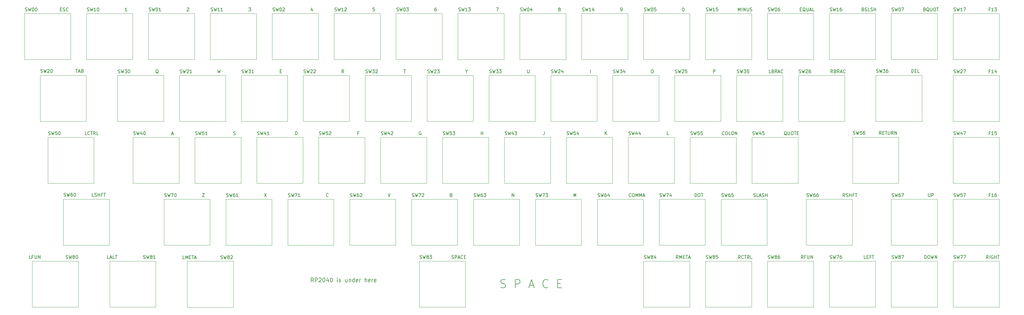
<source format=gto>
%TF.GenerationSoftware,KiCad,Pcbnew,(6.0.11-0)*%
%TF.CreationDate,2023-07-19T11:20:52+01:00*%
%TF.ProjectId,keybird,6b657962-6972-4642-9e6b-696361645f70,0.3*%
%TF.SameCoordinates,Original*%
%TF.FileFunction,Legend,Top*%
%TF.FilePolarity,Positive*%
%FSLAX46Y46*%
G04 Gerber Fmt 4.6, Leading zero omitted, Abs format (unit mm)*
G04 Created by KiCad (PCBNEW (6.0.11-0)) date 2023-07-19 11:20:52*
%MOMM*%
%LPD*%
G01*
G04 APERTURE LIST*
%ADD10C,0.152400*%
%ADD11C,0.150000*%
%ADD12C,0.120000*%
G04 APERTURE END LIST*
D10*
X163266960Y-101040679D02*
X163629817Y-101161631D01*
X164234579Y-101161631D01*
X164476484Y-101040679D01*
X164597436Y-100919726D01*
X164718389Y-100677822D01*
X164718389Y-100435917D01*
X164597436Y-100194012D01*
X164476484Y-100073060D01*
X164234579Y-99952107D01*
X163750770Y-99831155D01*
X163508865Y-99710203D01*
X163387912Y-99589250D01*
X163266960Y-99347345D01*
X163266960Y-99105441D01*
X163387912Y-98863536D01*
X163508865Y-98742584D01*
X163750770Y-98621631D01*
X164355531Y-98621631D01*
X164718389Y-98742584D01*
X167742198Y-101161631D02*
X167742198Y-98621631D01*
X168709817Y-98621631D01*
X168951722Y-98742584D01*
X169072674Y-98863536D01*
X169193627Y-99105441D01*
X169193627Y-99468298D01*
X169072674Y-99710203D01*
X168951722Y-99831155D01*
X168709817Y-99952107D01*
X167742198Y-99952107D01*
X172096484Y-100435917D02*
X173306008Y-100435917D01*
X171854579Y-101161631D02*
X172701246Y-98621631D01*
X173547912Y-101161631D01*
X177781246Y-100919726D02*
X177660293Y-101040679D01*
X177297436Y-101161631D01*
X177055531Y-101161631D01*
X176692674Y-101040679D01*
X176450770Y-100798774D01*
X176329817Y-100556869D01*
X176208865Y-100073060D01*
X176208865Y-99710203D01*
X176329817Y-99226393D01*
X176450770Y-98984488D01*
X176692674Y-98742584D01*
X177055531Y-98621631D01*
X177297436Y-98621631D01*
X177660293Y-98742584D01*
X177781246Y-98863536D01*
X180805055Y-99831155D02*
X181651722Y-99831155D01*
X182014579Y-101161631D02*
X180805055Y-101161631D01*
X180805055Y-98621631D01*
X182014579Y-98621631D01*
X105635294Y-99373500D02*
X105228894Y-98792929D01*
X104938609Y-99373500D02*
X104938609Y-98154300D01*
X105403066Y-98154300D01*
X105519180Y-98212358D01*
X105577237Y-98270415D01*
X105635294Y-98386529D01*
X105635294Y-98560700D01*
X105577237Y-98676815D01*
X105519180Y-98734872D01*
X105403066Y-98792929D01*
X104938609Y-98792929D01*
X106157809Y-99373500D02*
X106157809Y-98154300D01*
X106622266Y-98154300D01*
X106738380Y-98212358D01*
X106796437Y-98270415D01*
X106854494Y-98386529D01*
X106854494Y-98560700D01*
X106796437Y-98676815D01*
X106738380Y-98734872D01*
X106622266Y-98792929D01*
X106157809Y-98792929D01*
X107318951Y-98270415D02*
X107377009Y-98212358D01*
X107493123Y-98154300D01*
X107783409Y-98154300D01*
X107899523Y-98212358D01*
X107957580Y-98270415D01*
X108015637Y-98386529D01*
X108015637Y-98502643D01*
X107957580Y-98676815D01*
X107260894Y-99373500D01*
X108015637Y-99373500D01*
X108770380Y-98154300D02*
X108886494Y-98154300D01*
X109002609Y-98212358D01*
X109060666Y-98270415D01*
X109118723Y-98386529D01*
X109176780Y-98618758D01*
X109176780Y-98909043D01*
X109118723Y-99141272D01*
X109060666Y-99257386D01*
X109002609Y-99315443D01*
X108886494Y-99373500D01*
X108770380Y-99373500D01*
X108654266Y-99315443D01*
X108596209Y-99257386D01*
X108538151Y-99141272D01*
X108480094Y-98909043D01*
X108480094Y-98618758D01*
X108538151Y-98386529D01*
X108596209Y-98270415D01*
X108654266Y-98212358D01*
X108770380Y-98154300D01*
X110221809Y-98560700D02*
X110221809Y-99373500D01*
X109931523Y-98096243D02*
X109641237Y-98967100D01*
X110395980Y-98967100D01*
X111092666Y-98154300D02*
X111208780Y-98154300D01*
X111324894Y-98212358D01*
X111382951Y-98270415D01*
X111441009Y-98386529D01*
X111499066Y-98618758D01*
X111499066Y-98909043D01*
X111441009Y-99141272D01*
X111382951Y-99257386D01*
X111324894Y-99315443D01*
X111208780Y-99373500D01*
X111092666Y-99373500D01*
X110976551Y-99315443D01*
X110918494Y-99257386D01*
X110860437Y-99141272D01*
X110802380Y-98909043D01*
X110802380Y-98618758D01*
X110860437Y-98386529D01*
X110918494Y-98270415D01*
X110976551Y-98212358D01*
X111092666Y-98154300D01*
X112950494Y-99373500D02*
X112950494Y-98560700D01*
X112950494Y-98154300D02*
X112892437Y-98212358D01*
X112950494Y-98270415D01*
X113008551Y-98212358D01*
X112950494Y-98154300D01*
X112950494Y-98270415D01*
X113473009Y-99315443D02*
X113589123Y-99373500D01*
X113821351Y-99373500D01*
X113937466Y-99315443D01*
X113995523Y-99199329D01*
X113995523Y-99141272D01*
X113937466Y-99025158D01*
X113821351Y-98967100D01*
X113647180Y-98967100D01*
X113531066Y-98909043D01*
X113473009Y-98792929D01*
X113473009Y-98734872D01*
X113531066Y-98618758D01*
X113647180Y-98560700D01*
X113821351Y-98560700D01*
X113937466Y-98618758D01*
X115969466Y-98560700D02*
X115969466Y-99373500D01*
X115446951Y-98560700D02*
X115446951Y-99199329D01*
X115505009Y-99315443D01*
X115621123Y-99373500D01*
X115795294Y-99373500D01*
X115911409Y-99315443D01*
X115969466Y-99257386D01*
X116550037Y-98560700D02*
X116550037Y-99373500D01*
X116550037Y-98676815D02*
X116608094Y-98618758D01*
X116724209Y-98560700D01*
X116898380Y-98560700D01*
X117014494Y-98618758D01*
X117072551Y-98734872D01*
X117072551Y-99373500D01*
X118175637Y-99373500D02*
X118175637Y-98154300D01*
X118175637Y-99315443D02*
X118059523Y-99373500D01*
X117827294Y-99373500D01*
X117711180Y-99315443D01*
X117653123Y-99257386D01*
X117595066Y-99141272D01*
X117595066Y-98792929D01*
X117653123Y-98676815D01*
X117711180Y-98618758D01*
X117827294Y-98560700D01*
X118059523Y-98560700D01*
X118175637Y-98618758D01*
X119220666Y-99315443D02*
X119104551Y-99373500D01*
X118872323Y-99373500D01*
X118756209Y-99315443D01*
X118698151Y-99199329D01*
X118698151Y-98734872D01*
X118756209Y-98618758D01*
X118872323Y-98560700D01*
X119104551Y-98560700D01*
X119220666Y-98618758D01*
X119278723Y-98734872D01*
X119278723Y-98850986D01*
X118698151Y-98967100D01*
X119801237Y-99373500D02*
X119801237Y-98560700D01*
X119801237Y-98792929D02*
X119859294Y-98676815D01*
X119917351Y-98618758D01*
X120033466Y-98560700D01*
X120149580Y-98560700D01*
X121484894Y-99373500D02*
X121484894Y-98154300D01*
X122007409Y-99373500D02*
X122007409Y-98734872D01*
X121949351Y-98618758D01*
X121833237Y-98560700D01*
X121659066Y-98560700D01*
X121542951Y-98618758D01*
X121484894Y-98676815D01*
X123052437Y-99315443D02*
X122936323Y-99373500D01*
X122704094Y-99373500D01*
X122587980Y-99315443D01*
X122529923Y-99199329D01*
X122529923Y-98734872D01*
X122587980Y-98618758D01*
X122704094Y-98560700D01*
X122936323Y-98560700D01*
X123052437Y-98618758D01*
X123110494Y-98734872D01*
X123110494Y-98850986D01*
X122529923Y-98967100D01*
X123633009Y-99373500D02*
X123633009Y-98560700D01*
X123633009Y-98792929D02*
X123691066Y-98676815D01*
X123749123Y-98618758D01*
X123865237Y-98560700D01*
X123981351Y-98560700D01*
X124852209Y-99315443D02*
X124736094Y-99373500D01*
X124503866Y-99373500D01*
X124387751Y-99315443D01*
X124329694Y-99199329D01*
X124329694Y-98734872D01*
X124387751Y-98618758D01*
X124503866Y-98560700D01*
X124736094Y-98560700D01*
X124852209Y-98618758D01*
X124910266Y-98734872D01*
X124910266Y-98850986D01*
X124329694Y-98967100D01*
D11*
%TO.C,SW67*%
X283622976Y-73112261D02*
X283765833Y-73159880D01*
X284003928Y-73159880D01*
X284099166Y-73112261D01*
X284146785Y-73064642D01*
X284194404Y-72969404D01*
X284194404Y-72874166D01*
X284146785Y-72778928D01*
X284099166Y-72731309D01*
X284003928Y-72683690D01*
X283813452Y-72636071D01*
X283718214Y-72588452D01*
X283670595Y-72540833D01*
X283622976Y-72445595D01*
X283622976Y-72350357D01*
X283670595Y-72255119D01*
X283718214Y-72207500D01*
X283813452Y-72159880D01*
X284051547Y-72159880D01*
X284194404Y-72207500D01*
X284527738Y-72159880D02*
X284765833Y-73159880D01*
X284956309Y-72445595D01*
X285146785Y-73159880D01*
X285384880Y-72159880D01*
X286194404Y-72159880D02*
X286003928Y-72159880D01*
X285908690Y-72207500D01*
X285861071Y-72255119D01*
X285765833Y-72397976D01*
X285718214Y-72588452D01*
X285718214Y-72969404D01*
X285765833Y-73064642D01*
X285813452Y-73112261D01*
X285908690Y-73159880D01*
X286099166Y-73159880D01*
X286194404Y-73112261D01*
X286242023Y-73064642D01*
X286289642Y-72969404D01*
X286289642Y-72731309D01*
X286242023Y-72636071D01*
X286194404Y-72588452D01*
X286099166Y-72540833D01*
X285908690Y-72540833D01*
X285813452Y-72588452D01*
X285765833Y-72636071D01*
X285718214Y-72731309D01*
X286622976Y-72159880D02*
X287289642Y-72159880D01*
X286861071Y-73159880D01*
X294806785Y-72159880D02*
X294806785Y-72969404D01*
X294854404Y-73064642D01*
X294902023Y-73112261D01*
X294997261Y-73159880D01*
X295187738Y-73159880D01*
X295282976Y-73112261D01*
X295330595Y-73064642D01*
X295378214Y-72969404D01*
X295378214Y-72159880D01*
X295854404Y-73159880D02*
X295854404Y-72159880D01*
X296235357Y-72159880D01*
X296330595Y-72207500D01*
X296378214Y-72255119D01*
X296425833Y-72350357D01*
X296425833Y-72493214D01*
X296378214Y-72588452D01*
X296330595Y-72636071D01*
X296235357Y-72683690D01*
X295854404Y-72683690D01*
%TO.C,SW30*%
X45497976Y-35012261D02*
X45640833Y-35059880D01*
X45878928Y-35059880D01*
X45974166Y-35012261D01*
X46021785Y-34964642D01*
X46069404Y-34869404D01*
X46069404Y-34774166D01*
X46021785Y-34678928D01*
X45974166Y-34631309D01*
X45878928Y-34583690D01*
X45688452Y-34536071D01*
X45593214Y-34488452D01*
X45545595Y-34440833D01*
X45497976Y-34345595D01*
X45497976Y-34250357D01*
X45545595Y-34155119D01*
X45593214Y-34107500D01*
X45688452Y-34059880D01*
X45926547Y-34059880D01*
X46069404Y-34107500D01*
X46402738Y-34059880D02*
X46640833Y-35059880D01*
X46831309Y-34345595D01*
X47021785Y-35059880D01*
X47259880Y-34059880D01*
X47545595Y-34059880D02*
X48164642Y-34059880D01*
X47831309Y-34440833D01*
X47974166Y-34440833D01*
X48069404Y-34488452D01*
X48117023Y-34536071D01*
X48164642Y-34631309D01*
X48164642Y-34869404D01*
X48117023Y-34964642D01*
X48069404Y-35012261D01*
X47974166Y-35059880D01*
X47688452Y-35059880D01*
X47593214Y-35012261D01*
X47545595Y-34964642D01*
X48783690Y-34059880D02*
X48878928Y-34059880D01*
X48974166Y-34107500D01*
X49021785Y-34155119D01*
X49069404Y-34250357D01*
X49117023Y-34440833D01*
X49117023Y-34678928D01*
X49069404Y-34869404D01*
X49021785Y-34964642D01*
X48974166Y-35012261D01*
X48878928Y-35059880D01*
X48783690Y-35059880D01*
X48688452Y-35012261D01*
X48640833Y-34964642D01*
X48593214Y-34869404D01*
X48545595Y-34678928D01*
X48545595Y-34440833D01*
X48593214Y-34250357D01*
X48640833Y-34155119D01*
X48688452Y-34107500D01*
X48783690Y-34059880D01*
X57848452Y-35155119D02*
X57753214Y-35107500D01*
X57657976Y-35012261D01*
X57515119Y-34869404D01*
X57419880Y-34821785D01*
X57324642Y-34821785D01*
X57372261Y-35059880D02*
X57277023Y-35012261D01*
X57181785Y-34917023D01*
X57134166Y-34726547D01*
X57134166Y-34393214D01*
X57181785Y-34202738D01*
X57277023Y-34107500D01*
X57372261Y-34059880D01*
X57562738Y-34059880D01*
X57657976Y-34107500D01*
X57753214Y-34202738D01*
X57800833Y-34393214D01*
X57800833Y-34726547D01*
X57753214Y-34917023D01*
X57657976Y-35012261D01*
X57562738Y-35059880D01*
X57372261Y-35059880D01*
%TO.C,SW17*%
X302672976Y-15962261D02*
X302815833Y-16009880D01*
X303053928Y-16009880D01*
X303149166Y-15962261D01*
X303196785Y-15914642D01*
X303244404Y-15819404D01*
X303244404Y-15724166D01*
X303196785Y-15628928D01*
X303149166Y-15581309D01*
X303053928Y-15533690D01*
X302863452Y-15486071D01*
X302768214Y-15438452D01*
X302720595Y-15390833D01*
X302672976Y-15295595D01*
X302672976Y-15200357D01*
X302720595Y-15105119D01*
X302768214Y-15057500D01*
X302863452Y-15009880D01*
X303101547Y-15009880D01*
X303244404Y-15057500D01*
X303577738Y-15009880D02*
X303815833Y-16009880D01*
X304006309Y-15295595D01*
X304196785Y-16009880D01*
X304434880Y-15009880D01*
X305339642Y-16009880D02*
X304768214Y-16009880D01*
X305053928Y-16009880D02*
X305053928Y-15009880D01*
X304958690Y-15152738D01*
X304863452Y-15247976D01*
X304768214Y-15295595D01*
X305672976Y-15009880D02*
X306339642Y-15009880D01*
X305911071Y-16009880D01*
X313832976Y-15486071D02*
X313499642Y-15486071D01*
X313499642Y-16009880D02*
X313499642Y-15009880D01*
X313975833Y-15009880D01*
X314880595Y-16009880D02*
X314309166Y-16009880D01*
X314594880Y-16009880D02*
X314594880Y-15009880D01*
X314499642Y-15152738D01*
X314404404Y-15247976D01*
X314309166Y-15295595D01*
X315213928Y-15009880D02*
X315832976Y-15009880D01*
X315499642Y-15390833D01*
X315642500Y-15390833D01*
X315737738Y-15438452D01*
X315785357Y-15486071D01*
X315832976Y-15581309D01*
X315832976Y-15819404D01*
X315785357Y-15914642D01*
X315737738Y-15962261D01*
X315642500Y-16009880D01*
X315356785Y-16009880D01*
X315261547Y-15962261D01*
X315213928Y-15914642D01*
%TO.C,SW53*%
X145510476Y-54062261D02*
X145653333Y-54109880D01*
X145891428Y-54109880D01*
X145986666Y-54062261D01*
X146034285Y-54014642D01*
X146081904Y-53919404D01*
X146081904Y-53824166D01*
X146034285Y-53728928D01*
X145986666Y-53681309D01*
X145891428Y-53633690D01*
X145700952Y-53586071D01*
X145605714Y-53538452D01*
X145558095Y-53490833D01*
X145510476Y-53395595D01*
X145510476Y-53300357D01*
X145558095Y-53205119D01*
X145605714Y-53157500D01*
X145700952Y-53109880D01*
X145939047Y-53109880D01*
X146081904Y-53157500D01*
X146415238Y-53109880D02*
X146653333Y-54109880D01*
X146843809Y-53395595D01*
X147034285Y-54109880D01*
X147272380Y-53109880D01*
X148129523Y-53109880D02*
X147653333Y-53109880D01*
X147605714Y-53586071D01*
X147653333Y-53538452D01*
X147748571Y-53490833D01*
X147986666Y-53490833D01*
X148081904Y-53538452D01*
X148129523Y-53586071D01*
X148177142Y-53681309D01*
X148177142Y-53919404D01*
X148129523Y-54014642D01*
X148081904Y-54062261D01*
X147986666Y-54109880D01*
X147748571Y-54109880D01*
X147653333Y-54062261D01*
X147605714Y-54014642D01*
X148510476Y-53109880D02*
X149129523Y-53109880D01*
X148796190Y-53490833D01*
X148939047Y-53490833D01*
X149034285Y-53538452D01*
X149081904Y-53586071D01*
X149129523Y-53681309D01*
X149129523Y-53919404D01*
X149081904Y-54014642D01*
X149034285Y-54062261D01*
X148939047Y-54109880D01*
X148653333Y-54109880D01*
X148558095Y-54062261D01*
X148510476Y-54014642D01*
X157194285Y-54109880D02*
X157194285Y-53109880D01*
X157194285Y-53586071D02*
X157765714Y-53586071D01*
X157765714Y-54109880D02*
X157765714Y-53109880D01*
%TO.C,SW12*%
X112172976Y-15962261D02*
X112315833Y-16009880D01*
X112553928Y-16009880D01*
X112649166Y-15962261D01*
X112696785Y-15914642D01*
X112744404Y-15819404D01*
X112744404Y-15724166D01*
X112696785Y-15628928D01*
X112649166Y-15581309D01*
X112553928Y-15533690D01*
X112363452Y-15486071D01*
X112268214Y-15438452D01*
X112220595Y-15390833D01*
X112172976Y-15295595D01*
X112172976Y-15200357D01*
X112220595Y-15105119D01*
X112268214Y-15057500D01*
X112363452Y-15009880D01*
X112601547Y-15009880D01*
X112744404Y-15057500D01*
X113077738Y-15009880D02*
X113315833Y-16009880D01*
X113506309Y-15295595D01*
X113696785Y-16009880D01*
X113934880Y-15009880D01*
X114839642Y-16009880D02*
X114268214Y-16009880D01*
X114553928Y-16009880D02*
X114553928Y-15009880D01*
X114458690Y-15152738D01*
X114363452Y-15247976D01*
X114268214Y-15295595D01*
X115220595Y-15105119D02*
X115268214Y-15057500D01*
X115363452Y-15009880D01*
X115601547Y-15009880D01*
X115696785Y-15057500D01*
X115744404Y-15105119D01*
X115792023Y-15200357D01*
X115792023Y-15295595D01*
X115744404Y-15438452D01*
X115172976Y-16009880D01*
X115792023Y-16009880D01*
X124380595Y-15009880D02*
X123904404Y-15009880D01*
X123856785Y-15486071D01*
X123904404Y-15438452D01*
X123999642Y-15390833D01*
X124237738Y-15390833D01*
X124332976Y-15438452D01*
X124380595Y-15486071D01*
X124428214Y-15581309D01*
X124428214Y-15819404D01*
X124380595Y-15914642D01*
X124332976Y-15962261D01*
X124237738Y-16009880D01*
X123999642Y-16009880D01*
X123904404Y-15962261D01*
X123856785Y-15914642D01*
%TO.C,SW11*%
X74072976Y-15962261D02*
X74215833Y-16009880D01*
X74453928Y-16009880D01*
X74549166Y-15962261D01*
X74596785Y-15914642D01*
X74644404Y-15819404D01*
X74644404Y-15724166D01*
X74596785Y-15628928D01*
X74549166Y-15581309D01*
X74453928Y-15533690D01*
X74263452Y-15486071D01*
X74168214Y-15438452D01*
X74120595Y-15390833D01*
X74072976Y-15295595D01*
X74072976Y-15200357D01*
X74120595Y-15105119D01*
X74168214Y-15057500D01*
X74263452Y-15009880D01*
X74501547Y-15009880D01*
X74644404Y-15057500D01*
X74977738Y-15009880D02*
X75215833Y-16009880D01*
X75406309Y-15295595D01*
X75596785Y-16009880D01*
X75834880Y-15009880D01*
X76739642Y-16009880D02*
X76168214Y-16009880D01*
X76453928Y-16009880D02*
X76453928Y-15009880D01*
X76358690Y-15152738D01*
X76263452Y-15247976D01*
X76168214Y-15295595D01*
X77692023Y-16009880D02*
X77120595Y-16009880D01*
X77406309Y-16009880D02*
X77406309Y-15009880D01*
X77311071Y-15152738D01*
X77215833Y-15247976D01*
X77120595Y-15295595D01*
X85709166Y-15009880D02*
X86328214Y-15009880D01*
X85994880Y-15390833D01*
X86137738Y-15390833D01*
X86232976Y-15438452D01*
X86280595Y-15486071D01*
X86328214Y-15581309D01*
X86328214Y-15819404D01*
X86280595Y-15914642D01*
X86232976Y-15962261D01*
X86137738Y-16009880D01*
X85852023Y-16009880D01*
X85756785Y-15962261D01*
X85709166Y-15914642D01*
%TO.C,SW25*%
X216947976Y-35012261D02*
X217090833Y-35059880D01*
X217328928Y-35059880D01*
X217424166Y-35012261D01*
X217471785Y-34964642D01*
X217519404Y-34869404D01*
X217519404Y-34774166D01*
X217471785Y-34678928D01*
X217424166Y-34631309D01*
X217328928Y-34583690D01*
X217138452Y-34536071D01*
X217043214Y-34488452D01*
X216995595Y-34440833D01*
X216947976Y-34345595D01*
X216947976Y-34250357D01*
X216995595Y-34155119D01*
X217043214Y-34107500D01*
X217138452Y-34059880D01*
X217376547Y-34059880D01*
X217519404Y-34107500D01*
X217852738Y-34059880D02*
X218090833Y-35059880D01*
X218281309Y-34345595D01*
X218471785Y-35059880D01*
X218709880Y-34059880D01*
X219043214Y-34155119D02*
X219090833Y-34107500D01*
X219186071Y-34059880D01*
X219424166Y-34059880D01*
X219519404Y-34107500D01*
X219567023Y-34155119D01*
X219614642Y-34250357D01*
X219614642Y-34345595D01*
X219567023Y-34488452D01*
X218995595Y-35059880D01*
X219614642Y-35059880D01*
X220519404Y-34059880D02*
X220043214Y-34059880D01*
X219995595Y-34536071D01*
X220043214Y-34488452D01*
X220138452Y-34440833D01*
X220376547Y-34440833D01*
X220471785Y-34488452D01*
X220519404Y-34536071D01*
X220567023Y-34631309D01*
X220567023Y-34869404D01*
X220519404Y-34964642D01*
X220471785Y-35012261D01*
X220376547Y-35059880D01*
X220138452Y-35059880D01*
X220043214Y-35012261D01*
X219995595Y-34964642D01*
X228655595Y-35059880D02*
X228655595Y-34059880D01*
X229036547Y-34059880D01*
X229131785Y-34107500D01*
X229179404Y-34155119D01*
X229227023Y-34250357D01*
X229227023Y-34393214D01*
X229179404Y-34488452D01*
X229131785Y-34536071D01*
X229036547Y-34583690D01*
X228655595Y-34583690D01*
%TO.C,SW84*%
X207422976Y-92162261D02*
X207565833Y-92209880D01*
X207803928Y-92209880D01*
X207899166Y-92162261D01*
X207946785Y-92114642D01*
X207994404Y-92019404D01*
X207994404Y-91924166D01*
X207946785Y-91828928D01*
X207899166Y-91781309D01*
X207803928Y-91733690D01*
X207613452Y-91686071D01*
X207518214Y-91638452D01*
X207470595Y-91590833D01*
X207422976Y-91495595D01*
X207422976Y-91400357D01*
X207470595Y-91305119D01*
X207518214Y-91257500D01*
X207613452Y-91209880D01*
X207851547Y-91209880D01*
X207994404Y-91257500D01*
X208327738Y-91209880D02*
X208565833Y-92209880D01*
X208756309Y-91495595D01*
X208946785Y-92209880D01*
X209184880Y-91209880D01*
X209708690Y-91638452D02*
X209613452Y-91590833D01*
X209565833Y-91543214D01*
X209518214Y-91447976D01*
X209518214Y-91400357D01*
X209565833Y-91305119D01*
X209613452Y-91257500D01*
X209708690Y-91209880D01*
X209899166Y-91209880D01*
X209994404Y-91257500D01*
X210042023Y-91305119D01*
X210089642Y-91400357D01*
X210089642Y-91447976D01*
X210042023Y-91543214D01*
X209994404Y-91590833D01*
X209899166Y-91638452D01*
X209708690Y-91638452D01*
X209613452Y-91686071D01*
X209565833Y-91733690D01*
X209518214Y-91828928D01*
X209518214Y-92019404D01*
X209565833Y-92114642D01*
X209613452Y-92162261D01*
X209708690Y-92209880D01*
X209899166Y-92209880D01*
X209994404Y-92162261D01*
X210042023Y-92114642D01*
X210089642Y-92019404D01*
X210089642Y-91828928D01*
X210042023Y-91733690D01*
X209994404Y-91686071D01*
X209899166Y-91638452D01*
X210946785Y-91543214D02*
X210946785Y-92209880D01*
X210708690Y-91162261D02*
X210470595Y-91876547D01*
X211089642Y-91876547D01*
X217868690Y-92209880D02*
X217535357Y-91733690D01*
X217297261Y-92209880D02*
X217297261Y-91209880D01*
X217678214Y-91209880D01*
X217773452Y-91257500D01*
X217821071Y-91305119D01*
X217868690Y-91400357D01*
X217868690Y-91543214D01*
X217821071Y-91638452D01*
X217773452Y-91686071D01*
X217678214Y-91733690D01*
X217297261Y-91733690D01*
X218297261Y-92209880D02*
X218297261Y-91209880D01*
X218630595Y-91924166D01*
X218963928Y-91209880D01*
X218963928Y-92209880D01*
X219440119Y-91686071D02*
X219773452Y-91686071D01*
X219916309Y-92209880D02*
X219440119Y-92209880D01*
X219440119Y-91209880D01*
X219916309Y-91209880D01*
X220202023Y-91209880D02*
X220773452Y-91209880D01*
X220487738Y-92209880D02*
X220487738Y-91209880D01*
X221059166Y-91924166D02*
X221535357Y-91924166D01*
X220963928Y-92209880D02*
X221297261Y-91209880D01*
X221630595Y-92209880D01*
%TO.C,SW01*%
X55022976Y-15962261D02*
X55165833Y-16009880D01*
X55403928Y-16009880D01*
X55499166Y-15962261D01*
X55546785Y-15914642D01*
X55594404Y-15819404D01*
X55594404Y-15724166D01*
X55546785Y-15628928D01*
X55499166Y-15581309D01*
X55403928Y-15533690D01*
X55213452Y-15486071D01*
X55118214Y-15438452D01*
X55070595Y-15390833D01*
X55022976Y-15295595D01*
X55022976Y-15200357D01*
X55070595Y-15105119D01*
X55118214Y-15057500D01*
X55213452Y-15009880D01*
X55451547Y-15009880D01*
X55594404Y-15057500D01*
X55927738Y-15009880D02*
X56165833Y-16009880D01*
X56356309Y-15295595D01*
X56546785Y-16009880D01*
X56784880Y-15009880D01*
X57356309Y-15009880D02*
X57451547Y-15009880D01*
X57546785Y-15057500D01*
X57594404Y-15105119D01*
X57642023Y-15200357D01*
X57689642Y-15390833D01*
X57689642Y-15628928D01*
X57642023Y-15819404D01*
X57594404Y-15914642D01*
X57546785Y-15962261D01*
X57451547Y-16009880D01*
X57356309Y-16009880D01*
X57261071Y-15962261D01*
X57213452Y-15914642D01*
X57165833Y-15819404D01*
X57118214Y-15628928D01*
X57118214Y-15390833D01*
X57165833Y-15200357D01*
X57213452Y-15105119D01*
X57261071Y-15057500D01*
X57356309Y-15009880D01*
X58642023Y-16009880D02*
X58070595Y-16009880D01*
X58356309Y-16009880D02*
X58356309Y-15009880D01*
X58261071Y-15152738D01*
X58165833Y-15247976D01*
X58070595Y-15295595D01*
X66706785Y-15105119D02*
X66754404Y-15057500D01*
X66849642Y-15009880D01*
X67087738Y-15009880D01*
X67182976Y-15057500D01*
X67230595Y-15105119D01*
X67278214Y-15200357D01*
X67278214Y-15295595D01*
X67230595Y-15438452D01*
X66659166Y-16009880D01*
X67278214Y-16009880D01*
%TO.C,SW07*%
X283622976Y-15962261D02*
X283765833Y-16009880D01*
X284003928Y-16009880D01*
X284099166Y-15962261D01*
X284146785Y-15914642D01*
X284194404Y-15819404D01*
X284194404Y-15724166D01*
X284146785Y-15628928D01*
X284099166Y-15581309D01*
X284003928Y-15533690D01*
X283813452Y-15486071D01*
X283718214Y-15438452D01*
X283670595Y-15390833D01*
X283622976Y-15295595D01*
X283622976Y-15200357D01*
X283670595Y-15105119D01*
X283718214Y-15057500D01*
X283813452Y-15009880D01*
X284051547Y-15009880D01*
X284194404Y-15057500D01*
X284527738Y-15009880D02*
X284765833Y-16009880D01*
X284956309Y-15295595D01*
X285146785Y-16009880D01*
X285384880Y-15009880D01*
X285956309Y-15009880D02*
X286051547Y-15009880D01*
X286146785Y-15057500D01*
X286194404Y-15105119D01*
X286242023Y-15200357D01*
X286289642Y-15390833D01*
X286289642Y-15628928D01*
X286242023Y-15819404D01*
X286194404Y-15914642D01*
X286146785Y-15962261D01*
X286051547Y-16009880D01*
X285956309Y-16009880D01*
X285861071Y-15962261D01*
X285813452Y-15914642D01*
X285765833Y-15819404D01*
X285718214Y-15628928D01*
X285718214Y-15390833D01*
X285765833Y-15200357D01*
X285813452Y-15105119D01*
X285861071Y-15057500D01*
X285956309Y-15009880D01*
X286622976Y-15009880D02*
X287289642Y-15009880D01*
X286861071Y-16009880D01*
X293711547Y-15486071D02*
X293854404Y-15533690D01*
X293902023Y-15581309D01*
X293949642Y-15676547D01*
X293949642Y-15819404D01*
X293902023Y-15914642D01*
X293854404Y-15962261D01*
X293759166Y-16009880D01*
X293378214Y-16009880D01*
X293378214Y-15009880D01*
X293711547Y-15009880D01*
X293806785Y-15057500D01*
X293854404Y-15105119D01*
X293902023Y-15200357D01*
X293902023Y-15295595D01*
X293854404Y-15390833D01*
X293806785Y-15438452D01*
X293711547Y-15486071D01*
X293378214Y-15486071D01*
X295044880Y-16105119D02*
X294949642Y-16057500D01*
X294854404Y-15962261D01*
X294711547Y-15819404D01*
X294616309Y-15771785D01*
X294521071Y-15771785D01*
X294568690Y-16009880D02*
X294473452Y-15962261D01*
X294378214Y-15867023D01*
X294330595Y-15676547D01*
X294330595Y-15343214D01*
X294378214Y-15152738D01*
X294473452Y-15057500D01*
X294568690Y-15009880D01*
X294759166Y-15009880D01*
X294854404Y-15057500D01*
X294949642Y-15152738D01*
X294997261Y-15343214D01*
X294997261Y-15676547D01*
X294949642Y-15867023D01*
X294854404Y-15962261D01*
X294759166Y-16009880D01*
X294568690Y-16009880D01*
X295425833Y-15009880D02*
X295425833Y-15819404D01*
X295473452Y-15914642D01*
X295521071Y-15962261D01*
X295616309Y-16009880D01*
X295806785Y-16009880D01*
X295902023Y-15962261D01*
X295949642Y-15914642D01*
X295997261Y-15819404D01*
X295997261Y-15009880D01*
X296663928Y-15009880D02*
X296854404Y-15009880D01*
X296949642Y-15057500D01*
X297044880Y-15152738D01*
X297092500Y-15343214D01*
X297092500Y-15676547D01*
X297044880Y-15867023D01*
X296949642Y-15962261D01*
X296854404Y-16009880D01*
X296663928Y-16009880D01*
X296568690Y-15962261D01*
X296473452Y-15867023D01*
X296425833Y-15676547D01*
X296425833Y-15343214D01*
X296473452Y-15152738D01*
X296568690Y-15057500D01*
X296663928Y-15009880D01*
X297378214Y-15009880D02*
X297949642Y-15009880D01*
X297663928Y-16009880D02*
X297663928Y-15009880D01*
%TO.C,SW10*%
X35972976Y-15962261D02*
X36115833Y-16009880D01*
X36353928Y-16009880D01*
X36449166Y-15962261D01*
X36496785Y-15914642D01*
X36544404Y-15819404D01*
X36544404Y-15724166D01*
X36496785Y-15628928D01*
X36449166Y-15581309D01*
X36353928Y-15533690D01*
X36163452Y-15486071D01*
X36068214Y-15438452D01*
X36020595Y-15390833D01*
X35972976Y-15295595D01*
X35972976Y-15200357D01*
X36020595Y-15105119D01*
X36068214Y-15057500D01*
X36163452Y-15009880D01*
X36401547Y-15009880D01*
X36544404Y-15057500D01*
X36877738Y-15009880D02*
X37115833Y-16009880D01*
X37306309Y-15295595D01*
X37496785Y-16009880D01*
X37734880Y-15009880D01*
X38639642Y-16009880D02*
X38068214Y-16009880D01*
X38353928Y-16009880D02*
X38353928Y-15009880D01*
X38258690Y-15152738D01*
X38163452Y-15247976D01*
X38068214Y-15295595D01*
X39258690Y-15009880D02*
X39353928Y-15009880D01*
X39449166Y-15057500D01*
X39496785Y-15105119D01*
X39544404Y-15200357D01*
X39592023Y-15390833D01*
X39592023Y-15628928D01*
X39544404Y-15819404D01*
X39496785Y-15914642D01*
X39449166Y-15962261D01*
X39353928Y-16009880D01*
X39258690Y-16009880D01*
X39163452Y-15962261D01*
X39115833Y-15914642D01*
X39068214Y-15819404D01*
X39020595Y-15628928D01*
X39020595Y-15390833D01*
X39068214Y-15200357D01*
X39115833Y-15105119D01*
X39163452Y-15057500D01*
X39258690Y-15009880D01*
X48228214Y-16009880D02*
X47656785Y-16009880D01*
X47942500Y-16009880D02*
X47942500Y-15009880D01*
X47847261Y-15152738D01*
X47752023Y-15247976D01*
X47656785Y-15295595D01*
%TO.C,SW06*%
X245522976Y-15962261D02*
X245665833Y-16009880D01*
X245903928Y-16009880D01*
X245999166Y-15962261D01*
X246046785Y-15914642D01*
X246094404Y-15819404D01*
X246094404Y-15724166D01*
X246046785Y-15628928D01*
X245999166Y-15581309D01*
X245903928Y-15533690D01*
X245713452Y-15486071D01*
X245618214Y-15438452D01*
X245570595Y-15390833D01*
X245522976Y-15295595D01*
X245522976Y-15200357D01*
X245570595Y-15105119D01*
X245618214Y-15057500D01*
X245713452Y-15009880D01*
X245951547Y-15009880D01*
X246094404Y-15057500D01*
X246427738Y-15009880D02*
X246665833Y-16009880D01*
X246856309Y-15295595D01*
X247046785Y-16009880D01*
X247284880Y-15009880D01*
X247856309Y-15009880D02*
X247951547Y-15009880D01*
X248046785Y-15057500D01*
X248094404Y-15105119D01*
X248142023Y-15200357D01*
X248189642Y-15390833D01*
X248189642Y-15628928D01*
X248142023Y-15819404D01*
X248094404Y-15914642D01*
X248046785Y-15962261D01*
X247951547Y-16009880D01*
X247856309Y-16009880D01*
X247761071Y-15962261D01*
X247713452Y-15914642D01*
X247665833Y-15819404D01*
X247618214Y-15628928D01*
X247618214Y-15390833D01*
X247665833Y-15200357D01*
X247713452Y-15105119D01*
X247761071Y-15057500D01*
X247856309Y-15009880D01*
X249046785Y-15009880D02*
X248856309Y-15009880D01*
X248761071Y-15057500D01*
X248713452Y-15105119D01*
X248618214Y-15247976D01*
X248570595Y-15438452D01*
X248570595Y-15819404D01*
X248618214Y-15914642D01*
X248665833Y-15962261D01*
X248761071Y-16009880D01*
X248951547Y-16009880D01*
X249046785Y-15962261D01*
X249094404Y-15914642D01*
X249142023Y-15819404D01*
X249142023Y-15581309D01*
X249094404Y-15486071D01*
X249046785Y-15438452D01*
X248951547Y-15390833D01*
X248761071Y-15390833D01*
X248665833Y-15438452D01*
X248618214Y-15486071D01*
X248570595Y-15581309D01*
X255397261Y-15486071D02*
X255730595Y-15486071D01*
X255873452Y-16009880D02*
X255397261Y-16009880D01*
X255397261Y-15009880D01*
X255873452Y-15009880D01*
X256968690Y-16105119D02*
X256873452Y-16057500D01*
X256778214Y-15962261D01*
X256635357Y-15819404D01*
X256540119Y-15771785D01*
X256444880Y-15771785D01*
X256492500Y-16009880D02*
X256397261Y-15962261D01*
X256302023Y-15867023D01*
X256254404Y-15676547D01*
X256254404Y-15343214D01*
X256302023Y-15152738D01*
X256397261Y-15057500D01*
X256492500Y-15009880D01*
X256682976Y-15009880D01*
X256778214Y-15057500D01*
X256873452Y-15152738D01*
X256921071Y-15343214D01*
X256921071Y-15676547D01*
X256873452Y-15867023D01*
X256778214Y-15962261D01*
X256682976Y-16009880D01*
X256492500Y-16009880D01*
X257349642Y-15009880D02*
X257349642Y-15819404D01*
X257397261Y-15914642D01*
X257444880Y-15962261D01*
X257540119Y-16009880D01*
X257730595Y-16009880D01*
X257825833Y-15962261D01*
X257873452Y-15914642D01*
X257921071Y-15819404D01*
X257921071Y-15009880D01*
X258349642Y-15724166D02*
X258825833Y-15724166D01*
X258254404Y-16009880D02*
X258587738Y-15009880D01*
X258921071Y-16009880D01*
X259730595Y-16009880D02*
X259254404Y-16009880D01*
X259254404Y-15009880D01*
%TO.C,SW20*%
X21685476Y-34885261D02*
X21828333Y-34932880D01*
X22066428Y-34932880D01*
X22161666Y-34885261D01*
X22209285Y-34837642D01*
X22256904Y-34742404D01*
X22256904Y-34647166D01*
X22209285Y-34551928D01*
X22161666Y-34504309D01*
X22066428Y-34456690D01*
X21875952Y-34409071D01*
X21780714Y-34361452D01*
X21733095Y-34313833D01*
X21685476Y-34218595D01*
X21685476Y-34123357D01*
X21733095Y-34028119D01*
X21780714Y-33980500D01*
X21875952Y-33932880D01*
X22114047Y-33932880D01*
X22256904Y-33980500D01*
X22590238Y-33932880D02*
X22828333Y-34932880D01*
X23018809Y-34218595D01*
X23209285Y-34932880D01*
X23447380Y-33932880D01*
X23780714Y-34028119D02*
X23828333Y-33980500D01*
X23923571Y-33932880D01*
X24161666Y-33932880D01*
X24256904Y-33980500D01*
X24304523Y-34028119D01*
X24352142Y-34123357D01*
X24352142Y-34218595D01*
X24304523Y-34361452D01*
X23733095Y-34932880D01*
X24352142Y-34932880D01*
X24971190Y-33932880D02*
X25066428Y-33932880D01*
X25161666Y-33980500D01*
X25209285Y-34028119D01*
X25256904Y-34123357D01*
X25304523Y-34313833D01*
X25304523Y-34551928D01*
X25256904Y-34742404D01*
X25209285Y-34837642D01*
X25161666Y-34885261D01*
X25066428Y-34932880D01*
X24971190Y-34932880D01*
X24875952Y-34885261D01*
X24828333Y-34837642D01*
X24780714Y-34742404D01*
X24733095Y-34551928D01*
X24733095Y-34313833D01*
X24780714Y-34123357D01*
X24828333Y-34028119D01*
X24875952Y-33980500D01*
X24971190Y-33932880D01*
X32440714Y-33932880D02*
X33012142Y-33932880D01*
X32726428Y-34932880D02*
X32726428Y-33932880D01*
X33297857Y-34647166D02*
X33774047Y-34647166D01*
X33202619Y-34932880D02*
X33535952Y-33932880D01*
X33869285Y-34932880D01*
X34535952Y-34409071D02*
X34678809Y-34456690D01*
X34726428Y-34504309D01*
X34774047Y-34599547D01*
X34774047Y-34742404D01*
X34726428Y-34837642D01*
X34678809Y-34885261D01*
X34583571Y-34932880D01*
X34202619Y-34932880D01*
X34202619Y-33932880D01*
X34535952Y-33932880D01*
X34631190Y-33980500D01*
X34678809Y-34028119D01*
X34726428Y-34123357D01*
X34726428Y-34218595D01*
X34678809Y-34313833D01*
X34631190Y-34361452D01*
X34535952Y-34409071D01*
X34202619Y-34409071D01*
%TO.C,SW83*%
X138366726Y-92162261D02*
X138509583Y-92209880D01*
X138747678Y-92209880D01*
X138842916Y-92162261D01*
X138890535Y-92114642D01*
X138938154Y-92019404D01*
X138938154Y-91924166D01*
X138890535Y-91828928D01*
X138842916Y-91781309D01*
X138747678Y-91733690D01*
X138557202Y-91686071D01*
X138461964Y-91638452D01*
X138414345Y-91590833D01*
X138366726Y-91495595D01*
X138366726Y-91400357D01*
X138414345Y-91305119D01*
X138461964Y-91257500D01*
X138557202Y-91209880D01*
X138795297Y-91209880D01*
X138938154Y-91257500D01*
X139271488Y-91209880D02*
X139509583Y-92209880D01*
X139700059Y-91495595D01*
X139890535Y-92209880D01*
X140128630Y-91209880D01*
X140652440Y-91638452D02*
X140557202Y-91590833D01*
X140509583Y-91543214D01*
X140461964Y-91447976D01*
X140461964Y-91400357D01*
X140509583Y-91305119D01*
X140557202Y-91257500D01*
X140652440Y-91209880D01*
X140842916Y-91209880D01*
X140938154Y-91257500D01*
X140985773Y-91305119D01*
X141033392Y-91400357D01*
X141033392Y-91447976D01*
X140985773Y-91543214D01*
X140938154Y-91590833D01*
X140842916Y-91638452D01*
X140652440Y-91638452D01*
X140557202Y-91686071D01*
X140509583Y-91733690D01*
X140461964Y-91828928D01*
X140461964Y-92019404D01*
X140509583Y-92114642D01*
X140557202Y-92162261D01*
X140652440Y-92209880D01*
X140842916Y-92209880D01*
X140938154Y-92162261D01*
X140985773Y-92114642D01*
X141033392Y-92019404D01*
X141033392Y-91828928D01*
X140985773Y-91733690D01*
X140938154Y-91686071D01*
X140842916Y-91638452D01*
X141366726Y-91209880D02*
X141985773Y-91209880D01*
X141652440Y-91590833D01*
X141795297Y-91590833D01*
X141890535Y-91638452D01*
X141938154Y-91686071D01*
X141985773Y-91781309D01*
X141985773Y-92019404D01*
X141938154Y-92114642D01*
X141890535Y-92162261D01*
X141795297Y-92209880D01*
X141509583Y-92209880D01*
X141414345Y-92162261D01*
X141366726Y-92114642D01*
X148169583Y-92162261D02*
X148312440Y-92209880D01*
X148550535Y-92209880D01*
X148645773Y-92162261D01*
X148693392Y-92114642D01*
X148741011Y-92019404D01*
X148741011Y-91924166D01*
X148693392Y-91828928D01*
X148645773Y-91781309D01*
X148550535Y-91733690D01*
X148360059Y-91686071D01*
X148264821Y-91638452D01*
X148217202Y-91590833D01*
X148169583Y-91495595D01*
X148169583Y-91400357D01*
X148217202Y-91305119D01*
X148264821Y-91257500D01*
X148360059Y-91209880D01*
X148598154Y-91209880D01*
X148741011Y-91257500D01*
X149169583Y-92209880D02*
X149169583Y-91209880D01*
X149550535Y-91209880D01*
X149645773Y-91257500D01*
X149693392Y-91305119D01*
X149741011Y-91400357D01*
X149741011Y-91543214D01*
X149693392Y-91638452D01*
X149645773Y-91686071D01*
X149550535Y-91733690D01*
X149169583Y-91733690D01*
X150121964Y-91924166D02*
X150598154Y-91924166D01*
X150026726Y-92209880D02*
X150360059Y-91209880D01*
X150693392Y-92209880D01*
X151598154Y-92114642D02*
X151550535Y-92162261D01*
X151407678Y-92209880D01*
X151312440Y-92209880D01*
X151169583Y-92162261D01*
X151074345Y-92067023D01*
X151026726Y-91971785D01*
X150979107Y-91781309D01*
X150979107Y-91638452D01*
X151026726Y-91447976D01*
X151074345Y-91352738D01*
X151169583Y-91257500D01*
X151312440Y-91209880D01*
X151407678Y-91209880D01*
X151550535Y-91257500D01*
X151598154Y-91305119D01*
X152026726Y-91686071D02*
X152360059Y-91686071D01*
X152502916Y-92209880D02*
X152026726Y-92209880D01*
X152026726Y-91209880D01*
X152502916Y-91209880D01*
%TO.C,SW56*%
X271716726Y-53935261D02*
X271859583Y-53982880D01*
X272097678Y-53982880D01*
X272192916Y-53935261D01*
X272240535Y-53887642D01*
X272288154Y-53792404D01*
X272288154Y-53697166D01*
X272240535Y-53601928D01*
X272192916Y-53554309D01*
X272097678Y-53506690D01*
X271907202Y-53459071D01*
X271811964Y-53411452D01*
X271764345Y-53363833D01*
X271716726Y-53268595D01*
X271716726Y-53173357D01*
X271764345Y-53078119D01*
X271811964Y-53030500D01*
X271907202Y-52982880D01*
X272145297Y-52982880D01*
X272288154Y-53030500D01*
X272621488Y-52982880D02*
X272859583Y-53982880D01*
X273050059Y-53268595D01*
X273240535Y-53982880D01*
X273478630Y-52982880D01*
X274335773Y-52982880D02*
X273859583Y-52982880D01*
X273811964Y-53459071D01*
X273859583Y-53411452D01*
X273954821Y-53363833D01*
X274192916Y-53363833D01*
X274288154Y-53411452D01*
X274335773Y-53459071D01*
X274383392Y-53554309D01*
X274383392Y-53792404D01*
X274335773Y-53887642D01*
X274288154Y-53935261D01*
X274192916Y-53982880D01*
X273954821Y-53982880D01*
X273859583Y-53935261D01*
X273811964Y-53887642D01*
X275240535Y-52982880D02*
X275050059Y-52982880D01*
X274954821Y-53030500D01*
X274907202Y-53078119D01*
X274811964Y-53220976D01*
X274764345Y-53411452D01*
X274764345Y-53792404D01*
X274811964Y-53887642D01*
X274859583Y-53935261D01*
X274954821Y-53982880D01*
X275145297Y-53982880D01*
X275240535Y-53935261D01*
X275288154Y-53887642D01*
X275335773Y-53792404D01*
X275335773Y-53554309D01*
X275288154Y-53459071D01*
X275240535Y-53411452D01*
X275145297Y-53363833D01*
X274954821Y-53363833D01*
X274859583Y-53411452D01*
X274811964Y-53459071D01*
X274764345Y-53554309D01*
X280344821Y-53982880D02*
X280011488Y-53506690D01*
X279773392Y-53982880D02*
X279773392Y-52982880D01*
X280154345Y-52982880D01*
X280249583Y-53030500D01*
X280297202Y-53078119D01*
X280344821Y-53173357D01*
X280344821Y-53316214D01*
X280297202Y-53411452D01*
X280249583Y-53459071D01*
X280154345Y-53506690D01*
X279773392Y-53506690D01*
X280773392Y-53459071D02*
X281106726Y-53459071D01*
X281249583Y-53982880D02*
X280773392Y-53982880D01*
X280773392Y-52982880D01*
X281249583Y-52982880D01*
X281535297Y-52982880D02*
X282106726Y-52982880D01*
X281821011Y-53982880D02*
X281821011Y-52982880D01*
X282440059Y-52982880D02*
X282440059Y-53792404D01*
X282487678Y-53887642D01*
X282535297Y-53935261D01*
X282630535Y-53982880D01*
X282821011Y-53982880D01*
X282916250Y-53935261D01*
X282963869Y-53887642D01*
X283011488Y-53792404D01*
X283011488Y-52982880D01*
X284059107Y-53982880D02*
X283725773Y-53506690D01*
X283487678Y-53982880D02*
X283487678Y-52982880D01*
X283868630Y-52982880D01*
X283963869Y-53030500D01*
X284011488Y-53078119D01*
X284059107Y-53173357D01*
X284059107Y-53316214D01*
X284011488Y-53411452D01*
X283963869Y-53459071D01*
X283868630Y-53506690D01*
X283487678Y-53506690D01*
X284487678Y-53982880D02*
X284487678Y-52982880D01*
X285059107Y-53982880D01*
X285059107Y-52982880D01*
%TO.C,SW31*%
X83597976Y-35012261D02*
X83740833Y-35059880D01*
X83978928Y-35059880D01*
X84074166Y-35012261D01*
X84121785Y-34964642D01*
X84169404Y-34869404D01*
X84169404Y-34774166D01*
X84121785Y-34678928D01*
X84074166Y-34631309D01*
X83978928Y-34583690D01*
X83788452Y-34536071D01*
X83693214Y-34488452D01*
X83645595Y-34440833D01*
X83597976Y-34345595D01*
X83597976Y-34250357D01*
X83645595Y-34155119D01*
X83693214Y-34107500D01*
X83788452Y-34059880D01*
X84026547Y-34059880D01*
X84169404Y-34107500D01*
X84502738Y-34059880D02*
X84740833Y-35059880D01*
X84931309Y-34345595D01*
X85121785Y-35059880D01*
X85359880Y-34059880D01*
X85645595Y-34059880D02*
X86264642Y-34059880D01*
X85931309Y-34440833D01*
X86074166Y-34440833D01*
X86169404Y-34488452D01*
X86217023Y-34536071D01*
X86264642Y-34631309D01*
X86264642Y-34869404D01*
X86217023Y-34964642D01*
X86169404Y-35012261D01*
X86074166Y-35059880D01*
X85788452Y-35059880D01*
X85693214Y-35012261D01*
X85645595Y-34964642D01*
X87217023Y-35059880D02*
X86645595Y-35059880D01*
X86931309Y-35059880D02*
X86931309Y-34059880D01*
X86836071Y-34202738D01*
X86740833Y-34297976D01*
X86645595Y-34345595D01*
X95353214Y-34536071D02*
X95686547Y-34536071D01*
X95829404Y-35059880D02*
X95353214Y-35059880D01*
X95353214Y-34059880D01*
X95829404Y-34059880D01*
%TO.C,SW00*%
X16922976Y-15962261D02*
X17065833Y-16009880D01*
X17303928Y-16009880D01*
X17399166Y-15962261D01*
X17446785Y-15914642D01*
X17494404Y-15819404D01*
X17494404Y-15724166D01*
X17446785Y-15628928D01*
X17399166Y-15581309D01*
X17303928Y-15533690D01*
X17113452Y-15486071D01*
X17018214Y-15438452D01*
X16970595Y-15390833D01*
X16922976Y-15295595D01*
X16922976Y-15200357D01*
X16970595Y-15105119D01*
X17018214Y-15057500D01*
X17113452Y-15009880D01*
X17351547Y-15009880D01*
X17494404Y-15057500D01*
X17827738Y-15009880D02*
X18065833Y-16009880D01*
X18256309Y-15295595D01*
X18446785Y-16009880D01*
X18684880Y-15009880D01*
X19256309Y-15009880D02*
X19351547Y-15009880D01*
X19446785Y-15057500D01*
X19494404Y-15105119D01*
X19542023Y-15200357D01*
X19589642Y-15390833D01*
X19589642Y-15628928D01*
X19542023Y-15819404D01*
X19494404Y-15914642D01*
X19446785Y-15962261D01*
X19351547Y-16009880D01*
X19256309Y-16009880D01*
X19161071Y-15962261D01*
X19113452Y-15914642D01*
X19065833Y-15819404D01*
X19018214Y-15628928D01*
X19018214Y-15390833D01*
X19065833Y-15200357D01*
X19113452Y-15105119D01*
X19161071Y-15057500D01*
X19256309Y-15009880D01*
X20208690Y-15009880D02*
X20303928Y-15009880D01*
X20399166Y-15057500D01*
X20446785Y-15105119D01*
X20494404Y-15200357D01*
X20542023Y-15390833D01*
X20542023Y-15628928D01*
X20494404Y-15819404D01*
X20446785Y-15914642D01*
X20399166Y-15962261D01*
X20303928Y-16009880D01*
X20208690Y-16009880D01*
X20113452Y-15962261D01*
X20065833Y-15914642D01*
X20018214Y-15819404D01*
X19970595Y-15628928D01*
X19970595Y-15390833D01*
X20018214Y-15200357D01*
X20065833Y-15105119D01*
X20113452Y-15057500D01*
X20208690Y-15009880D01*
X27702023Y-15486071D02*
X28035357Y-15486071D01*
X28178214Y-16009880D02*
X27702023Y-16009880D01*
X27702023Y-15009880D01*
X28178214Y-15009880D01*
X28559166Y-15962261D02*
X28702023Y-16009880D01*
X28940119Y-16009880D01*
X29035357Y-15962261D01*
X29082976Y-15914642D01*
X29130595Y-15819404D01*
X29130595Y-15724166D01*
X29082976Y-15628928D01*
X29035357Y-15581309D01*
X28940119Y-15533690D01*
X28749642Y-15486071D01*
X28654404Y-15438452D01*
X28606785Y-15390833D01*
X28559166Y-15295595D01*
X28559166Y-15200357D01*
X28606785Y-15105119D01*
X28654404Y-15057500D01*
X28749642Y-15009880D01*
X28987738Y-15009880D01*
X29130595Y-15057500D01*
X30130595Y-15914642D02*
X30082976Y-15962261D01*
X29940119Y-16009880D01*
X29844880Y-16009880D01*
X29702023Y-15962261D01*
X29606785Y-15867023D01*
X29559166Y-15771785D01*
X29511547Y-15581309D01*
X29511547Y-15438452D01*
X29559166Y-15247976D01*
X29606785Y-15152738D01*
X29702023Y-15057500D01*
X29844880Y-15009880D01*
X29940119Y-15009880D01*
X30082976Y-15057500D01*
X30130595Y-15105119D01*
%TO.C,SW34*%
X197897976Y-35012261D02*
X198040833Y-35059880D01*
X198278928Y-35059880D01*
X198374166Y-35012261D01*
X198421785Y-34964642D01*
X198469404Y-34869404D01*
X198469404Y-34774166D01*
X198421785Y-34678928D01*
X198374166Y-34631309D01*
X198278928Y-34583690D01*
X198088452Y-34536071D01*
X197993214Y-34488452D01*
X197945595Y-34440833D01*
X197897976Y-34345595D01*
X197897976Y-34250357D01*
X197945595Y-34155119D01*
X197993214Y-34107500D01*
X198088452Y-34059880D01*
X198326547Y-34059880D01*
X198469404Y-34107500D01*
X198802738Y-34059880D02*
X199040833Y-35059880D01*
X199231309Y-34345595D01*
X199421785Y-35059880D01*
X199659880Y-34059880D01*
X199945595Y-34059880D02*
X200564642Y-34059880D01*
X200231309Y-34440833D01*
X200374166Y-34440833D01*
X200469404Y-34488452D01*
X200517023Y-34536071D01*
X200564642Y-34631309D01*
X200564642Y-34869404D01*
X200517023Y-34964642D01*
X200469404Y-35012261D01*
X200374166Y-35059880D01*
X200088452Y-35059880D01*
X199993214Y-35012261D01*
X199945595Y-34964642D01*
X201421785Y-34393214D02*
X201421785Y-35059880D01*
X201183690Y-34012261D02*
X200945595Y-34726547D01*
X201564642Y-34726547D01*
X209772261Y-34059880D02*
X209962738Y-34059880D01*
X210057976Y-34107500D01*
X210153214Y-34202738D01*
X210200833Y-34393214D01*
X210200833Y-34726547D01*
X210153214Y-34917023D01*
X210057976Y-35012261D01*
X209962738Y-35059880D01*
X209772261Y-35059880D01*
X209677023Y-35012261D01*
X209581785Y-34917023D01*
X209534166Y-34726547D01*
X209534166Y-34393214D01*
X209581785Y-34202738D01*
X209677023Y-34107500D01*
X209772261Y-34059880D01*
%TO.C,SW05*%
X207422976Y-15962261D02*
X207565833Y-16009880D01*
X207803928Y-16009880D01*
X207899166Y-15962261D01*
X207946785Y-15914642D01*
X207994404Y-15819404D01*
X207994404Y-15724166D01*
X207946785Y-15628928D01*
X207899166Y-15581309D01*
X207803928Y-15533690D01*
X207613452Y-15486071D01*
X207518214Y-15438452D01*
X207470595Y-15390833D01*
X207422976Y-15295595D01*
X207422976Y-15200357D01*
X207470595Y-15105119D01*
X207518214Y-15057500D01*
X207613452Y-15009880D01*
X207851547Y-15009880D01*
X207994404Y-15057500D01*
X208327738Y-15009880D02*
X208565833Y-16009880D01*
X208756309Y-15295595D01*
X208946785Y-16009880D01*
X209184880Y-15009880D01*
X209756309Y-15009880D02*
X209851547Y-15009880D01*
X209946785Y-15057500D01*
X209994404Y-15105119D01*
X210042023Y-15200357D01*
X210089642Y-15390833D01*
X210089642Y-15628928D01*
X210042023Y-15819404D01*
X209994404Y-15914642D01*
X209946785Y-15962261D01*
X209851547Y-16009880D01*
X209756309Y-16009880D01*
X209661071Y-15962261D01*
X209613452Y-15914642D01*
X209565833Y-15819404D01*
X209518214Y-15628928D01*
X209518214Y-15390833D01*
X209565833Y-15200357D01*
X209613452Y-15105119D01*
X209661071Y-15057500D01*
X209756309Y-15009880D01*
X210994404Y-15009880D02*
X210518214Y-15009880D01*
X210470595Y-15486071D01*
X210518214Y-15438452D01*
X210613452Y-15390833D01*
X210851547Y-15390833D01*
X210946785Y-15438452D01*
X210994404Y-15486071D01*
X211042023Y-15581309D01*
X211042023Y-15819404D01*
X210994404Y-15914642D01*
X210946785Y-15962261D01*
X210851547Y-16009880D01*
X210613452Y-16009880D01*
X210518214Y-15962261D01*
X210470595Y-15914642D01*
X219344880Y-15009880D02*
X219440119Y-15009880D01*
X219535357Y-15057500D01*
X219582976Y-15105119D01*
X219630595Y-15200357D01*
X219678214Y-15390833D01*
X219678214Y-15628928D01*
X219630595Y-15819404D01*
X219582976Y-15914642D01*
X219535357Y-15962261D01*
X219440119Y-16009880D01*
X219344880Y-16009880D01*
X219249642Y-15962261D01*
X219202023Y-15914642D01*
X219154404Y-15819404D01*
X219106785Y-15628928D01*
X219106785Y-15390833D01*
X219154404Y-15200357D01*
X219202023Y-15105119D01*
X219249642Y-15057500D01*
X219344880Y-15009880D01*
%TO.C,SW27*%
X302672976Y-35012261D02*
X302815833Y-35059880D01*
X303053928Y-35059880D01*
X303149166Y-35012261D01*
X303196785Y-34964642D01*
X303244404Y-34869404D01*
X303244404Y-34774166D01*
X303196785Y-34678928D01*
X303149166Y-34631309D01*
X303053928Y-34583690D01*
X302863452Y-34536071D01*
X302768214Y-34488452D01*
X302720595Y-34440833D01*
X302672976Y-34345595D01*
X302672976Y-34250357D01*
X302720595Y-34155119D01*
X302768214Y-34107500D01*
X302863452Y-34059880D01*
X303101547Y-34059880D01*
X303244404Y-34107500D01*
X303577738Y-34059880D02*
X303815833Y-35059880D01*
X304006309Y-34345595D01*
X304196785Y-35059880D01*
X304434880Y-34059880D01*
X304768214Y-34155119D02*
X304815833Y-34107500D01*
X304911071Y-34059880D01*
X305149166Y-34059880D01*
X305244404Y-34107500D01*
X305292023Y-34155119D01*
X305339642Y-34250357D01*
X305339642Y-34345595D01*
X305292023Y-34488452D01*
X304720595Y-35059880D01*
X305339642Y-35059880D01*
X305672976Y-34059880D02*
X306339642Y-34059880D01*
X305911071Y-35059880D01*
X313832976Y-34536071D02*
X313499642Y-34536071D01*
X313499642Y-35059880D02*
X313499642Y-34059880D01*
X313975833Y-34059880D01*
X314880595Y-35059880D02*
X314309166Y-35059880D01*
X314594880Y-35059880D02*
X314594880Y-34059880D01*
X314499642Y-34202738D01*
X314404404Y-34297976D01*
X314309166Y-34345595D01*
X315737738Y-34393214D02*
X315737738Y-35059880D01*
X315499642Y-34012261D02*
X315261547Y-34726547D01*
X315880595Y-34726547D01*
%TO.C,SW61*%
X78835476Y-73112261D02*
X78978333Y-73159880D01*
X79216428Y-73159880D01*
X79311666Y-73112261D01*
X79359285Y-73064642D01*
X79406904Y-72969404D01*
X79406904Y-72874166D01*
X79359285Y-72778928D01*
X79311666Y-72731309D01*
X79216428Y-72683690D01*
X79025952Y-72636071D01*
X78930714Y-72588452D01*
X78883095Y-72540833D01*
X78835476Y-72445595D01*
X78835476Y-72350357D01*
X78883095Y-72255119D01*
X78930714Y-72207500D01*
X79025952Y-72159880D01*
X79264047Y-72159880D01*
X79406904Y-72207500D01*
X79740238Y-72159880D02*
X79978333Y-73159880D01*
X80168809Y-72445595D01*
X80359285Y-73159880D01*
X80597380Y-72159880D01*
X81406904Y-72159880D02*
X81216428Y-72159880D01*
X81121190Y-72207500D01*
X81073571Y-72255119D01*
X80978333Y-72397976D01*
X80930714Y-72588452D01*
X80930714Y-72969404D01*
X80978333Y-73064642D01*
X81025952Y-73112261D01*
X81121190Y-73159880D01*
X81311666Y-73159880D01*
X81406904Y-73112261D01*
X81454523Y-73064642D01*
X81502142Y-72969404D01*
X81502142Y-72731309D01*
X81454523Y-72636071D01*
X81406904Y-72588452D01*
X81311666Y-72540833D01*
X81121190Y-72540833D01*
X81025952Y-72588452D01*
X80978333Y-72636071D01*
X80930714Y-72731309D01*
X82454523Y-73159880D02*
X81883095Y-73159880D01*
X82168809Y-73159880D02*
X82168809Y-72159880D01*
X82073571Y-72302738D01*
X81978333Y-72397976D01*
X81883095Y-72445595D01*
X90471666Y-72159880D02*
X91138333Y-73159880D01*
X91138333Y-72159880D02*
X90471666Y-73159880D01*
%TO.C,SW76*%
X264573204Y-92162345D02*
X264716061Y-92209964D01*
X264954156Y-92209964D01*
X265049394Y-92162345D01*
X265097013Y-92114726D01*
X265144632Y-92019488D01*
X265144632Y-91924250D01*
X265097013Y-91829012D01*
X265049394Y-91781393D01*
X264954156Y-91733774D01*
X264763680Y-91686155D01*
X264668442Y-91638536D01*
X264620823Y-91590917D01*
X264573204Y-91495679D01*
X264573204Y-91400441D01*
X264620823Y-91305203D01*
X264668442Y-91257584D01*
X264763680Y-91209964D01*
X265001775Y-91209964D01*
X265144632Y-91257584D01*
X265477966Y-91209964D02*
X265716061Y-92209964D01*
X265906537Y-91495679D01*
X266097013Y-92209964D01*
X266335108Y-91209964D01*
X266620823Y-91209964D02*
X267287489Y-91209964D01*
X266858918Y-92209964D01*
X268097013Y-91209964D02*
X267906537Y-91209964D01*
X267811299Y-91257584D01*
X267763680Y-91305203D01*
X267668442Y-91448060D01*
X267620823Y-91638536D01*
X267620823Y-92019488D01*
X267668442Y-92114726D01*
X267716061Y-92162345D01*
X267811299Y-92209964D01*
X268001775Y-92209964D01*
X268097013Y-92162345D01*
X268144632Y-92114726D01*
X268192251Y-92019488D01*
X268192251Y-91781393D01*
X268144632Y-91686155D01*
X268097013Y-91638536D01*
X268001775Y-91590917D01*
X267811299Y-91590917D01*
X267716061Y-91638536D01*
X267668442Y-91686155D01*
X267620823Y-91781393D01*
X275590347Y-92209964D02*
X275114156Y-92209964D01*
X275114156Y-91209964D01*
X275923680Y-91686155D02*
X276257013Y-91686155D01*
X276399870Y-92209964D02*
X275923680Y-92209964D01*
X275923680Y-91209964D01*
X276399870Y-91209964D01*
X277161775Y-91686155D02*
X276828442Y-91686155D01*
X276828442Y-92209964D02*
X276828442Y-91209964D01*
X277304632Y-91209964D01*
X277542728Y-91209964D02*
X278114156Y-91209964D01*
X277828442Y-92209964D02*
X277828442Y-91209964D01*
%TO.C,SW50*%
X24066726Y-54062261D02*
X24209583Y-54109880D01*
X24447678Y-54109880D01*
X24542916Y-54062261D01*
X24590535Y-54014642D01*
X24638154Y-53919404D01*
X24638154Y-53824166D01*
X24590535Y-53728928D01*
X24542916Y-53681309D01*
X24447678Y-53633690D01*
X24257202Y-53586071D01*
X24161964Y-53538452D01*
X24114345Y-53490833D01*
X24066726Y-53395595D01*
X24066726Y-53300357D01*
X24114345Y-53205119D01*
X24161964Y-53157500D01*
X24257202Y-53109880D01*
X24495297Y-53109880D01*
X24638154Y-53157500D01*
X24971488Y-53109880D02*
X25209583Y-54109880D01*
X25400059Y-53395595D01*
X25590535Y-54109880D01*
X25828630Y-53109880D01*
X26685773Y-53109880D02*
X26209583Y-53109880D01*
X26161964Y-53586071D01*
X26209583Y-53538452D01*
X26304821Y-53490833D01*
X26542916Y-53490833D01*
X26638154Y-53538452D01*
X26685773Y-53586071D01*
X26733392Y-53681309D01*
X26733392Y-53919404D01*
X26685773Y-54014642D01*
X26638154Y-54062261D01*
X26542916Y-54109880D01*
X26304821Y-54109880D01*
X26209583Y-54062261D01*
X26161964Y-54014642D01*
X27352440Y-53109880D02*
X27447678Y-53109880D01*
X27542916Y-53157500D01*
X27590535Y-53205119D01*
X27638154Y-53300357D01*
X27685773Y-53490833D01*
X27685773Y-53728928D01*
X27638154Y-53919404D01*
X27590535Y-54014642D01*
X27542916Y-54062261D01*
X27447678Y-54109880D01*
X27352440Y-54109880D01*
X27257202Y-54062261D01*
X27209583Y-54014642D01*
X27161964Y-53919404D01*
X27114345Y-53728928D01*
X27114345Y-53490833D01*
X27161964Y-53300357D01*
X27209583Y-53205119D01*
X27257202Y-53157500D01*
X27352440Y-53109880D01*
X35830059Y-54109880D02*
X35353869Y-54109880D01*
X35353869Y-53109880D01*
X36734821Y-54014642D02*
X36687202Y-54062261D01*
X36544345Y-54109880D01*
X36449107Y-54109880D01*
X36306250Y-54062261D01*
X36211011Y-53967023D01*
X36163392Y-53871785D01*
X36115773Y-53681309D01*
X36115773Y-53538452D01*
X36163392Y-53347976D01*
X36211011Y-53252738D01*
X36306250Y-53157500D01*
X36449107Y-53109880D01*
X36544345Y-53109880D01*
X36687202Y-53157500D01*
X36734821Y-53205119D01*
X37020535Y-53109880D02*
X37591964Y-53109880D01*
X37306250Y-54109880D02*
X37306250Y-53109880D01*
X38496726Y-54109880D02*
X38163392Y-53633690D01*
X37925297Y-54109880D02*
X37925297Y-53109880D01*
X38306250Y-53109880D01*
X38401488Y-53157500D01*
X38449107Y-53205119D01*
X38496726Y-53300357D01*
X38496726Y-53443214D01*
X38449107Y-53538452D01*
X38401488Y-53586071D01*
X38306250Y-53633690D01*
X37925297Y-53633690D01*
X39401488Y-54109880D02*
X38925297Y-54109880D01*
X38925297Y-53109880D01*
%TO.C,SW44*%
X202660476Y-54062261D02*
X202803333Y-54109880D01*
X203041428Y-54109880D01*
X203136666Y-54062261D01*
X203184285Y-54014642D01*
X203231904Y-53919404D01*
X203231904Y-53824166D01*
X203184285Y-53728928D01*
X203136666Y-53681309D01*
X203041428Y-53633690D01*
X202850952Y-53586071D01*
X202755714Y-53538452D01*
X202708095Y-53490833D01*
X202660476Y-53395595D01*
X202660476Y-53300357D01*
X202708095Y-53205119D01*
X202755714Y-53157500D01*
X202850952Y-53109880D01*
X203089047Y-53109880D01*
X203231904Y-53157500D01*
X203565238Y-53109880D02*
X203803333Y-54109880D01*
X203993809Y-53395595D01*
X204184285Y-54109880D01*
X204422380Y-53109880D01*
X205231904Y-53443214D02*
X205231904Y-54109880D01*
X204993809Y-53062261D02*
X204755714Y-53776547D01*
X205374761Y-53776547D01*
X206184285Y-53443214D02*
X206184285Y-54109880D01*
X205946190Y-53062261D02*
X205708095Y-53776547D01*
X206327142Y-53776547D01*
X214939523Y-54109880D02*
X214463333Y-54109880D01*
X214463333Y-53109880D01*
%TO.C,SW86*%
X245522976Y-92162261D02*
X245665833Y-92209880D01*
X245903928Y-92209880D01*
X245999166Y-92162261D01*
X246046785Y-92114642D01*
X246094404Y-92019404D01*
X246094404Y-91924166D01*
X246046785Y-91828928D01*
X245999166Y-91781309D01*
X245903928Y-91733690D01*
X245713452Y-91686071D01*
X245618214Y-91638452D01*
X245570595Y-91590833D01*
X245522976Y-91495595D01*
X245522976Y-91400357D01*
X245570595Y-91305119D01*
X245618214Y-91257500D01*
X245713452Y-91209880D01*
X245951547Y-91209880D01*
X246094404Y-91257500D01*
X246427738Y-91209880D02*
X246665833Y-92209880D01*
X246856309Y-91495595D01*
X247046785Y-92209880D01*
X247284880Y-91209880D01*
X247808690Y-91638452D02*
X247713452Y-91590833D01*
X247665833Y-91543214D01*
X247618214Y-91447976D01*
X247618214Y-91400357D01*
X247665833Y-91305119D01*
X247713452Y-91257500D01*
X247808690Y-91209880D01*
X247999166Y-91209880D01*
X248094404Y-91257500D01*
X248142023Y-91305119D01*
X248189642Y-91400357D01*
X248189642Y-91447976D01*
X248142023Y-91543214D01*
X248094404Y-91590833D01*
X247999166Y-91638452D01*
X247808690Y-91638452D01*
X247713452Y-91686071D01*
X247665833Y-91733690D01*
X247618214Y-91828928D01*
X247618214Y-92019404D01*
X247665833Y-92114642D01*
X247713452Y-92162261D01*
X247808690Y-92209880D01*
X247999166Y-92209880D01*
X248094404Y-92162261D01*
X248142023Y-92114642D01*
X248189642Y-92019404D01*
X248189642Y-91828928D01*
X248142023Y-91733690D01*
X248094404Y-91686071D01*
X247999166Y-91638452D01*
X249046785Y-91209880D02*
X248856309Y-91209880D01*
X248761071Y-91257500D01*
X248713452Y-91305119D01*
X248618214Y-91447976D01*
X248570595Y-91638452D01*
X248570595Y-92019404D01*
X248618214Y-92114642D01*
X248665833Y-92162261D01*
X248761071Y-92209880D01*
X248951547Y-92209880D01*
X249046785Y-92162261D01*
X249094404Y-92114642D01*
X249142023Y-92019404D01*
X249142023Y-91781309D01*
X249094404Y-91686071D01*
X249046785Y-91638452D01*
X248951547Y-91590833D01*
X248761071Y-91590833D01*
X248665833Y-91638452D01*
X248618214Y-91686071D01*
X248570595Y-91781309D01*
X256325833Y-92209880D02*
X255992500Y-91733690D01*
X255754404Y-92209880D02*
X255754404Y-91209880D01*
X256135357Y-91209880D01*
X256230595Y-91257500D01*
X256278214Y-91305119D01*
X256325833Y-91400357D01*
X256325833Y-91543214D01*
X256278214Y-91638452D01*
X256230595Y-91686071D01*
X256135357Y-91733690D01*
X255754404Y-91733690D01*
X257087738Y-91686071D02*
X256754404Y-91686071D01*
X256754404Y-92209880D02*
X256754404Y-91209880D01*
X257230595Y-91209880D01*
X257611547Y-91209880D02*
X257611547Y-92019404D01*
X257659166Y-92114642D01*
X257706785Y-92162261D01*
X257802023Y-92209880D01*
X257992500Y-92209880D01*
X258087738Y-92162261D01*
X258135357Y-92114642D01*
X258182976Y-92019404D01*
X258182976Y-91209880D01*
X258659166Y-92209880D02*
X258659166Y-91209880D01*
X259230595Y-92209880D01*
X259230595Y-91209880D01*
%TO.C,SW40*%
X50260476Y-54062261D02*
X50403333Y-54109880D01*
X50641428Y-54109880D01*
X50736666Y-54062261D01*
X50784285Y-54014642D01*
X50831904Y-53919404D01*
X50831904Y-53824166D01*
X50784285Y-53728928D01*
X50736666Y-53681309D01*
X50641428Y-53633690D01*
X50450952Y-53586071D01*
X50355714Y-53538452D01*
X50308095Y-53490833D01*
X50260476Y-53395595D01*
X50260476Y-53300357D01*
X50308095Y-53205119D01*
X50355714Y-53157500D01*
X50450952Y-53109880D01*
X50689047Y-53109880D01*
X50831904Y-53157500D01*
X51165238Y-53109880D02*
X51403333Y-54109880D01*
X51593809Y-53395595D01*
X51784285Y-54109880D01*
X52022380Y-53109880D01*
X52831904Y-53443214D02*
X52831904Y-54109880D01*
X52593809Y-53062261D02*
X52355714Y-53776547D01*
X52974761Y-53776547D01*
X53546190Y-53109880D02*
X53641428Y-53109880D01*
X53736666Y-53157500D01*
X53784285Y-53205119D01*
X53831904Y-53300357D01*
X53879523Y-53490833D01*
X53879523Y-53728928D01*
X53831904Y-53919404D01*
X53784285Y-54014642D01*
X53736666Y-54062261D01*
X53641428Y-54109880D01*
X53546190Y-54109880D01*
X53450952Y-54062261D01*
X53403333Y-54014642D01*
X53355714Y-53919404D01*
X53308095Y-53728928D01*
X53308095Y-53490833D01*
X53355714Y-53300357D01*
X53403333Y-53205119D01*
X53450952Y-53157500D01*
X53546190Y-53109880D01*
X61991904Y-53824166D02*
X62468095Y-53824166D01*
X61896666Y-54109880D02*
X62230000Y-53109880D01*
X62563333Y-54109880D01*
%TO.C,SW60*%
X28829226Y-72985261D02*
X28972083Y-73032880D01*
X29210178Y-73032880D01*
X29305416Y-72985261D01*
X29353035Y-72937642D01*
X29400654Y-72842404D01*
X29400654Y-72747166D01*
X29353035Y-72651928D01*
X29305416Y-72604309D01*
X29210178Y-72556690D01*
X29019702Y-72509071D01*
X28924464Y-72461452D01*
X28876845Y-72413833D01*
X28829226Y-72318595D01*
X28829226Y-72223357D01*
X28876845Y-72128119D01*
X28924464Y-72080500D01*
X29019702Y-72032880D01*
X29257797Y-72032880D01*
X29400654Y-72080500D01*
X29733988Y-72032880D02*
X29972083Y-73032880D01*
X30162559Y-72318595D01*
X30353035Y-73032880D01*
X30591130Y-72032880D01*
X31400654Y-72032880D02*
X31210178Y-72032880D01*
X31114940Y-72080500D01*
X31067321Y-72128119D01*
X30972083Y-72270976D01*
X30924464Y-72461452D01*
X30924464Y-72842404D01*
X30972083Y-72937642D01*
X31019702Y-72985261D01*
X31114940Y-73032880D01*
X31305416Y-73032880D01*
X31400654Y-72985261D01*
X31448273Y-72937642D01*
X31495892Y-72842404D01*
X31495892Y-72604309D01*
X31448273Y-72509071D01*
X31400654Y-72461452D01*
X31305416Y-72413833D01*
X31114940Y-72413833D01*
X31019702Y-72461452D01*
X30972083Y-72509071D01*
X30924464Y-72604309D01*
X32114940Y-72032880D02*
X32210178Y-72032880D01*
X32305416Y-72080500D01*
X32353035Y-72128119D01*
X32400654Y-72223357D01*
X32448273Y-72413833D01*
X32448273Y-72651928D01*
X32400654Y-72842404D01*
X32353035Y-72937642D01*
X32305416Y-72985261D01*
X32210178Y-73032880D01*
X32114940Y-73032880D01*
X32019702Y-72985261D01*
X31972083Y-72937642D01*
X31924464Y-72842404D01*
X31876845Y-72651928D01*
X31876845Y-72413833D01*
X31924464Y-72223357D01*
X31972083Y-72128119D01*
X32019702Y-72080500D01*
X32114940Y-72032880D01*
X38028750Y-73032880D02*
X37552559Y-73032880D01*
X37552559Y-72032880D01*
X38314464Y-72985261D02*
X38457321Y-73032880D01*
X38695416Y-73032880D01*
X38790654Y-72985261D01*
X38838273Y-72937642D01*
X38885892Y-72842404D01*
X38885892Y-72747166D01*
X38838273Y-72651928D01*
X38790654Y-72604309D01*
X38695416Y-72556690D01*
X38504940Y-72509071D01*
X38409702Y-72461452D01*
X38362083Y-72413833D01*
X38314464Y-72318595D01*
X38314464Y-72223357D01*
X38362083Y-72128119D01*
X38409702Y-72080500D01*
X38504940Y-72032880D01*
X38743035Y-72032880D01*
X38885892Y-72080500D01*
X39314464Y-73032880D02*
X39314464Y-72032880D01*
X39314464Y-72509071D02*
X39885892Y-72509071D01*
X39885892Y-73032880D02*
X39885892Y-72032880D01*
X40695416Y-72509071D02*
X40362083Y-72509071D01*
X40362083Y-73032880D02*
X40362083Y-72032880D01*
X40838273Y-72032880D01*
X41076369Y-72032880D02*
X41647797Y-72032880D01*
X41362083Y-73032880D02*
X41362083Y-72032880D01*
%TO.C,SW03*%
X131222976Y-15962261D02*
X131365833Y-16009880D01*
X131603928Y-16009880D01*
X131699166Y-15962261D01*
X131746785Y-15914642D01*
X131794404Y-15819404D01*
X131794404Y-15724166D01*
X131746785Y-15628928D01*
X131699166Y-15581309D01*
X131603928Y-15533690D01*
X131413452Y-15486071D01*
X131318214Y-15438452D01*
X131270595Y-15390833D01*
X131222976Y-15295595D01*
X131222976Y-15200357D01*
X131270595Y-15105119D01*
X131318214Y-15057500D01*
X131413452Y-15009880D01*
X131651547Y-15009880D01*
X131794404Y-15057500D01*
X132127738Y-15009880D02*
X132365833Y-16009880D01*
X132556309Y-15295595D01*
X132746785Y-16009880D01*
X132984880Y-15009880D01*
X133556309Y-15009880D02*
X133651547Y-15009880D01*
X133746785Y-15057500D01*
X133794404Y-15105119D01*
X133842023Y-15200357D01*
X133889642Y-15390833D01*
X133889642Y-15628928D01*
X133842023Y-15819404D01*
X133794404Y-15914642D01*
X133746785Y-15962261D01*
X133651547Y-16009880D01*
X133556309Y-16009880D01*
X133461071Y-15962261D01*
X133413452Y-15914642D01*
X133365833Y-15819404D01*
X133318214Y-15628928D01*
X133318214Y-15390833D01*
X133365833Y-15200357D01*
X133413452Y-15105119D01*
X133461071Y-15057500D01*
X133556309Y-15009880D01*
X134222976Y-15009880D02*
X134842023Y-15009880D01*
X134508690Y-15390833D01*
X134651547Y-15390833D01*
X134746785Y-15438452D01*
X134794404Y-15486071D01*
X134842023Y-15581309D01*
X134842023Y-15819404D01*
X134794404Y-15914642D01*
X134746785Y-15962261D01*
X134651547Y-16009880D01*
X134365833Y-16009880D01*
X134270595Y-15962261D01*
X134222976Y-15914642D01*
X143382976Y-15009880D02*
X143192500Y-15009880D01*
X143097261Y-15057500D01*
X143049642Y-15105119D01*
X142954404Y-15247976D01*
X142906785Y-15438452D01*
X142906785Y-15819404D01*
X142954404Y-15914642D01*
X143002023Y-15962261D01*
X143097261Y-16009880D01*
X143287738Y-16009880D01*
X143382976Y-15962261D01*
X143430595Y-15914642D01*
X143478214Y-15819404D01*
X143478214Y-15581309D01*
X143430595Y-15486071D01*
X143382976Y-15438452D01*
X143287738Y-15390833D01*
X143097261Y-15390833D01*
X143002023Y-15438452D01*
X142954404Y-15486071D01*
X142906785Y-15581309D01*
%TO.C,SW33*%
X159797976Y-35012261D02*
X159940833Y-35059880D01*
X160178928Y-35059880D01*
X160274166Y-35012261D01*
X160321785Y-34964642D01*
X160369404Y-34869404D01*
X160369404Y-34774166D01*
X160321785Y-34678928D01*
X160274166Y-34631309D01*
X160178928Y-34583690D01*
X159988452Y-34536071D01*
X159893214Y-34488452D01*
X159845595Y-34440833D01*
X159797976Y-34345595D01*
X159797976Y-34250357D01*
X159845595Y-34155119D01*
X159893214Y-34107500D01*
X159988452Y-34059880D01*
X160226547Y-34059880D01*
X160369404Y-34107500D01*
X160702738Y-34059880D02*
X160940833Y-35059880D01*
X161131309Y-34345595D01*
X161321785Y-35059880D01*
X161559880Y-34059880D01*
X161845595Y-34059880D02*
X162464642Y-34059880D01*
X162131309Y-34440833D01*
X162274166Y-34440833D01*
X162369404Y-34488452D01*
X162417023Y-34536071D01*
X162464642Y-34631309D01*
X162464642Y-34869404D01*
X162417023Y-34964642D01*
X162369404Y-35012261D01*
X162274166Y-35059880D01*
X161988452Y-35059880D01*
X161893214Y-35012261D01*
X161845595Y-34964642D01*
X162797976Y-34059880D02*
X163417023Y-34059880D01*
X163083690Y-34440833D01*
X163226547Y-34440833D01*
X163321785Y-34488452D01*
X163369404Y-34536071D01*
X163417023Y-34631309D01*
X163417023Y-34869404D01*
X163369404Y-34964642D01*
X163321785Y-35012261D01*
X163226547Y-35059880D01*
X162940833Y-35059880D01*
X162845595Y-35012261D01*
X162797976Y-34964642D01*
X171481785Y-34059880D02*
X171481785Y-34869404D01*
X171529404Y-34964642D01*
X171577023Y-35012261D01*
X171672261Y-35059880D01*
X171862738Y-35059880D01*
X171957976Y-35012261D01*
X172005595Y-34964642D01*
X172053214Y-34869404D01*
X172053214Y-34059880D01*
%TO.C,SW42*%
X126460476Y-54062261D02*
X126603333Y-54109880D01*
X126841428Y-54109880D01*
X126936666Y-54062261D01*
X126984285Y-54014642D01*
X127031904Y-53919404D01*
X127031904Y-53824166D01*
X126984285Y-53728928D01*
X126936666Y-53681309D01*
X126841428Y-53633690D01*
X126650952Y-53586071D01*
X126555714Y-53538452D01*
X126508095Y-53490833D01*
X126460476Y-53395595D01*
X126460476Y-53300357D01*
X126508095Y-53205119D01*
X126555714Y-53157500D01*
X126650952Y-53109880D01*
X126889047Y-53109880D01*
X127031904Y-53157500D01*
X127365238Y-53109880D02*
X127603333Y-54109880D01*
X127793809Y-53395595D01*
X127984285Y-54109880D01*
X128222380Y-53109880D01*
X129031904Y-53443214D02*
X129031904Y-54109880D01*
X128793809Y-53062261D02*
X128555714Y-53776547D01*
X129174761Y-53776547D01*
X129508095Y-53205119D02*
X129555714Y-53157500D01*
X129650952Y-53109880D01*
X129889047Y-53109880D01*
X129984285Y-53157500D01*
X130031904Y-53205119D01*
X130079523Y-53300357D01*
X130079523Y-53395595D01*
X130031904Y-53538452D01*
X129460476Y-54109880D01*
X130079523Y-54109880D01*
X138691904Y-53157500D02*
X138596666Y-53109880D01*
X138453809Y-53109880D01*
X138310952Y-53157500D01*
X138215714Y-53252738D01*
X138168095Y-53347976D01*
X138120476Y-53538452D01*
X138120476Y-53681309D01*
X138168095Y-53871785D01*
X138215714Y-53967023D01*
X138310952Y-54062261D01*
X138453809Y-54109880D01*
X138549047Y-54109880D01*
X138691904Y-54062261D01*
X138739523Y-54014642D01*
X138739523Y-53681309D01*
X138549047Y-53681309D01*
%TO.C,SW21*%
X64547976Y-35012261D02*
X64690833Y-35059880D01*
X64928928Y-35059880D01*
X65024166Y-35012261D01*
X65071785Y-34964642D01*
X65119404Y-34869404D01*
X65119404Y-34774166D01*
X65071785Y-34678928D01*
X65024166Y-34631309D01*
X64928928Y-34583690D01*
X64738452Y-34536071D01*
X64643214Y-34488452D01*
X64595595Y-34440833D01*
X64547976Y-34345595D01*
X64547976Y-34250357D01*
X64595595Y-34155119D01*
X64643214Y-34107500D01*
X64738452Y-34059880D01*
X64976547Y-34059880D01*
X65119404Y-34107500D01*
X65452738Y-34059880D02*
X65690833Y-35059880D01*
X65881309Y-34345595D01*
X66071785Y-35059880D01*
X66309880Y-34059880D01*
X66643214Y-34155119D02*
X66690833Y-34107500D01*
X66786071Y-34059880D01*
X67024166Y-34059880D01*
X67119404Y-34107500D01*
X67167023Y-34155119D01*
X67214642Y-34250357D01*
X67214642Y-34345595D01*
X67167023Y-34488452D01*
X66595595Y-35059880D01*
X67214642Y-35059880D01*
X68167023Y-35059880D02*
X67595595Y-35059880D01*
X67881309Y-35059880D02*
X67881309Y-34059880D01*
X67786071Y-34202738D01*
X67690833Y-34297976D01*
X67595595Y-34345595D01*
X76088928Y-34059880D02*
X76327023Y-35059880D01*
X76517500Y-34345595D01*
X76707976Y-35059880D01*
X76946071Y-34059880D01*
%TO.C,SW23*%
X140747976Y-35012261D02*
X140890833Y-35059880D01*
X141128928Y-35059880D01*
X141224166Y-35012261D01*
X141271785Y-34964642D01*
X141319404Y-34869404D01*
X141319404Y-34774166D01*
X141271785Y-34678928D01*
X141224166Y-34631309D01*
X141128928Y-34583690D01*
X140938452Y-34536071D01*
X140843214Y-34488452D01*
X140795595Y-34440833D01*
X140747976Y-34345595D01*
X140747976Y-34250357D01*
X140795595Y-34155119D01*
X140843214Y-34107500D01*
X140938452Y-34059880D01*
X141176547Y-34059880D01*
X141319404Y-34107500D01*
X141652738Y-34059880D02*
X141890833Y-35059880D01*
X142081309Y-34345595D01*
X142271785Y-35059880D01*
X142509880Y-34059880D01*
X142843214Y-34155119D02*
X142890833Y-34107500D01*
X142986071Y-34059880D01*
X143224166Y-34059880D01*
X143319404Y-34107500D01*
X143367023Y-34155119D01*
X143414642Y-34250357D01*
X143414642Y-34345595D01*
X143367023Y-34488452D01*
X142795595Y-35059880D01*
X143414642Y-35059880D01*
X143747976Y-34059880D02*
X144367023Y-34059880D01*
X144033690Y-34440833D01*
X144176547Y-34440833D01*
X144271785Y-34488452D01*
X144319404Y-34536071D01*
X144367023Y-34631309D01*
X144367023Y-34869404D01*
X144319404Y-34964642D01*
X144271785Y-35012261D01*
X144176547Y-35059880D01*
X143890833Y-35059880D01*
X143795595Y-35012261D01*
X143747976Y-34964642D01*
X152717500Y-34583690D02*
X152717500Y-35059880D01*
X152384166Y-34059880D02*
X152717500Y-34583690D01*
X153050833Y-34059880D01*
%TO.C,SW36*%
X278860476Y-34885261D02*
X279003333Y-34932880D01*
X279241428Y-34932880D01*
X279336666Y-34885261D01*
X279384285Y-34837642D01*
X279431904Y-34742404D01*
X279431904Y-34647166D01*
X279384285Y-34551928D01*
X279336666Y-34504309D01*
X279241428Y-34456690D01*
X279050952Y-34409071D01*
X278955714Y-34361452D01*
X278908095Y-34313833D01*
X278860476Y-34218595D01*
X278860476Y-34123357D01*
X278908095Y-34028119D01*
X278955714Y-33980500D01*
X279050952Y-33932880D01*
X279289047Y-33932880D01*
X279431904Y-33980500D01*
X279765238Y-33932880D02*
X280003333Y-34932880D01*
X280193809Y-34218595D01*
X280384285Y-34932880D01*
X280622380Y-33932880D01*
X280908095Y-33932880D02*
X281527142Y-33932880D01*
X281193809Y-34313833D01*
X281336666Y-34313833D01*
X281431904Y-34361452D01*
X281479523Y-34409071D01*
X281527142Y-34504309D01*
X281527142Y-34742404D01*
X281479523Y-34837642D01*
X281431904Y-34885261D01*
X281336666Y-34932880D01*
X281050952Y-34932880D01*
X280955714Y-34885261D01*
X280908095Y-34837642D01*
X282384285Y-33932880D02*
X282193809Y-33932880D01*
X282098571Y-33980500D01*
X282050952Y-34028119D01*
X281955714Y-34170976D01*
X281908095Y-34361452D01*
X281908095Y-34742404D01*
X281955714Y-34837642D01*
X282003333Y-34885261D01*
X282098571Y-34932880D01*
X282289047Y-34932880D01*
X282384285Y-34885261D01*
X282431904Y-34837642D01*
X282479523Y-34742404D01*
X282479523Y-34504309D01*
X282431904Y-34409071D01*
X282384285Y-34361452D01*
X282289047Y-34313833D01*
X282098571Y-34313833D01*
X282003333Y-34361452D01*
X281955714Y-34409071D01*
X281908095Y-34504309D01*
X289710952Y-34932880D02*
X289710952Y-33932880D01*
X289949047Y-33932880D01*
X290091904Y-33980500D01*
X290187142Y-34075738D01*
X290234761Y-34170976D01*
X290282380Y-34361452D01*
X290282380Y-34504309D01*
X290234761Y-34694785D01*
X290187142Y-34790023D01*
X290091904Y-34885261D01*
X289949047Y-34932880D01*
X289710952Y-34932880D01*
X290710952Y-34409071D02*
X291044285Y-34409071D01*
X291187142Y-34932880D02*
X290710952Y-34932880D01*
X290710952Y-33932880D01*
X291187142Y-33932880D01*
X292091904Y-34932880D02*
X291615714Y-34932880D01*
X291615714Y-33932880D01*
%TO.C,SW43*%
X164560476Y-54062261D02*
X164703333Y-54109880D01*
X164941428Y-54109880D01*
X165036666Y-54062261D01*
X165084285Y-54014642D01*
X165131904Y-53919404D01*
X165131904Y-53824166D01*
X165084285Y-53728928D01*
X165036666Y-53681309D01*
X164941428Y-53633690D01*
X164750952Y-53586071D01*
X164655714Y-53538452D01*
X164608095Y-53490833D01*
X164560476Y-53395595D01*
X164560476Y-53300357D01*
X164608095Y-53205119D01*
X164655714Y-53157500D01*
X164750952Y-53109880D01*
X164989047Y-53109880D01*
X165131904Y-53157500D01*
X165465238Y-53109880D02*
X165703333Y-54109880D01*
X165893809Y-53395595D01*
X166084285Y-54109880D01*
X166322380Y-53109880D01*
X167131904Y-53443214D02*
X167131904Y-54109880D01*
X166893809Y-53062261D02*
X166655714Y-53776547D01*
X167274761Y-53776547D01*
X167560476Y-53109880D02*
X168179523Y-53109880D01*
X167846190Y-53490833D01*
X167989047Y-53490833D01*
X168084285Y-53538452D01*
X168131904Y-53586071D01*
X168179523Y-53681309D01*
X168179523Y-53919404D01*
X168131904Y-54014642D01*
X168084285Y-54062261D01*
X167989047Y-54109880D01*
X167703333Y-54109880D01*
X167608095Y-54062261D01*
X167560476Y-54014642D01*
X176672857Y-53109880D02*
X176672857Y-53824166D01*
X176625238Y-53967023D01*
X176530000Y-54062261D01*
X176387142Y-54109880D01*
X176291904Y-54109880D01*
%TO.C,SW35*%
X235997976Y-35012261D02*
X236140833Y-35059880D01*
X236378928Y-35059880D01*
X236474166Y-35012261D01*
X236521785Y-34964642D01*
X236569404Y-34869404D01*
X236569404Y-34774166D01*
X236521785Y-34678928D01*
X236474166Y-34631309D01*
X236378928Y-34583690D01*
X236188452Y-34536071D01*
X236093214Y-34488452D01*
X236045595Y-34440833D01*
X235997976Y-34345595D01*
X235997976Y-34250357D01*
X236045595Y-34155119D01*
X236093214Y-34107500D01*
X236188452Y-34059880D01*
X236426547Y-34059880D01*
X236569404Y-34107500D01*
X236902738Y-34059880D02*
X237140833Y-35059880D01*
X237331309Y-34345595D01*
X237521785Y-35059880D01*
X237759880Y-34059880D01*
X238045595Y-34059880D02*
X238664642Y-34059880D01*
X238331309Y-34440833D01*
X238474166Y-34440833D01*
X238569404Y-34488452D01*
X238617023Y-34536071D01*
X238664642Y-34631309D01*
X238664642Y-34869404D01*
X238617023Y-34964642D01*
X238569404Y-35012261D01*
X238474166Y-35059880D01*
X238188452Y-35059880D01*
X238093214Y-35012261D01*
X238045595Y-34964642D01*
X239569404Y-34059880D02*
X239093214Y-34059880D01*
X239045595Y-34536071D01*
X239093214Y-34488452D01*
X239188452Y-34440833D01*
X239426547Y-34440833D01*
X239521785Y-34488452D01*
X239569404Y-34536071D01*
X239617023Y-34631309D01*
X239617023Y-34869404D01*
X239569404Y-34964642D01*
X239521785Y-35012261D01*
X239426547Y-35059880D01*
X239188452Y-35059880D01*
X239093214Y-35012261D01*
X239045595Y-34964642D01*
X246348452Y-35059880D02*
X245872261Y-35059880D01*
X245872261Y-34059880D01*
X247015119Y-34536071D02*
X247157976Y-34583690D01*
X247205595Y-34631309D01*
X247253214Y-34726547D01*
X247253214Y-34869404D01*
X247205595Y-34964642D01*
X247157976Y-35012261D01*
X247062738Y-35059880D01*
X246681785Y-35059880D01*
X246681785Y-34059880D01*
X247015119Y-34059880D01*
X247110357Y-34107500D01*
X247157976Y-34155119D01*
X247205595Y-34250357D01*
X247205595Y-34345595D01*
X247157976Y-34440833D01*
X247110357Y-34488452D01*
X247015119Y-34536071D01*
X246681785Y-34536071D01*
X248253214Y-35059880D02*
X247919880Y-34583690D01*
X247681785Y-35059880D02*
X247681785Y-34059880D01*
X248062738Y-34059880D01*
X248157976Y-34107500D01*
X248205595Y-34155119D01*
X248253214Y-34250357D01*
X248253214Y-34393214D01*
X248205595Y-34488452D01*
X248157976Y-34536071D01*
X248062738Y-34583690D01*
X247681785Y-34583690D01*
X248634166Y-34774166D02*
X249110357Y-34774166D01*
X248538928Y-35059880D02*
X248872261Y-34059880D01*
X249205595Y-35059880D01*
X250110357Y-34964642D02*
X250062738Y-35012261D01*
X249919880Y-35059880D01*
X249824642Y-35059880D01*
X249681785Y-35012261D01*
X249586547Y-34917023D01*
X249538928Y-34821785D01*
X249491309Y-34631309D01*
X249491309Y-34488452D01*
X249538928Y-34297976D01*
X249586547Y-34202738D01*
X249681785Y-34107500D01*
X249824642Y-34059880D01*
X249919880Y-34059880D01*
X250062738Y-34107500D01*
X250110357Y-34155119D01*
%TO.C,SW41*%
X88360476Y-54062261D02*
X88503333Y-54109880D01*
X88741428Y-54109880D01*
X88836666Y-54062261D01*
X88884285Y-54014642D01*
X88931904Y-53919404D01*
X88931904Y-53824166D01*
X88884285Y-53728928D01*
X88836666Y-53681309D01*
X88741428Y-53633690D01*
X88550952Y-53586071D01*
X88455714Y-53538452D01*
X88408095Y-53490833D01*
X88360476Y-53395595D01*
X88360476Y-53300357D01*
X88408095Y-53205119D01*
X88455714Y-53157500D01*
X88550952Y-53109880D01*
X88789047Y-53109880D01*
X88931904Y-53157500D01*
X89265238Y-53109880D02*
X89503333Y-54109880D01*
X89693809Y-53395595D01*
X89884285Y-54109880D01*
X90122380Y-53109880D01*
X90931904Y-53443214D02*
X90931904Y-54109880D01*
X90693809Y-53062261D02*
X90455714Y-53776547D01*
X91074761Y-53776547D01*
X91979523Y-54109880D02*
X91408095Y-54109880D01*
X91693809Y-54109880D02*
X91693809Y-53109880D01*
X91598571Y-53252738D01*
X91503333Y-53347976D01*
X91408095Y-53395595D01*
X100068095Y-54109880D02*
X100068095Y-53109880D01*
X100306190Y-53109880D01*
X100449047Y-53157500D01*
X100544285Y-53252738D01*
X100591904Y-53347976D01*
X100639523Y-53538452D01*
X100639523Y-53681309D01*
X100591904Y-53871785D01*
X100544285Y-53967023D01*
X100449047Y-54062261D01*
X100306190Y-54109880D01*
X100068095Y-54109880D01*
%TO.C,SW63*%
X155035476Y-73112261D02*
X155178333Y-73159880D01*
X155416428Y-73159880D01*
X155511666Y-73112261D01*
X155559285Y-73064642D01*
X155606904Y-72969404D01*
X155606904Y-72874166D01*
X155559285Y-72778928D01*
X155511666Y-72731309D01*
X155416428Y-72683690D01*
X155225952Y-72636071D01*
X155130714Y-72588452D01*
X155083095Y-72540833D01*
X155035476Y-72445595D01*
X155035476Y-72350357D01*
X155083095Y-72255119D01*
X155130714Y-72207500D01*
X155225952Y-72159880D01*
X155464047Y-72159880D01*
X155606904Y-72207500D01*
X155940238Y-72159880D02*
X156178333Y-73159880D01*
X156368809Y-72445595D01*
X156559285Y-73159880D01*
X156797380Y-72159880D01*
X157606904Y-72159880D02*
X157416428Y-72159880D01*
X157321190Y-72207500D01*
X157273571Y-72255119D01*
X157178333Y-72397976D01*
X157130714Y-72588452D01*
X157130714Y-72969404D01*
X157178333Y-73064642D01*
X157225952Y-73112261D01*
X157321190Y-73159880D01*
X157511666Y-73159880D01*
X157606904Y-73112261D01*
X157654523Y-73064642D01*
X157702142Y-72969404D01*
X157702142Y-72731309D01*
X157654523Y-72636071D01*
X157606904Y-72588452D01*
X157511666Y-72540833D01*
X157321190Y-72540833D01*
X157225952Y-72588452D01*
X157178333Y-72636071D01*
X157130714Y-72731309D01*
X158035476Y-72159880D02*
X158654523Y-72159880D01*
X158321190Y-72540833D01*
X158464047Y-72540833D01*
X158559285Y-72588452D01*
X158606904Y-72636071D01*
X158654523Y-72731309D01*
X158654523Y-72969404D01*
X158606904Y-73064642D01*
X158559285Y-73112261D01*
X158464047Y-73159880D01*
X158178333Y-73159880D01*
X158083095Y-73112261D01*
X158035476Y-73064642D01*
X166719285Y-73159880D02*
X166719285Y-72159880D01*
X167290714Y-73159880D01*
X167290714Y-72159880D01*
%TO.C,SW65*%
X231235476Y-73112261D02*
X231378333Y-73159880D01*
X231616428Y-73159880D01*
X231711666Y-73112261D01*
X231759285Y-73064642D01*
X231806904Y-72969404D01*
X231806904Y-72874166D01*
X231759285Y-72778928D01*
X231711666Y-72731309D01*
X231616428Y-72683690D01*
X231425952Y-72636071D01*
X231330714Y-72588452D01*
X231283095Y-72540833D01*
X231235476Y-72445595D01*
X231235476Y-72350357D01*
X231283095Y-72255119D01*
X231330714Y-72207500D01*
X231425952Y-72159880D01*
X231664047Y-72159880D01*
X231806904Y-72207500D01*
X232140238Y-72159880D02*
X232378333Y-73159880D01*
X232568809Y-72445595D01*
X232759285Y-73159880D01*
X232997380Y-72159880D01*
X233806904Y-72159880D02*
X233616428Y-72159880D01*
X233521190Y-72207500D01*
X233473571Y-72255119D01*
X233378333Y-72397976D01*
X233330714Y-72588452D01*
X233330714Y-72969404D01*
X233378333Y-73064642D01*
X233425952Y-73112261D01*
X233521190Y-73159880D01*
X233711666Y-73159880D01*
X233806904Y-73112261D01*
X233854523Y-73064642D01*
X233902142Y-72969404D01*
X233902142Y-72731309D01*
X233854523Y-72636071D01*
X233806904Y-72588452D01*
X233711666Y-72540833D01*
X233521190Y-72540833D01*
X233425952Y-72588452D01*
X233378333Y-72636071D01*
X233330714Y-72731309D01*
X234806904Y-72159880D02*
X234330714Y-72159880D01*
X234283095Y-72636071D01*
X234330714Y-72588452D01*
X234425952Y-72540833D01*
X234664047Y-72540833D01*
X234759285Y-72588452D01*
X234806904Y-72636071D01*
X234854523Y-72731309D01*
X234854523Y-72969404D01*
X234806904Y-73064642D01*
X234759285Y-73112261D01*
X234664047Y-73159880D01*
X234425952Y-73159880D01*
X234330714Y-73112261D01*
X234283095Y-73064642D01*
X241085952Y-73112261D02*
X241228809Y-73159880D01*
X241466904Y-73159880D01*
X241562142Y-73112261D01*
X241609761Y-73064642D01*
X241657380Y-72969404D01*
X241657380Y-72874166D01*
X241609761Y-72778928D01*
X241562142Y-72731309D01*
X241466904Y-72683690D01*
X241276428Y-72636071D01*
X241181190Y-72588452D01*
X241133571Y-72540833D01*
X241085952Y-72445595D01*
X241085952Y-72350357D01*
X241133571Y-72255119D01*
X241181190Y-72207500D01*
X241276428Y-72159880D01*
X241514523Y-72159880D01*
X241657380Y-72207500D01*
X242562142Y-73159880D02*
X242085952Y-73159880D01*
X242085952Y-72159880D01*
X242847857Y-72874166D02*
X243324047Y-72874166D01*
X242752619Y-73159880D02*
X243085952Y-72159880D01*
X243419285Y-73159880D01*
X243705000Y-73112261D02*
X243847857Y-73159880D01*
X244085952Y-73159880D01*
X244181190Y-73112261D01*
X244228809Y-73064642D01*
X244276428Y-72969404D01*
X244276428Y-72874166D01*
X244228809Y-72778928D01*
X244181190Y-72731309D01*
X244085952Y-72683690D01*
X243895476Y-72636071D01*
X243800238Y-72588452D01*
X243752619Y-72540833D01*
X243705000Y-72445595D01*
X243705000Y-72350357D01*
X243752619Y-72255119D01*
X243800238Y-72207500D01*
X243895476Y-72159880D01*
X244133571Y-72159880D01*
X244276428Y-72207500D01*
X244705000Y-73159880D02*
X244705000Y-72159880D01*
X244705000Y-72636071D02*
X245276428Y-72636071D01*
X245276428Y-73159880D02*
X245276428Y-72159880D01*
%TO.C,SW47*%
X302672976Y-54062261D02*
X302815833Y-54109880D01*
X303053928Y-54109880D01*
X303149166Y-54062261D01*
X303196785Y-54014642D01*
X303244404Y-53919404D01*
X303244404Y-53824166D01*
X303196785Y-53728928D01*
X303149166Y-53681309D01*
X303053928Y-53633690D01*
X302863452Y-53586071D01*
X302768214Y-53538452D01*
X302720595Y-53490833D01*
X302672976Y-53395595D01*
X302672976Y-53300357D01*
X302720595Y-53205119D01*
X302768214Y-53157500D01*
X302863452Y-53109880D01*
X303101547Y-53109880D01*
X303244404Y-53157500D01*
X303577738Y-53109880D02*
X303815833Y-54109880D01*
X304006309Y-53395595D01*
X304196785Y-54109880D01*
X304434880Y-53109880D01*
X305244404Y-53443214D02*
X305244404Y-54109880D01*
X305006309Y-53062261D02*
X304768214Y-53776547D01*
X305387261Y-53776547D01*
X305672976Y-53109880D02*
X306339642Y-53109880D01*
X305911071Y-54109880D01*
X313832976Y-53586071D02*
X313499642Y-53586071D01*
X313499642Y-54109880D02*
X313499642Y-53109880D01*
X313975833Y-53109880D01*
X314880595Y-54109880D02*
X314309166Y-54109880D01*
X314594880Y-54109880D02*
X314594880Y-53109880D01*
X314499642Y-53252738D01*
X314404404Y-53347976D01*
X314309166Y-53395595D01*
X315785357Y-53109880D02*
X315309166Y-53109880D01*
X315261547Y-53586071D01*
X315309166Y-53538452D01*
X315404404Y-53490833D01*
X315642500Y-53490833D01*
X315737738Y-53538452D01*
X315785357Y-53586071D01*
X315832976Y-53681309D01*
X315832976Y-53919404D01*
X315785357Y-54014642D01*
X315737738Y-54062261D01*
X315642500Y-54109880D01*
X315404404Y-54109880D01*
X315309166Y-54062261D01*
X315261547Y-54014642D01*
%TO.C,SW54*%
X183610476Y-54062261D02*
X183753333Y-54109880D01*
X183991428Y-54109880D01*
X184086666Y-54062261D01*
X184134285Y-54014642D01*
X184181904Y-53919404D01*
X184181904Y-53824166D01*
X184134285Y-53728928D01*
X184086666Y-53681309D01*
X183991428Y-53633690D01*
X183800952Y-53586071D01*
X183705714Y-53538452D01*
X183658095Y-53490833D01*
X183610476Y-53395595D01*
X183610476Y-53300357D01*
X183658095Y-53205119D01*
X183705714Y-53157500D01*
X183800952Y-53109880D01*
X184039047Y-53109880D01*
X184181904Y-53157500D01*
X184515238Y-53109880D02*
X184753333Y-54109880D01*
X184943809Y-53395595D01*
X185134285Y-54109880D01*
X185372380Y-53109880D01*
X186229523Y-53109880D02*
X185753333Y-53109880D01*
X185705714Y-53586071D01*
X185753333Y-53538452D01*
X185848571Y-53490833D01*
X186086666Y-53490833D01*
X186181904Y-53538452D01*
X186229523Y-53586071D01*
X186277142Y-53681309D01*
X186277142Y-53919404D01*
X186229523Y-54014642D01*
X186181904Y-54062261D01*
X186086666Y-54109880D01*
X185848571Y-54109880D01*
X185753333Y-54062261D01*
X185705714Y-54014642D01*
X187134285Y-53443214D02*
X187134285Y-54109880D01*
X186896190Y-53062261D02*
X186658095Y-53776547D01*
X187277142Y-53776547D01*
X195318095Y-54109880D02*
X195318095Y-53109880D01*
X195889523Y-54109880D02*
X195460952Y-53538452D01*
X195889523Y-53109880D02*
X195318095Y-53681309D01*
%TO.C,SW52*%
X107410476Y-54062261D02*
X107553333Y-54109880D01*
X107791428Y-54109880D01*
X107886666Y-54062261D01*
X107934285Y-54014642D01*
X107981904Y-53919404D01*
X107981904Y-53824166D01*
X107934285Y-53728928D01*
X107886666Y-53681309D01*
X107791428Y-53633690D01*
X107600952Y-53586071D01*
X107505714Y-53538452D01*
X107458095Y-53490833D01*
X107410476Y-53395595D01*
X107410476Y-53300357D01*
X107458095Y-53205119D01*
X107505714Y-53157500D01*
X107600952Y-53109880D01*
X107839047Y-53109880D01*
X107981904Y-53157500D01*
X108315238Y-53109880D02*
X108553333Y-54109880D01*
X108743809Y-53395595D01*
X108934285Y-54109880D01*
X109172380Y-53109880D01*
X110029523Y-53109880D02*
X109553333Y-53109880D01*
X109505714Y-53586071D01*
X109553333Y-53538452D01*
X109648571Y-53490833D01*
X109886666Y-53490833D01*
X109981904Y-53538452D01*
X110029523Y-53586071D01*
X110077142Y-53681309D01*
X110077142Y-53919404D01*
X110029523Y-54014642D01*
X109981904Y-54062261D01*
X109886666Y-54109880D01*
X109648571Y-54109880D01*
X109553333Y-54062261D01*
X109505714Y-54014642D01*
X110458095Y-53205119D02*
X110505714Y-53157500D01*
X110600952Y-53109880D01*
X110839047Y-53109880D01*
X110934285Y-53157500D01*
X110981904Y-53205119D01*
X111029523Y-53300357D01*
X111029523Y-53395595D01*
X110981904Y-53538452D01*
X110410476Y-54109880D01*
X111029523Y-54109880D01*
X119522857Y-53586071D02*
X119189523Y-53586071D01*
X119189523Y-54109880D02*
X119189523Y-53109880D01*
X119665714Y-53109880D01*
%TO.C,SW26*%
X255047976Y-35012261D02*
X255190833Y-35059880D01*
X255428928Y-35059880D01*
X255524166Y-35012261D01*
X255571785Y-34964642D01*
X255619404Y-34869404D01*
X255619404Y-34774166D01*
X255571785Y-34678928D01*
X255524166Y-34631309D01*
X255428928Y-34583690D01*
X255238452Y-34536071D01*
X255143214Y-34488452D01*
X255095595Y-34440833D01*
X255047976Y-34345595D01*
X255047976Y-34250357D01*
X255095595Y-34155119D01*
X255143214Y-34107500D01*
X255238452Y-34059880D01*
X255476547Y-34059880D01*
X255619404Y-34107500D01*
X255952738Y-34059880D02*
X256190833Y-35059880D01*
X256381309Y-34345595D01*
X256571785Y-35059880D01*
X256809880Y-34059880D01*
X257143214Y-34155119D02*
X257190833Y-34107500D01*
X257286071Y-34059880D01*
X257524166Y-34059880D01*
X257619404Y-34107500D01*
X257667023Y-34155119D01*
X257714642Y-34250357D01*
X257714642Y-34345595D01*
X257667023Y-34488452D01*
X257095595Y-35059880D01*
X257714642Y-35059880D01*
X258571785Y-34059880D02*
X258381309Y-34059880D01*
X258286071Y-34107500D01*
X258238452Y-34155119D01*
X258143214Y-34297976D01*
X258095595Y-34488452D01*
X258095595Y-34869404D01*
X258143214Y-34964642D01*
X258190833Y-35012261D01*
X258286071Y-35059880D01*
X258476547Y-35059880D01*
X258571785Y-35012261D01*
X258619404Y-34964642D01*
X258667023Y-34869404D01*
X258667023Y-34631309D01*
X258619404Y-34536071D01*
X258571785Y-34488452D01*
X258476547Y-34440833D01*
X258286071Y-34440833D01*
X258190833Y-34488452D01*
X258143214Y-34536071D01*
X258095595Y-34631309D01*
X265398452Y-35059880D02*
X265065119Y-34583690D01*
X264827023Y-35059880D02*
X264827023Y-34059880D01*
X265207976Y-34059880D01*
X265303214Y-34107500D01*
X265350833Y-34155119D01*
X265398452Y-34250357D01*
X265398452Y-34393214D01*
X265350833Y-34488452D01*
X265303214Y-34536071D01*
X265207976Y-34583690D01*
X264827023Y-34583690D01*
X266160357Y-34536071D02*
X266303214Y-34583690D01*
X266350833Y-34631309D01*
X266398452Y-34726547D01*
X266398452Y-34869404D01*
X266350833Y-34964642D01*
X266303214Y-35012261D01*
X266207976Y-35059880D01*
X265827023Y-35059880D01*
X265827023Y-34059880D01*
X266160357Y-34059880D01*
X266255595Y-34107500D01*
X266303214Y-34155119D01*
X266350833Y-34250357D01*
X266350833Y-34345595D01*
X266303214Y-34440833D01*
X266255595Y-34488452D01*
X266160357Y-34536071D01*
X265827023Y-34536071D01*
X267398452Y-35059880D02*
X267065119Y-34583690D01*
X266827023Y-35059880D02*
X266827023Y-34059880D01*
X267207976Y-34059880D01*
X267303214Y-34107500D01*
X267350833Y-34155119D01*
X267398452Y-34250357D01*
X267398452Y-34393214D01*
X267350833Y-34488452D01*
X267303214Y-34536071D01*
X267207976Y-34583690D01*
X266827023Y-34583690D01*
X267779404Y-34774166D02*
X268255595Y-34774166D01*
X267684166Y-35059880D02*
X268017500Y-34059880D01*
X268350833Y-35059880D01*
X269255595Y-34964642D02*
X269207976Y-35012261D01*
X269065119Y-35059880D01*
X268969880Y-35059880D01*
X268827023Y-35012261D01*
X268731785Y-34917023D01*
X268684166Y-34821785D01*
X268636547Y-34631309D01*
X268636547Y-34488452D01*
X268684166Y-34297976D01*
X268731785Y-34202738D01*
X268827023Y-34107500D01*
X268969880Y-34059880D01*
X269065119Y-34059880D01*
X269207976Y-34107500D01*
X269255595Y-34155119D01*
%TO.C,SW22*%
X102647976Y-35012261D02*
X102790833Y-35059880D01*
X103028928Y-35059880D01*
X103124166Y-35012261D01*
X103171785Y-34964642D01*
X103219404Y-34869404D01*
X103219404Y-34774166D01*
X103171785Y-34678928D01*
X103124166Y-34631309D01*
X103028928Y-34583690D01*
X102838452Y-34536071D01*
X102743214Y-34488452D01*
X102695595Y-34440833D01*
X102647976Y-34345595D01*
X102647976Y-34250357D01*
X102695595Y-34155119D01*
X102743214Y-34107500D01*
X102838452Y-34059880D01*
X103076547Y-34059880D01*
X103219404Y-34107500D01*
X103552738Y-34059880D02*
X103790833Y-35059880D01*
X103981309Y-34345595D01*
X104171785Y-35059880D01*
X104409880Y-34059880D01*
X104743214Y-34155119D02*
X104790833Y-34107500D01*
X104886071Y-34059880D01*
X105124166Y-34059880D01*
X105219404Y-34107500D01*
X105267023Y-34155119D01*
X105314642Y-34250357D01*
X105314642Y-34345595D01*
X105267023Y-34488452D01*
X104695595Y-35059880D01*
X105314642Y-35059880D01*
X105695595Y-34155119D02*
X105743214Y-34107500D01*
X105838452Y-34059880D01*
X106076547Y-34059880D01*
X106171785Y-34107500D01*
X106219404Y-34155119D01*
X106267023Y-34250357D01*
X106267023Y-34345595D01*
X106219404Y-34488452D01*
X105647976Y-35059880D01*
X106267023Y-35059880D01*
X114927023Y-35059880D02*
X114593690Y-34583690D01*
X114355595Y-35059880D02*
X114355595Y-34059880D01*
X114736547Y-34059880D01*
X114831785Y-34107500D01*
X114879404Y-34155119D01*
X114927023Y-34250357D01*
X114927023Y-34393214D01*
X114879404Y-34488452D01*
X114831785Y-34536071D01*
X114736547Y-34583690D01*
X114355595Y-34583690D01*
%TO.C,SW55*%
X221710476Y-54062261D02*
X221853333Y-54109880D01*
X222091428Y-54109880D01*
X222186666Y-54062261D01*
X222234285Y-54014642D01*
X222281904Y-53919404D01*
X222281904Y-53824166D01*
X222234285Y-53728928D01*
X222186666Y-53681309D01*
X222091428Y-53633690D01*
X221900952Y-53586071D01*
X221805714Y-53538452D01*
X221758095Y-53490833D01*
X221710476Y-53395595D01*
X221710476Y-53300357D01*
X221758095Y-53205119D01*
X221805714Y-53157500D01*
X221900952Y-53109880D01*
X222139047Y-53109880D01*
X222281904Y-53157500D01*
X222615238Y-53109880D02*
X222853333Y-54109880D01*
X223043809Y-53395595D01*
X223234285Y-54109880D01*
X223472380Y-53109880D01*
X224329523Y-53109880D02*
X223853333Y-53109880D01*
X223805714Y-53586071D01*
X223853333Y-53538452D01*
X223948571Y-53490833D01*
X224186666Y-53490833D01*
X224281904Y-53538452D01*
X224329523Y-53586071D01*
X224377142Y-53681309D01*
X224377142Y-53919404D01*
X224329523Y-54014642D01*
X224281904Y-54062261D01*
X224186666Y-54109880D01*
X223948571Y-54109880D01*
X223853333Y-54062261D01*
X223805714Y-54014642D01*
X225281904Y-53109880D02*
X224805714Y-53109880D01*
X224758095Y-53586071D01*
X224805714Y-53538452D01*
X224900952Y-53490833D01*
X225139047Y-53490833D01*
X225234285Y-53538452D01*
X225281904Y-53586071D01*
X225329523Y-53681309D01*
X225329523Y-53919404D01*
X225281904Y-54014642D01*
X225234285Y-54062261D01*
X225139047Y-54109880D01*
X224900952Y-54109880D01*
X224805714Y-54062261D01*
X224758095Y-54014642D01*
X232013333Y-54014642D02*
X231965714Y-54062261D01*
X231822857Y-54109880D01*
X231727619Y-54109880D01*
X231584761Y-54062261D01*
X231489523Y-53967023D01*
X231441904Y-53871785D01*
X231394285Y-53681309D01*
X231394285Y-53538452D01*
X231441904Y-53347976D01*
X231489523Y-53252738D01*
X231584761Y-53157500D01*
X231727619Y-53109880D01*
X231822857Y-53109880D01*
X231965714Y-53157500D01*
X232013333Y-53205119D01*
X232632380Y-53109880D02*
X232822857Y-53109880D01*
X232918095Y-53157500D01*
X233013333Y-53252738D01*
X233060952Y-53443214D01*
X233060952Y-53776547D01*
X233013333Y-53967023D01*
X232918095Y-54062261D01*
X232822857Y-54109880D01*
X232632380Y-54109880D01*
X232537142Y-54062261D01*
X232441904Y-53967023D01*
X232394285Y-53776547D01*
X232394285Y-53443214D01*
X232441904Y-53252738D01*
X232537142Y-53157500D01*
X232632380Y-53109880D01*
X233965714Y-54109880D02*
X233489523Y-54109880D01*
X233489523Y-53109880D01*
X234489523Y-53109880D02*
X234680000Y-53109880D01*
X234775238Y-53157500D01*
X234870476Y-53252738D01*
X234918095Y-53443214D01*
X234918095Y-53776547D01*
X234870476Y-53967023D01*
X234775238Y-54062261D01*
X234680000Y-54109880D01*
X234489523Y-54109880D01*
X234394285Y-54062261D01*
X234299047Y-53967023D01*
X234251428Y-53776547D01*
X234251428Y-53443214D01*
X234299047Y-53252738D01*
X234394285Y-53157500D01*
X234489523Y-53109880D01*
X235346666Y-54109880D02*
X235346666Y-53109880D01*
X235918095Y-54109880D01*
X235918095Y-53109880D01*
%TO.C,SW81*%
X53276748Y-92162261D02*
X53419605Y-92209880D01*
X53657700Y-92209880D01*
X53752938Y-92162261D01*
X53800557Y-92114642D01*
X53848176Y-92019404D01*
X53848176Y-91924166D01*
X53800557Y-91828928D01*
X53752938Y-91781309D01*
X53657700Y-91733690D01*
X53467224Y-91686071D01*
X53371986Y-91638452D01*
X53324367Y-91590833D01*
X53276748Y-91495595D01*
X53276748Y-91400357D01*
X53324367Y-91305119D01*
X53371986Y-91257500D01*
X53467224Y-91209880D01*
X53705319Y-91209880D01*
X53848176Y-91257500D01*
X54181510Y-91209880D02*
X54419605Y-92209880D01*
X54610081Y-91495595D01*
X54800557Y-92209880D01*
X55038652Y-91209880D01*
X55562462Y-91638452D02*
X55467224Y-91590833D01*
X55419605Y-91543214D01*
X55371986Y-91447976D01*
X55371986Y-91400357D01*
X55419605Y-91305119D01*
X55467224Y-91257500D01*
X55562462Y-91209880D01*
X55752938Y-91209880D01*
X55848176Y-91257500D01*
X55895795Y-91305119D01*
X55943414Y-91400357D01*
X55943414Y-91447976D01*
X55895795Y-91543214D01*
X55848176Y-91590833D01*
X55752938Y-91638452D01*
X55562462Y-91638452D01*
X55467224Y-91686071D01*
X55419605Y-91733690D01*
X55371986Y-91828928D01*
X55371986Y-92019404D01*
X55419605Y-92114642D01*
X55467224Y-92162261D01*
X55562462Y-92209880D01*
X55752938Y-92209880D01*
X55848176Y-92162261D01*
X55895795Y-92114642D01*
X55943414Y-92019404D01*
X55943414Y-91828928D01*
X55895795Y-91733690D01*
X55848176Y-91686071D01*
X55752938Y-91638452D01*
X56895795Y-92209880D02*
X56324367Y-92209880D01*
X56610081Y-92209880D02*
X56610081Y-91209880D01*
X56514843Y-91352738D01*
X56419605Y-91447976D01*
X56324367Y-91495595D01*
X42751510Y-92209880D02*
X42275319Y-92209880D01*
X42275319Y-91209880D01*
X43037224Y-91924166D02*
X43513414Y-91924166D01*
X42941986Y-92209880D02*
X43275319Y-91209880D01*
X43608652Y-92209880D01*
X44418176Y-92209880D02*
X43941986Y-92209880D01*
X43941986Y-91209880D01*
X44608652Y-91209880D02*
X45180081Y-91209880D01*
X44894367Y-92209880D02*
X44894367Y-91209880D01*
%TO.C,SW04*%
X169322976Y-15962261D02*
X169465833Y-16009880D01*
X169703928Y-16009880D01*
X169799166Y-15962261D01*
X169846785Y-15914642D01*
X169894404Y-15819404D01*
X169894404Y-15724166D01*
X169846785Y-15628928D01*
X169799166Y-15581309D01*
X169703928Y-15533690D01*
X169513452Y-15486071D01*
X169418214Y-15438452D01*
X169370595Y-15390833D01*
X169322976Y-15295595D01*
X169322976Y-15200357D01*
X169370595Y-15105119D01*
X169418214Y-15057500D01*
X169513452Y-15009880D01*
X169751547Y-15009880D01*
X169894404Y-15057500D01*
X170227738Y-15009880D02*
X170465833Y-16009880D01*
X170656309Y-15295595D01*
X170846785Y-16009880D01*
X171084880Y-15009880D01*
X171656309Y-15009880D02*
X171751547Y-15009880D01*
X171846785Y-15057500D01*
X171894404Y-15105119D01*
X171942023Y-15200357D01*
X171989642Y-15390833D01*
X171989642Y-15628928D01*
X171942023Y-15819404D01*
X171894404Y-15914642D01*
X171846785Y-15962261D01*
X171751547Y-16009880D01*
X171656309Y-16009880D01*
X171561071Y-15962261D01*
X171513452Y-15914642D01*
X171465833Y-15819404D01*
X171418214Y-15628928D01*
X171418214Y-15390833D01*
X171465833Y-15200357D01*
X171513452Y-15105119D01*
X171561071Y-15057500D01*
X171656309Y-15009880D01*
X172846785Y-15343214D02*
X172846785Y-16009880D01*
X172608690Y-14962261D02*
X172370595Y-15676547D01*
X172989642Y-15676547D01*
X181197261Y-15438452D02*
X181102023Y-15390833D01*
X181054404Y-15343214D01*
X181006785Y-15247976D01*
X181006785Y-15200357D01*
X181054404Y-15105119D01*
X181102023Y-15057500D01*
X181197261Y-15009880D01*
X181387738Y-15009880D01*
X181482976Y-15057500D01*
X181530595Y-15105119D01*
X181578214Y-15200357D01*
X181578214Y-15247976D01*
X181530595Y-15343214D01*
X181482976Y-15390833D01*
X181387738Y-15438452D01*
X181197261Y-15438452D01*
X181102023Y-15486071D01*
X181054404Y-15533690D01*
X181006785Y-15628928D01*
X181006785Y-15819404D01*
X181054404Y-15914642D01*
X181102023Y-15962261D01*
X181197261Y-16009880D01*
X181387738Y-16009880D01*
X181482976Y-15962261D01*
X181530595Y-15914642D01*
X181578214Y-15819404D01*
X181578214Y-15628928D01*
X181530595Y-15533690D01*
X181482976Y-15486071D01*
X181387738Y-15438452D01*
%TO.C,SW14*%
X188372976Y-15962261D02*
X188515833Y-16009880D01*
X188753928Y-16009880D01*
X188849166Y-15962261D01*
X188896785Y-15914642D01*
X188944404Y-15819404D01*
X188944404Y-15724166D01*
X188896785Y-15628928D01*
X188849166Y-15581309D01*
X188753928Y-15533690D01*
X188563452Y-15486071D01*
X188468214Y-15438452D01*
X188420595Y-15390833D01*
X188372976Y-15295595D01*
X188372976Y-15200357D01*
X188420595Y-15105119D01*
X188468214Y-15057500D01*
X188563452Y-15009880D01*
X188801547Y-15009880D01*
X188944404Y-15057500D01*
X189277738Y-15009880D02*
X189515833Y-16009880D01*
X189706309Y-15295595D01*
X189896785Y-16009880D01*
X190134880Y-15009880D01*
X191039642Y-16009880D02*
X190468214Y-16009880D01*
X190753928Y-16009880D02*
X190753928Y-15009880D01*
X190658690Y-15152738D01*
X190563452Y-15247976D01*
X190468214Y-15295595D01*
X191896785Y-15343214D02*
X191896785Y-16009880D01*
X191658690Y-14962261D02*
X191420595Y-15676547D01*
X192039642Y-15676547D01*
X200152023Y-16009880D02*
X200342500Y-16009880D01*
X200437738Y-15962261D01*
X200485357Y-15914642D01*
X200580595Y-15771785D01*
X200628214Y-15581309D01*
X200628214Y-15200357D01*
X200580595Y-15105119D01*
X200532976Y-15057500D01*
X200437738Y-15009880D01*
X200247261Y-15009880D01*
X200152023Y-15057500D01*
X200104404Y-15105119D01*
X200056785Y-15200357D01*
X200056785Y-15438452D01*
X200104404Y-15533690D01*
X200152023Y-15581309D01*
X200247261Y-15628928D01*
X200437738Y-15628928D01*
X200532976Y-15581309D01*
X200580595Y-15533690D01*
X200628214Y-15438452D01*
%TO.C,SW87*%
X283622976Y-92162261D02*
X283765833Y-92209880D01*
X284003928Y-92209880D01*
X284099166Y-92162261D01*
X284146785Y-92114642D01*
X284194404Y-92019404D01*
X284194404Y-91924166D01*
X284146785Y-91828928D01*
X284099166Y-91781309D01*
X284003928Y-91733690D01*
X283813452Y-91686071D01*
X283718214Y-91638452D01*
X283670595Y-91590833D01*
X283622976Y-91495595D01*
X283622976Y-91400357D01*
X283670595Y-91305119D01*
X283718214Y-91257500D01*
X283813452Y-91209880D01*
X284051547Y-91209880D01*
X284194404Y-91257500D01*
X284527738Y-91209880D02*
X284765833Y-92209880D01*
X284956309Y-91495595D01*
X285146785Y-92209880D01*
X285384880Y-91209880D01*
X285908690Y-91638452D02*
X285813452Y-91590833D01*
X285765833Y-91543214D01*
X285718214Y-91447976D01*
X285718214Y-91400357D01*
X285765833Y-91305119D01*
X285813452Y-91257500D01*
X285908690Y-91209880D01*
X286099166Y-91209880D01*
X286194404Y-91257500D01*
X286242023Y-91305119D01*
X286289642Y-91400357D01*
X286289642Y-91447976D01*
X286242023Y-91543214D01*
X286194404Y-91590833D01*
X286099166Y-91638452D01*
X285908690Y-91638452D01*
X285813452Y-91686071D01*
X285765833Y-91733690D01*
X285718214Y-91828928D01*
X285718214Y-92019404D01*
X285765833Y-92114642D01*
X285813452Y-92162261D01*
X285908690Y-92209880D01*
X286099166Y-92209880D01*
X286194404Y-92162261D01*
X286242023Y-92114642D01*
X286289642Y-92019404D01*
X286289642Y-91828928D01*
X286242023Y-91733690D01*
X286194404Y-91686071D01*
X286099166Y-91638452D01*
X286622976Y-91209880D02*
X287289642Y-91209880D01*
X286861071Y-92209880D01*
X293711547Y-92209880D02*
X293711547Y-91209880D01*
X293949642Y-91209880D01*
X294092500Y-91257500D01*
X294187738Y-91352738D01*
X294235357Y-91447976D01*
X294282976Y-91638452D01*
X294282976Y-91781309D01*
X294235357Y-91971785D01*
X294187738Y-92067023D01*
X294092500Y-92162261D01*
X293949642Y-92209880D01*
X293711547Y-92209880D01*
X294902023Y-91209880D02*
X295092500Y-91209880D01*
X295187738Y-91257500D01*
X295282976Y-91352738D01*
X295330595Y-91543214D01*
X295330595Y-91876547D01*
X295282976Y-92067023D01*
X295187738Y-92162261D01*
X295092500Y-92209880D01*
X294902023Y-92209880D01*
X294806785Y-92162261D01*
X294711547Y-92067023D01*
X294663928Y-91876547D01*
X294663928Y-91543214D01*
X294711547Y-91352738D01*
X294806785Y-91257500D01*
X294902023Y-91209880D01*
X295663928Y-91209880D02*
X295902023Y-92209880D01*
X296092500Y-91495595D01*
X296282976Y-92209880D01*
X296521071Y-91209880D01*
X296902023Y-92209880D02*
X296902023Y-91209880D01*
X297473452Y-92209880D01*
X297473452Y-91209880D01*
%TO.C,SW71*%
X97885564Y-73112329D02*
X98028421Y-73159948D01*
X98266516Y-73159948D01*
X98361754Y-73112329D01*
X98409373Y-73064710D01*
X98456992Y-72969472D01*
X98456992Y-72874234D01*
X98409373Y-72778996D01*
X98361754Y-72731377D01*
X98266516Y-72683758D01*
X98076040Y-72636139D01*
X97980802Y-72588520D01*
X97933183Y-72540901D01*
X97885564Y-72445663D01*
X97885564Y-72350425D01*
X97933183Y-72255187D01*
X97980802Y-72207568D01*
X98076040Y-72159948D01*
X98314135Y-72159948D01*
X98456992Y-72207568D01*
X98790326Y-72159948D02*
X99028421Y-73159948D01*
X99218897Y-72445663D01*
X99409373Y-73159948D01*
X99647468Y-72159948D01*
X99933183Y-72159948D02*
X100599849Y-72159948D01*
X100171278Y-73159948D01*
X101504611Y-73159948D02*
X100933183Y-73159948D01*
X101218897Y-73159948D02*
X101218897Y-72159948D01*
X101123659Y-72302806D01*
X101028421Y-72398044D01*
X100933183Y-72445663D01*
X110164611Y-73064710D02*
X110116992Y-73112329D01*
X109974135Y-73159948D01*
X109878897Y-73159948D01*
X109736040Y-73112329D01*
X109640802Y-73017091D01*
X109593183Y-72921853D01*
X109545564Y-72731377D01*
X109545564Y-72588520D01*
X109593183Y-72398044D01*
X109640802Y-72302806D01*
X109736040Y-72207568D01*
X109878897Y-72159948D01*
X109974135Y-72159948D01*
X110116992Y-72207568D01*
X110164611Y-72255187D01*
%TO.C,SW51*%
X69310476Y-54062261D02*
X69453333Y-54109880D01*
X69691428Y-54109880D01*
X69786666Y-54062261D01*
X69834285Y-54014642D01*
X69881904Y-53919404D01*
X69881904Y-53824166D01*
X69834285Y-53728928D01*
X69786666Y-53681309D01*
X69691428Y-53633690D01*
X69500952Y-53586071D01*
X69405714Y-53538452D01*
X69358095Y-53490833D01*
X69310476Y-53395595D01*
X69310476Y-53300357D01*
X69358095Y-53205119D01*
X69405714Y-53157500D01*
X69500952Y-53109880D01*
X69739047Y-53109880D01*
X69881904Y-53157500D01*
X70215238Y-53109880D02*
X70453333Y-54109880D01*
X70643809Y-53395595D01*
X70834285Y-54109880D01*
X71072380Y-53109880D01*
X71929523Y-53109880D02*
X71453333Y-53109880D01*
X71405714Y-53586071D01*
X71453333Y-53538452D01*
X71548571Y-53490833D01*
X71786666Y-53490833D01*
X71881904Y-53538452D01*
X71929523Y-53586071D01*
X71977142Y-53681309D01*
X71977142Y-53919404D01*
X71929523Y-54014642D01*
X71881904Y-54062261D01*
X71786666Y-54109880D01*
X71548571Y-54109880D01*
X71453333Y-54062261D01*
X71405714Y-54014642D01*
X72929523Y-54109880D02*
X72358095Y-54109880D01*
X72643809Y-54109880D02*
X72643809Y-53109880D01*
X72548571Y-53252738D01*
X72453333Y-53347976D01*
X72358095Y-53395595D01*
X80994285Y-54062261D02*
X81137142Y-54109880D01*
X81375238Y-54109880D01*
X81470476Y-54062261D01*
X81518095Y-54014642D01*
X81565714Y-53919404D01*
X81565714Y-53824166D01*
X81518095Y-53728928D01*
X81470476Y-53681309D01*
X81375238Y-53633690D01*
X81184761Y-53586071D01*
X81089523Y-53538452D01*
X81041904Y-53490833D01*
X80994285Y-53395595D01*
X80994285Y-53300357D01*
X81041904Y-53205119D01*
X81089523Y-53157500D01*
X81184761Y-53109880D01*
X81422857Y-53109880D01*
X81565714Y-53157500D01*
%TO.C,SW72*%
X135985596Y-73112329D02*
X136128453Y-73159948D01*
X136366548Y-73159948D01*
X136461786Y-73112329D01*
X136509405Y-73064710D01*
X136557024Y-72969472D01*
X136557024Y-72874234D01*
X136509405Y-72778996D01*
X136461786Y-72731377D01*
X136366548Y-72683758D01*
X136176072Y-72636139D01*
X136080834Y-72588520D01*
X136033215Y-72540901D01*
X135985596Y-72445663D01*
X135985596Y-72350425D01*
X136033215Y-72255187D01*
X136080834Y-72207568D01*
X136176072Y-72159948D01*
X136414167Y-72159948D01*
X136557024Y-72207568D01*
X136890358Y-72159948D02*
X137128453Y-73159948D01*
X137318929Y-72445663D01*
X137509405Y-73159948D01*
X137747500Y-72159948D01*
X138033215Y-72159948D02*
X138699881Y-72159948D01*
X138271310Y-73159948D01*
X139033215Y-72255187D02*
X139080834Y-72207568D01*
X139176072Y-72159948D01*
X139414167Y-72159948D01*
X139509405Y-72207568D01*
X139557024Y-72255187D01*
X139604643Y-72350425D01*
X139604643Y-72445663D01*
X139557024Y-72588520D01*
X138985596Y-73159948D01*
X139604643Y-73159948D01*
X148026548Y-72636139D02*
X148169405Y-72683758D01*
X148217024Y-72731377D01*
X148264643Y-72826615D01*
X148264643Y-72969472D01*
X148217024Y-73064710D01*
X148169405Y-73112329D01*
X148074167Y-73159948D01*
X147693215Y-73159948D01*
X147693215Y-72159948D01*
X148026548Y-72159948D01*
X148121786Y-72207568D01*
X148169405Y-72255187D01*
X148217024Y-72350425D01*
X148217024Y-72445663D01*
X148169405Y-72540901D01*
X148121786Y-72588520D01*
X148026548Y-72636139D01*
X147693215Y-72636139D01*
%TO.C,SW70*%
X59785532Y-73112329D02*
X59928389Y-73159948D01*
X60166484Y-73159948D01*
X60261722Y-73112329D01*
X60309341Y-73064710D01*
X60356960Y-72969472D01*
X60356960Y-72874234D01*
X60309341Y-72778996D01*
X60261722Y-72731377D01*
X60166484Y-72683758D01*
X59976008Y-72636139D01*
X59880770Y-72588520D01*
X59833151Y-72540901D01*
X59785532Y-72445663D01*
X59785532Y-72350425D01*
X59833151Y-72255187D01*
X59880770Y-72207568D01*
X59976008Y-72159948D01*
X60214103Y-72159948D01*
X60356960Y-72207568D01*
X60690294Y-72159948D02*
X60928389Y-73159948D01*
X61118865Y-72445663D01*
X61309341Y-73159948D01*
X61547436Y-72159948D01*
X61833151Y-72159948D02*
X62499817Y-72159948D01*
X62071246Y-73159948D01*
X63071246Y-72159948D02*
X63166484Y-72159948D01*
X63261722Y-72207568D01*
X63309341Y-72255187D01*
X63356960Y-72350425D01*
X63404579Y-72540901D01*
X63404579Y-72778996D01*
X63356960Y-72969472D01*
X63309341Y-73064710D01*
X63261722Y-73112329D01*
X63166484Y-73159948D01*
X63071246Y-73159948D01*
X62976008Y-73112329D01*
X62928389Y-73064710D01*
X62880770Y-72969472D01*
X62833151Y-72778996D01*
X62833151Y-72540901D01*
X62880770Y-72350425D01*
X62928389Y-72255187D01*
X62976008Y-72207568D01*
X63071246Y-72159948D01*
X71421722Y-72159948D02*
X72088389Y-72159948D01*
X71421722Y-73159948D01*
X72088389Y-73159948D01*
%TO.C,SW74*%
X212185660Y-73112329D02*
X212328517Y-73159948D01*
X212566612Y-73159948D01*
X212661850Y-73112329D01*
X212709469Y-73064710D01*
X212757088Y-72969472D01*
X212757088Y-72874234D01*
X212709469Y-72778996D01*
X212661850Y-72731377D01*
X212566612Y-72683758D01*
X212376136Y-72636139D01*
X212280898Y-72588520D01*
X212233279Y-72540901D01*
X212185660Y-72445663D01*
X212185660Y-72350425D01*
X212233279Y-72255187D01*
X212280898Y-72207568D01*
X212376136Y-72159948D01*
X212614231Y-72159948D01*
X212757088Y-72207568D01*
X213090422Y-72159948D02*
X213328517Y-73159948D01*
X213518993Y-72445663D01*
X213709469Y-73159948D01*
X213947564Y-72159948D01*
X214233279Y-72159948D02*
X214899945Y-72159948D01*
X214471374Y-73159948D01*
X215709469Y-72493282D02*
X215709469Y-73159948D01*
X215471374Y-72112329D02*
X215233279Y-72826615D01*
X215852326Y-72826615D01*
X222988517Y-73159948D02*
X222988517Y-72159948D01*
X223226612Y-72159948D01*
X223369469Y-72207568D01*
X223464707Y-72302806D01*
X223512326Y-72398044D01*
X223559945Y-72588520D01*
X223559945Y-72731377D01*
X223512326Y-72921853D01*
X223464707Y-73017091D01*
X223369469Y-73112329D01*
X223226612Y-73159948D01*
X222988517Y-73159948D01*
X224178993Y-72159948D02*
X224369469Y-72159948D01*
X224464707Y-72207568D01*
X224559945Y-72302806D01*
X224607564Y-72493282D01*
X224607564Y-72826615D01*
X224559945Y-73017091D01*
X224464707Y-73112329D01*
X224369469Y-73159948D01*
X224178993Y-73159948D01*
X224083755Y-73112329D01*
X223988517Y-73017091D01*
X223940898Y-72826615D01*
X223940898Y-72493282D01*
X223988517Y-72302806D01*
X224083755Y-72207568D01*
X224178993Y-72159948D01*
X224893279Y-72159948D02*
X225464707Y-72159948D01*
X225178993Y-73159948D02*
X225178993Y-72159948D01*
%TO.C,SW45*%
X240760476Y-54062261D02*
X240903333Y-54109880D01*
X241141428Y-54109880D01*
X241236666Y-54062261D01*
X241284285Y-54014642D01*
X241331904Y-53919404D01*
X241331904Y-53824166D01*
X241284285Y-53728928D01*
X241236666Y-53681309D01*
X241141428Y-53633690D01*
X240950952Y-53586071D01*
X240855714Y-53538452D01*
X240808095Y-53490833D01*
X240760476Y-53395595D01*
X240760476Y-53300357D01*
X240808095Y-53205119D01*
X240855714Y-53157500D01*
X240950952Y-53109880D01*
X241189047Y-53109880D01*
X241331904Y-53157500D01*
X241665238Y-53109880D02*
X241903333Y-54109880D01*
X242093809Y-53395595D01*
X242284285Y-54109880D01*
X242522380Y-53109880D01*
X243331904Y-53443214D02*
X243331904Y-54109880D01*
X243093809Y-53062261D02*
X242855714Y-53776547D01*
X243474761Y-53776547D01*
X244331904Y-53109880D02*
X243855714Y-53109880D01*
X243808095Y-53586071D01*
X243855714Y-53538452D01*
X243950952Y-53490833D01*
X244189047Y-53490833D01*
X244284285Y-53538452D01*
X244331904Y-53586071D01*
X244379523Y-53681309D01*
X244379523Y-53919404D01*
X244331904Y-54014642D01*
X244284285Y-54062261D01*
X244189047Y-54109880D01*
X243950952Y-54109880D01*
X243855714Y-54062261D01*
X243808095Y-54014642D01*
X251230000Y-54205119D02*
X251134761Y-54157500D01*
X251039523Y-54062261D01*
X250896666Y-53919404D01*
X250801428Y-53871785D01*
X250706190Y-53871785D01*
X250753809Y-54109880D02*
X250658571Y-54062261D01*
X250563333Y-53967023D01*
X250515714Y-53776547D01*
X250515714Y-53443214D01*
X250563333Y-53252738D01*
X250658571Y-53157500D01*
X250753809Y-53109880D01*
X250944285Y-53109880D01*
X251039523Y-53157500D01*
X251134761Y-53252738D01*
X251182380Y-53443214D01*
X251182380Y-53776547D01*
X251134761Y-53967023D01*
X251039523Y-54062261D01*
X250944285Y-54109880D01*
X250753809Y-54109880D01*
X251610952Y-53109880D02*
X251610952Y-53919404D01*
X251658571Y-54014642D01*
X251706190Y-54062261D01*
X251801428Y-54109880D01*
X251991904Y-54109880D01*
X252087142Y-54062261D01*
X252134761Y-54014642D01*
X252182380Y-53919404D01*
X252182380Y-53109880D01*
X252849047Y-53109880D02*
X253039523Y-53109880D01*
X253134761Y-53157500D01*
X253230000Y-53252738D01*
X253277619Y-53443214D01*
X253277619Y-53776547D01*
X253230000Y-53967023D01*
X253134761Y-54062261D01*
X253039523Y-54109880D01*
X252849047Y-54109880D01*
X252753809Y-54062261D01*
X252658571Y-53967023D01*
X252610952Y-53776547D01*
X252610952Y-53443214D01*
X252658571Y-53252738D01*
X252753809Y-53157500D01*
X252849047Y-53109880D01*
X253563333Y-53109880D02*
X254134761Y-53109880D01*
X253849047Y-54109880D02*
X253849047Y-53109880D01*
X254468095Y-53586071D02*
X254801428Y-53586071D01*
X254944285Y-54109880D02*
X254468095Y-54109880D01*
X254468095Y-53109880D01*
X254944285Y-53109880D01*
%TO.C,SW66*%
X257429226Y-73112261D02*
X257572083Y-73159880D01*
X257810178Y-73159880D01*
X257905416Y-73112261D01*
X257953035Y-73064642D01*
X258000654Y-72969404D01*
X258000654Y-72874166D01*
X257953035Y-72778928D01*
X257905416Y-72731309D01*
X257810178Y-72683690D01*
X257619702Y-72636071D01*
X257524464Y-72588452D01*
X257476845Y-72540833D01*
X257429226Y-72445595D01*
X257429226Y-72350357D01*
X257476845Y-72255119D01*
X257524464Y-72207500D01*
X257619702Y-72159880D01*
X257857797Y-72159880D01*
X258000654Y-72207500D01*
X258333988Y-72159880D02*
X258572083Y-73159880D01*
X258762559Y-72445595D01*
X258953035Y-73159880D01*
X259191130Y-72159880D01*
X260000654Y-72159880D02*
X259810178Y-72159880D01*
X259714940Y-72207500D01*
X259667321Y-72255119D01*
X259572083Y-72397976D01*
X259524464Y-72588452D01*
X259524464Y-72969404D01*
X259572083Y-73064642D01*
X259619702Y-73112261D01*
X259714940Y-73159880D01*
X259905416Y-73159880D01*
X260000654Y-73112261D01*
X260048273Y-73064642D01*
X260095892Y-72969404D01*
X260095892Y-72731309D01*
X260048273Y-72636071D01*
X260000654Y-72588452D01*
X259905416Y-72540833D01*
X259714940Y-72540833D01*
X259619702Y-72588452D01*
X259572083Y-72636071D01*
X259524464Y-72731309D01*
X260953035Y-72159880D02*
X260762559Y-72159880D01*
X260667321Y-72207500D01*
X260619702Y-72255119D01*
X260524464Y-72397976D01*
X260476845Y-72588452D01*
X260476845Y-72969404D01*
X260524464Y-73064642D01*
X260572083Y-73112261D01*
X260667321Y-73159880D01*
X260857797Y-73159880D01*
X260953035Y-73112261D01*
X261000654Y-73064642D01*
X261048273Y-72969404D01*
X261048273Y-72731309D01*
X261000654Y-72636071D01*
X260953035Y-72588452D01*
X260857797Y-72540833D01*
X260667321Y-72540833D01*
X260572083Y-72588452D01*
X260524464Y-72636071D01*
X260476845Y-72731309D01*
X269168750Y-73159880D02*
X268835416Y-72683690D01*
X268597321Y-73159880D02*
X268597321Y-72159880D01*
X268978273Y-72159880D01*
X269073511Y-72207500D01*
X269121130Y-72255119D01*
X269168750Y-72350357D01*
X269168750Y-72493214D01*
X269121130Y-72588452D01*
X269073511Y-72636071D01*
X268978273Y-72683690D01*
X268597321Y-72683690D01*
X269549702Y-73112261D02*
X269692559Y-73159880D01*
X269930654Y-73159880D01*
X270025892Y-73112261D01*
X270073511Y-73064642D01*
X270121130Y-72969404D01*
X270121130Y-72874166D01*
X270073511Y-72778928D01*
X270025892Y-72731309D01*
X269930654Y-72683690D01*
X269740178Y-72636071D01*
X269644940Y-72588452D01*
X269597321Y-72540833D01*
X269549702Y-72445595D01*
X269549702Y-72350357D01*
X269597321Y-72255119D01*
X269644940Y-72207500D01*
X269740178Y-72159880D01*
X269978273Y-72159880D01*
X270121130Y-72207500D01*
X270549702Y-73159880D02*
X270549702Y-72159880D01*
X270549702Y-72636071D02*
X271121130Y-72636071D01*
X271121130Y-73159880D02*
X271121130Y-72159880D01*
X271930654Y-72636071D02*
X271597321Y-72636071D01*
X271597321Y-73159880D02*
X271597321Y-72159880D01*
X272073511Y-72159880D01*
X272311607Y-72159880D02*
X272883035Y-72159880D01*
X272597321Y-73159880D02*
X272597321Y-72159880D01*
%TO.C,SW82*%
X77089288Y-92227963D02*
X77232145Y-92275582D01*
X77470240Y-92275582D01*
X77565478Y-92227963D01*
X77613097Y-92180344D01*
X77660716Y-92085106D01*
X77660716Y-91989868D01*
X77613097Y-91894630D01*
X77565478Y-91847011D01*
X77470240Y-91799392D01*
X77279764Y-91751773D01*
X77184526Y-91704154D01*
X77136907Y-91656535D01*
X77089288Y-91561297D01*
X77089288Y-91466059D01*
X77136907Y-91370821D01*
X77184526Y-91323202D01*
X77279764Y-91275582D01*
X77517859Y-91275582D01*
X77660716Y-91323202D01*
X77994050Y-91275582D02*
X78232145Y-92275582D01*
X78422621Y-91561297D01*
X78613097Y-92275582D01*
X78851192Y-91275582D01*
X79375002Y-91704154D02*
X79279764Y-91656535D01*
X79232145Y-91608916D01*
X79184526Y-91513678D01*
X79184526Y-91466059D01*
X79232145Y-91370821D01*
X79279764Y-91323202D01*
X79375002Y-91275582D01*
X79565478Y-91275582D01*
X79660716Y-91323202D01*
X79708335Y-91370821D01*
X79755954Y-91466059D01*
X79755954Y-91513678D01*
X79708335Y-91608916D01*
X79660716Y-91656535D01*
X79565478Y-91704154D01*
X79375002Y-91704154D01*
X79279764Y-91751773D01*
X79232145Y-91799392D01*
X79184526Y-91894630D01*
X79184526Y-92085106D01*
X79232145Y-92180344D01*
X79279764Y-92227963D01*
X79375002Y-92275582D01*
X79565478Y-92275582D01*
X79660716Y-92227963D01*
X79708335Y-92180344D01*
X79755954Y-92085106D01*
X79755954Y-91894630D01*
X79708335Y-91799392D01*
X79660716Y-91751773D01*
X79565478Y-91704154D01*
X80136907Y-91370821D02*
X80184526Y-91323202D01*
X80279764Y-91275582D01*
X80517859Y-91275582D01*
X80613097Y-91323202D01*
X80660716Y-91370821D01*
X80708335Y-91466059D01*
X80708335Y-91561297D01*
X80660716Y-91704154D01*
X80089288Y-92275582D01*
X80708335Y-92275582D01*
X65945002Y-92275582D02*
X65468812Y-92275582D01*
X65468812Y-91275582D01*
X66278335Y-92275582D02*
X66278335Y-91275582D01*
X66611669Y-91989868D01*
X66945002Y-91275582D01*
X66945002Y-92275582D01*
X67421192Y-91751773D02*
X67754526Y-91751773D01*
X67897383Y-92275582D02*
X67421192Y-92275582D01*
X67421192Y-91275582D01*
X67897383Y-91275582D01*
X68183097Y-91275582D02*
X68754526Y-91275582D01*
X68468812Y-92275582D02*
X68468812Y-91275582D01*
X69040240Y-91989868D02*
X69516431Y-91989868D01*
X68945002Y-92275582D02*
X69278335Y-91275582D01*
X69611669Y-92275582D01*
%TO.C,SW57*%
X302672976Y-73112261D02*
X302815833Y-73159880D01*
X303053928Y-73159880D01*
X303149166Y-73112261D01*
X303196785Y-73064642D01*
X303244404Y-72969404D01*
X303244404Y-72874166D01*
X303196785Y-72778928D01*
X303149166Y-72731309D01*
X303053928Y-72683690D01*
X302863452Y-72636071D01*
X302768214Y-72588452D01*
X302720595Y-72540833D01*
X302672976Y-72445595D01*
X302672976Y-72350357D01*
X302720595Y-72255119D01*
X302768214Y-72207500D01*
X302863452Y-72159880D01*
X303101547Y-72159880D01*
X303244404Y-72207500D01*
X303577738Y-72159880D02*
X303815833Y-73159880D01*
X304006309Y-72445595D01*
X304196785Y-73159880D01*
X304434880Y-72159880D01*
X305292023Y-72159880D02*
X304815833Y-72159880D01*
X304768214Y-72636071D01*
X304815833Y-72588452D01*
X304911071Y-72540833D01*
X305149166Y-72540833D01*
X305244404Y-72588452D01*
X305292023Y-72636071D01*
X305339642Y-72731309D01*
X305339642Y-72969404D01*
X305292023Y-73064642D01*
X305244404Y-73112261D01*
X305149166Y-73159880D01*
X304911071Y-73159880D01*
X304815833Y-73112261D01*
X304768214Y-73064642D01*
X305672976Y-72159880D02*
X306339642Y-72159880D01*
X305911071Y-73159880D01*
X313832976Y-72636071D02*
X313499642Y-72636071D01*
X313499642Y-73159880D02*
X313499642Y-72159880D01*
X313975833Y-72159880D01*
X314880595Y-73159880D02*
X314309166Y-73159880D01*
X314594880Y-73159880D02*
X314594880Y-72159880D01*
X314499642Y-72302738D01*
X314404404Y-72397976D01*
X314309166Y-72445595D01*
X315737738Y-72159880D02*
X315547261Y-72159880D01*
X315452023Y-72207500D01*
X315404404Y-72255119D01*
X315309166Y-72397976D01*
X315261547Y-72588452D01*
X315261547Y-72969404D01*
X315309166Y-73064642D01*
X315356785Y-73112261D01*
X315452023Y-73159880D01*
X315642500Y-73159880D01*
X315737738Y-73112261D01*
X315785357Y-73064642D01*
X315832976Y-72969404D01*
X315832976Y-72731309D01*
X315785357Y-72636071D01*
X315737738Y-72588452D01*
X315642500Y-72540833D01*
X315452023Y-72540833D01*
X315356785Y-72588452D01*
X315309166Y-72636071D01*
X315261547Y-72731309D01*
%TO.C,SW85*%
X226472976Y-92162261D02*
X226615833Y-92209880D01*
X226853928Y-92209880D01*
X226949166Y-92162261D01*
X226996785Y-92114642D01*
X227044404Y-92019404D01*
X227044404Y-91924166D01*
X226996785Y-91828928D01*
X226949166Y-91781309D01*
X226853928Y-91733690D01*
X226663452Y-91686071D01*
X226568214Y-91638452D01*
X226520595Y-91590833D01*
X226472976Y-91495595D01*
X226472976Y-91400357D01*
X226520595Y-91305119D01*
X226568214Y-91257500D01*
X226663452Y-91209880D01*
X226901547Y-91209880D01*
X227044404Y-91257500D01*
X227377738Y-91209880D02*
X227615833Y-92209880D01*
X227806309Y-91495595D01*
X227996785Y-92209880D01*
X228234880Y-91209880D01*
X228758690Y-91638452D02*
X228663452Y-91590833D01*
X228615833Y-91543214D01*
X228568214Y-91447976D01*
X228568214Y-91400357D01*
X228615833Y-91305119D01*
X228663452Y-91257500D01*
X228758690Y-91209880D01*
X228949166Y-91209880D01*
X229044404Y-91257500D01*
X229092023Y-91305119D01*
X229139642Y-91400357D01*
X229139642Y-91447976D01*
X229092023Y-91543214D01*
X229044404Y-91590833D01*
X228949166Y-91638452D01*
X228758690Y-91638452D01*
X228663452Y-91686071D01*
X228615833Y-91733690D01*
X228568214Y-91828928D01*
X228568214Y-92019404D01*
X228615833Y-92114642D01*
X228663452Y-92162261D01*
X228758690Y-92209880D01*
X228949166Y-92209880D01*
X229044404Y-92162261D01*
X229092023Y-92114642D01*
X229139642Y-92019404D01*
X229139642Y-91828928D01*
X229092023Y-91733690D01*
X229044404Y-91686071D01*
X228949166Y-91638452D01*
X230044404Y-91209880D02*
X229568214Y-91209880D01*
X229520595Y-91686071D01*
X229568214Y-91638452D01*
X229663452Y-91590833D01*
X229901547Y-91590833D01*
X229996785Y-91638452D01*
X230044404Y-91686071D01*
X230092023Y-91781309D01*
X230092023Y-92019404D01*
X230044404Y-92114642D01*
X229996785Y-92162261D01*
X229901547Y-92209880D01*
X229663452Y-92209880D01*
X229568214Y-92162261D01*
X229520595Y-92114642D01*
X236966309Y-92209880D02*
X236632976Y-91733690D01*
X236394880Y-92209880D02*
X236394880Y-91209880D01*
X236775833Y-91209880D01*
X236871071Y-91257500D01*
X236918690Y-91305119D01*
X236966309Y-91400357D01*
X236966309Y-91543214D01*
X236918690Y-91638452D01*
X236871071Y-91686071D01*
X236775833Y-91733690D01*
X236394880Y-91733690D01*
X237966309Y-92114642D02*
X237918690Y-92162261D01*
X237775833Y-92209880D01*
X237680595Y-92209880D01*
X237537738Y-92162261D01*
X237442500Y-92067023D01*
X237394880Y-91971785D01*
X237347261Y-91781309D01*
X237347261Y-91638452D01*
X237394880Y-91447976D01*
X237442500Y-91352738D01*
X237537738Y-91257500D01*
X237680595Y-91209880D01*
X237775833Y-91209880D01*
X237918690Y-91257500D01*
X237966309Y-91305119D01*
X238252023Y-91209880D02*
X238823452Y-91209880D01*
X238537738Y-92209880D02*
X238537738Y-91209880D01*
X239728214Y-92209880D02*
X239394880Y-91733690D01*
X239156785Y-92209880D02*
X239156785Y-91209880D01*
X239537738Y-91209880D01*
X239632976Y-91257500D01*
X239680595Y-91305119D01*
X239728214Y-91400357D01*
X239728214Y-91543214D01*
X239680595Y-91638452D01*
X239632976Y-91686071D01*
X239537738Y-91733690D01*
X239156785Y-91733690D01*
X240632976Y-92209880D02*
X240156785Y-92209880D01*
X240156785Y-91209880D01*
%TO.C,SW32*%
X121697976Y-35012261D02*
X121840833Y-35059880D01*
X122078928Y-35059880D01*
X122174166Y-35012261D01*
X122221785Y-34964642D01*
X122269404Y-34869404D01*
X122269404Y-34774166D01*
X122221785Y-34678928D01*
X122174166Y-34631309D01*
X122078928Y-34583690D01*
X121888452Y-34536071D01*
X121793214Y-34488452D01*
X121745595Y-34440833D01*
X121697976Y-34345595D01*
X121697976Y-34250357D01*
X121745595Y-34155119D01*
X121793214Y-34107500D01*
X121888452Y-34059880D01*
X122126547Y-34059880D01*
X122269404Y-34107500D01*
X122602738Y-34059880D02*
X122840833Y-35059880D01*
X123031309Y-34345595D01*
X123221785Y-35059880D01*
X123459880Y-34059880D01*
X123745595Y-34059880D02*
X124364642Y-34059880D01*
X124031309Y-34440833D01*
X124174166Y-34440833D01*
X124269404Y-34488452D01*
X124317023Y-34536071D01*
X124364642Y-34631309D01*
X124364642Y-34869404D01*
X124317023Y-34964642D01*
X124269404Y-35012261D01*
X124174166Y-35059880D01*
X123888452Y-35059880D01*
X123793214Y-35012261D01*
X123745595Y-34964642D01*
X124745595Y-34155119D02*
X124793214Y-34107500D01*
X124888452Y-34059880D01*
X125126547Y-34059880D01*
X125221785Y-34107500D01*
X125269404Y-34155119D01*
X125317023Y-34250357D01*
X125317023Y-34345595D01*
X125269404Y-34488452D01*
X124697976Y-35059880D01*
X125317023Y-35059880D01*
X133381785Y-34059880D02*
X133953214Y-34059880D01*
X133667500Y-35059880D02*
X133667500Y-34059880D01*
%TO.C,SW15*%
X226472976Y-15962261D02*
X226615833Y-16009880D01*
X226853928Y-16009880D01*
X226949166Y-15962261D01*
X226996785Y-15914642D01*
X227044404Y-15819404D01*
X227044404Y-15724166D01*
X226996785Y-15628928D01*
X226949166Y-15581309D01*
X226853928Y-15533690D01*
X226663452Y-15486071D01*
X226568214Y-15438452D01*
X226520595Y-15390833D01*
X226472976Y-15295595D01*
X226472976Y-15200357D01*
X226520595Y-15105119D01*
X226568214Y-15057500D01*
X226663452Y-15009880D01*
X226901547Y-15009880D01*
X227044404Y-15057500D01*
X227377738Y-15009880D02*
X227615833Y-16009880D01*
X227806309Y-15295595D01*
X227996785Y-16009880D01*
X228234880Y-15009880D01*
X229139642Y-16009880D02*
X228568214Y-16009880D01*
X228853928Y-16009880D02*
X228853928Y-15009880D01*
X228758690Y-15152738D01*
X228663452Y-15247976D01*
X228568214Y-15295595D01*
X230044404Y-15009880D02*
X229568214Y-15009880D01*
X229520595Y-15486071D01*
X229568214Y-15438452D01*
X229663452Y-15390833D01*
X229901547Y-15390833D01*
X229996785Y-15438452D01*
X230044404Y-15486071D01*
X230092023Y-15581309D01*
X230092023Y-15819404D01*
X230044404Y-15914642D01*
X229996785Y-15962261D01*
X229901547Y-16009880D01*
X229663452Y-16009880D01*
X229568214Y-15962261D01*
X229520595Y-15914642D01*
X236347261Y-16009880D02*
X236347261Y-15009880D01*
X236680595Y-15724166D01*
X237013928Y-15009880D01*
X237013928Y-16009880D01*
X237490119Y-16009880D02*
X237490119Y-15009880D01*
X237966309Y-16009880D02*
X237966309Y-15009880D01*
X238537738Y-16009880D01*
X238537738Y-15009880D01*
X239013928Y-15009880D02*
X239013928Y-15819404D01*
X239061547Y-15914642D01*
X239109166Y-15962261D01*
X239204404Y-16009880D01*
X239394880Y-16009880D01*
X239490119Y-15962261D01*
X239537738Y-15914642D01*
X239585357Y-15819404D01*
X239585357Y-15009880D01*
X240013928Y-15962261D02*
X240156785Y-16009880D01*
X240394880Y-16009880D01*
X240490119Y-15962261D01*
X240537738Y-15914642D01*
X240585357Y-15819404D01*
X240585357Y-15724166D01*
X240537738Y-15628928D01*
X240490119Y-15581309D01*
X240394880Y-15533690D01*
X240204404Y-15486071D01*
X240109166Y-15438452D01*
X240061547Y-15390833D01*
X240013928Y-15295595D01*
X240013928Y-15200357D01*
X240061547Y-15105119D01*
X240109166Y-15057500D01*
X240204404Y-15009880D01*
X240442500Y-15009880D01*
X240585357Y-15057500D01*
%TO.C,SW02*%
X93122976Y-15962261D02*
X93265833Y-16009880D01*
X93503928Y-16009880D01*
X93599166Y-15962261D01*
X93646785Y-15914642D01*
X93694404Y-15819404D01*
X93694404Y-15724166D01*
X93646785Y-15628928D01*
X93599166Y-15581309D01*
X93503928Y-15533690D01*
X93313452Y-15486071D01*
X93218214Y-15438452D01*
X93170595Y-15390833D01*
X93122976Y-15295595D01*
X93122976Y-15200357D01*
X93170595Y-15105119D01*
X93218214Y-15057500D01*
X93313452Y-15009880D01*
X93551547Y-15009880D01*
X93694404Y-15057500D01*
X94027738Y-15009880D02*
X94265833Y-16009880D01*
X94456309Y-15295595D01*
X94646785Y-16009880D01*
X94884880Y-15009880D01*
X95456309Y-15009880D02*
X95551547Y-15009880D01*
X95646785Y-15057500D01*
X95694404Y-15105119D01*
X95742023Y-15200357D01*
X95789642Y-15390833D01*
X95789642Y-15628928D01*
X95742023Y-15819404D01*
X95694404Y-15914642D01*
X95646785Y-15962261D01*
X95551547Y-16009880D01*
X95456309Y-16009880D01*
X95361071Y-15962261D01*
X95313452Y-15914642D01*
X95265833Y-15819404D01*
X95218214Y-15628928D01*
X95218214Y-15390833D01*
X95265833Y-15200357D01*
X95313452Y-15105119D01*
X95361071Y-15057500D01*
X95456309Y-15009880D01*
X96170595Y-15105119D02*
X96218214Y-15057500D01*
X96313452Y-15009880D01*
X96551547Y-15009880D01*
X96646785Y-15057500D01*
X96694404Y-15105119D01*
X96742023Y-15200357D01*
X96742023Y-15295595D01*
X96694404Y-15438452D01*
X96122976Y-16009880D01*
X96742023Y-16009880D01*
X105282976Y-15343214D02*
X105282976Y-16009880D01*
X105044880Y-14962261D02*
X104806785Y-15676547D01*
X105425833Y-15676547D01*
%TO.C,SW77*%
X302672976Y-92162261D02*
X302815833Y-92209880D01*
X303053928Y-92209880D01*
X303149166Y-92162261D01*
X303196785Y-92114642D01*
X303244404Y-92019404D01*
X303244404Y-91924166D01*
X303196785Y-91828928D01*
X303149166Y-91781309D01*
X303053928Y-91733690D01*
X302863452Y-91686071D01*
X302768214Y-91638452D01*
X302720595Y-91590833D01*
X302672976Y-91495595D01*
X302672976Y-91400357D01*
X302720595Y-91305119D01*
X302768214Y-91257500D01*
X302863452Y-91209880D01*
X303101547Y-91209880D01*
X303244404Y-91257500D01*
X303577738Y-91209880D02*
X303815833Y-92209880D01*
X304006309Y-91495595D01*
X304196785Y-92209880D01*
X304434880Y-91209880D01*
X304720595Y-91209880D02*
X305387261Y-91209880D01*
X304958690Y-92209880D01*
X305672976Y-91209880D02*
X306339642Y-91209880D01*
X305911071Y-92209880D01*
X313309166Y-92209880D02*
X312975833Y-91733690D01*
X312737738Y-92209880D02*
X312737738Y-91209880D01*
X313118690Y-91209880D01*
X313213928Y-91257500D01*
X313261547Y-91305119D01*
X313309166Y-91400357D01*
X313309166Y-91543214D01*
X313261547Y-91638452D01*
X313213928Y-91686071D01*
X313118690Y-91733690D01*
X312737738Y-91733690D01*
X313737738Y-92209880D02*
X313737738Y-91209880D01*
X314737738Y-91257500D02*
X314642500Y-91209880D01*
X314499642Y-91209880D01*
X314356785Y-91257500D01*
X314261547Y-91352738D01*
X314213928Y-91447976D01*
X314166309Y-91638452D01*
X314166309Y-91781309D01*
X314213928Y-91971785D01*
X314261547Y-92067023D01*
X314356785Y-92162261D01*
X314499642Y-92209880D01*
X314594880Y-92209880D01*
X314737738Y-92162261D01*
X314785357Y-92114642D01*
X314785357Y-91781309D01*
X314594880Y-91781309D01*
X315213928Y-92209880D02*
X315213928Y-91209880D01*
X315213928Y-91686071D02*
X315785357Y-91686071D01*
X315785357Y-92209880D02*
X315785357Y-91209880D01*
X316118690Y-91209880D02*
X316690119Y-91209880D01*
X316404404Y-92209880D02*
X316404404Y-91209880D01*
%TO.C,SW13*%
X150272976Y-15962261D02*
X150415833Y-16009880D01*
X150653928Y-16009880D01*
X150749166Y-15962261D01*
X150796785Y-15914642D01*
X150844404Y-15819404D01*
X150844404Y-15724166D01*
X150796785Y-15628928D01*
X150749166Y-15581309D01*
X150653928Y-15533690D01*
X150463452Y-15486071D01*
X150368214Y-15438452D01*
X150320595Y-15390833D01*
X150272976Y-15295595D01*
X150272976Y-15200357D01*
X150320595Y-15105119D01*
X150368214Y-15057500D01*
X150463452Y-15009880D01*
X150701547Y-15009880D01*
X150844404Y-15057500D01*
X151177738Y-15009880D02*
X151415833Y-16009880D01*
X151606309Y-15295595D01*
X151796785Y-16009880D01*
X152034880Y-15009880D01*
X152939642Y-16009880D02*
X152368214Y-16009880D01*
X152653928Y-16009880D02*
X152653928Y-15009880D01*
X152558690Y-15152738D01*
X152463452Y-15247976D01*
X152368214Y-15295595D01*
X153272976Y-15009880D02*
X153892023Y-15009880D01*
X153558690Y-15390833D01*
X153701547Y-15390833D01*
X153796785Y-15438452D01*
X153844404Y-15486071D01*
X153892023Y-15581309D01*
X153892023Y-15819404D01*
X153844404Y-15914642D01*
X153796785Y-15962261D01*
X153701547Y-16009880D01*
X153415833Y-16009880D01*
X153320595Y-15962261D01*
X153272976Y-15914642D01*
X161909166Y-15009880D02*
X162575833Y-15009880D01*
X162147261Y-16009880D01*
%TO.C,SW73*%
X174085628Y-73112329D02*
X174228485Y-73159948D01*
X174466580Y-73159948D01*
X174561818Y-73112329D01*
X174609437Y-73064710D01*
X174657056Y-72969472D01*
X174657056Y-72874234D01*
X174609437Y-72778996D01*
X174561818Y-72731377D01*
X174466580Y-72683758D01*
X174276104Y-72636139D01*
X174180866Y-72588520D01*
X174133247Y-72540901D01*
X174085628Y-72445663D01*
X174085628Y-72350425D01*
X174133247Y-72255187D01*
X174180866Y-72207568D01*
X174276104Y-72159948D01*
X174514199Y-72159948D01*
X174657056Y-72207568D01*
X174990390Y-72159948D02*
X175228485Y-73159948D01*
X175418961Y-72445663D01*
X175609437Y-73159948D01*
X175847532Y-72159948D01*
X176133247Y-72159948D02*
X176799913Y-72159948D01*
X176371342Y-73159948D01*
X177085628Y-72159948D02*
X177704675Y-72159948D01*
X177371342Y-72540901D01*
X177514199Y-72540901D01*
X177609437Y-72588520D01*
X177657056Y-72636139D01*
X177704675Y-72731377D01*
X177704675Y-72969472D01*
X177657056Y-73064710D01*
X177609437Y-73112329D01*
X177514199Y-73159948D01*
X177228485Y-73159948D01*
X177133247Y-73112329D01*
X177085628Y-73064710D01*
X185721818Y-73159948D02*
X185721818Y-72159948D01*
X186055152Y-72874234D01*
X186388485Y-72159948D01*
X186388485Y-73159948D01*
%TO.C,SW24*%
X178847976Y-35012261D02*
X178990833Y-35059880D01*
X179228928Y-35059880D01*
X179324166Y-35012261D01*
X179371785Y-34964642D01*
X179419404Y-34869404D01*
X179419404Y-34774166D01*
X179371785Y-34678928D01*
X179324166Y-34631309D01*
X179228928Y-34583690D01*
X179038452Y-34536071D01*
X178943214Y-34488452D01*
X178895595Y-34440833D01*
X178847976Y-34345595D01*
X178847976Y-34250357D01*
X178895595Y-34155119D01*
X178943214Y-34107500D01*
X179038452Y-34059880D01*
X179276547Y-34059880D01*
X179419404Y-34107500D01*
X179752738Y-34059880D02*
X179990833Y-35059880D01*
X180181309Y-34345595D01*
X180371785Y-35059880D01*
X180609880Y-34059880D01*
X180943214Y-34155119D02*
X180990833Y-34107500D01*
X181086071Y-34059880D01*
X181324166Y-34059880D01*
X181419404Y-34107500D01*
X181467023Y-34155119D01*
X181514642Y-34250357D01*
X181514642Y-34345595D01*
X181467023Y-34488452D01*
X180895595Y-35059880D01*
X181514642Y-35059880D01*
X182371785Y-34393214D02*
X182371785Y-35059880D01*
X182133690Y-34012261D02*
X181895595Y-34726547D01*
X182514642Y-34726547D01*
X190817500Y-35059880D02*
X190817500Y-34059880D01*
%TO.C,SW62*%
X116935476Y-73112261D02*
X117078333Y-73159880D01*
X117316428Y-73159880D01*
X117411666Y-73112261D01*
X117459285Y-73064642D01*
X117506904Y-72969404D01*
X117506904Y-72874166D01*
X117459285Y-72778928D01*
X117411666Y-72731309D01*
X117316428Y-72683690D01*
X117125952Y-72636071D01*
X117030714Y-72588452D01*
X116983095Y-72540833D01*
X116935476Y-72445595D01*
X116935476Y-72350357D01*
X116983095Y-72255119D01*
X117030714Y-72207500D01*
X117125952Y-72159880D01*
X117364047Y-72159880D01*
X117506904Y-72207500D01*
X117840238Y-72159880D02*
X118078333Y-73159880D01*
X118268809Y-72445595D01*
X118459285Y-73159880D01*
X118697380Y-72159880D01*
X119506904Y-72159880D02*
X119316428Y-72159880D01*
X119221190Y-72207500D01*
X119173571Y-72255119D01*
X119078333Y-72397976D01*
X119030714Y-72588452D01*
X119030714Y-72969404D01*
X119078333Y-73064642D01*
X119125952Y-73112261D01*
X119221190Y-73159880D01*
X119411666Y-73159880D01*
X119506904Y-73112261D01*
X119554523Y-73064642D01*
X119602142Y-72969404D01*
X119602142Y-72731309D01*
X119554523Y-72636071D01*
X119506904Y-72588452D01*
X119411666Y-72540833D01*
X119221190Y-72540833D01*
X119125952Y-72588452D01*
X119078333Y-72636071D01*
X119030714Y-72731309D01*
X119983095Y-72255119D02*
X120030714Y-72207500D01*
X120125952Y-72159880D01*
X120364047Y-72159880D01*
X120459285Y-72207500D01*
X120506904Y-72255119D01*
X120554523Y-72350357D01*
X120554523Y-72445595D01*
X120506904Y-72588452D01*
X119935476Y-73159880D01*
X120554523Y-73159880D01*
X128571666Y-72159880D02*
X128905000Y-73159880D01*
X129238333Y-72159880D01*
%TO.C,SW16*%
X264572976Y-15962261D02*
X264715833Y-16009880D01*
X264953928Y-16009880D01*
X265049166Y-15962261D01*
X265096785Y-15914642D01*
X265144404Y-15819404D01*
X265144404Y-15724166D01*
X265096785Y-15628928D01*
X265049166Y-15581309D01*
X264953928Y-15533690D01*
X264763452Y-15486071D01*
X264668214Y-15438452D01*
X264620595Y-15390833D01*
X264572976Y-15295595D01*
X264572976Y-15200357D01*
X264620595Y-15105119D01*
X264668214Y-15057500D01*
X264763452Y-15009880D01*
X265001547Y-15009880D01*
X265144404Y-15057500D01*
X265477738Y-15009880D02*
X265715833Y-16009880D01*
X265906309Y-15295595D01*
X266096785Y-16009880D01*
X266334880Y-15009880D01*
X267239642Y-16009880D02*
X266668214Y-16009880D01*
X266953928Y-16009880D02*
X266953928Y-15009880D01*
X266858690Y-15152738D01*
X266763452Y-15247976D01*
X266668214Y-15295595D01*
X268096785Y-15009880D02*
X267906309Y-15009880D01*
X267811071Y-15057500D01*
X267763452Y-15105119D01*
X267668214Y-15247976D01*
X267620595Y-15438452D01*
X267620595Y-15819404D01*
X267668214Y-15914642D01*
X267715833Y-15962261D01*
X267811071Y-16009880D01*
X268001547Y-16009880D01*
X268096785Y-15962261D01*
X268144404Y-15914642D01*
X268192023Y-15819404D01*
X268192023Y-15581309D01*
X268144404Y-15486071D01*
X268096785Y-15438452D01*
X268001547Y-15390833D01*
X267811071Y-15390833D01*
X267715833Y-15438452D01*
X267668214Y-15486071D01*
X267620595Y-15581309D01*
X274732976Y-15486071D02*
X274875833Y-15533690D01*
X274923452Y-15581309D01*
X274971071Y-15676547D01*
X274971071Y-15819404D01*
X274923452Y-15914642D01*
X274875833Y-15962261D01*
X274780595Y-16009880D01*
X274399642Y-16009880D01*
X274399642Y-15009880D01*
X274732976Y-15009880D01*
X274828214Y-15057500D01*
X274875833Y-15105119D01*
X274923452Y-15200357D01*
X274923452Y-15295595D01*
X274875833Y-15390833D01*
X274828214Y-15438452D01*
X274732976Y-15486071D01*
X274399642Y-15486071D01*
X275352023Y-15962261D02*
X275494880Y-16009880D01*
X275732976Y-16009880D01*
X275828214Y-15962261D01*
X275875833Y-15914642D01*
X275923452Y-15819404D01*
X275923452Y-15724166D01*
X275875833Y-15628928D01*
X275828214Y-15581309D01*
X275732976Y-15533690D01*
X275542500Y-15486071D01*
X275447261Y-15438452D01*
X275399642Y-15390833D01*
X275352023Y-15295595D01*
X275352023Y-15200357D01*
X275399642Y-15105119D01*
X275447261Y-15057500D01*
X275542500Y-15009880D01*
X275780595Y-15009880D01*
X275923452Y-15057500D01*
X276828214Y-16009880D02*
X276352023Y-16009880D01*
X276352023Y-15009880D01*
X277113928Y-15962261D02*
X277256785Y-16009880D01*
X277494880Y-16009880D01*
X277590119Y-15962261D01*
X277637738Y-15914642D01*
X277685357Y-15819404D01*
X277685357Y-15724166D01*
X277637738Y-15628928D01*
X277590119Y-15581309D01*
X277494880Y-15533690D01*
X277304404Y-15486071D01*
X277209166Y-15438452D01*
X277161547Y-15390833D01*
X277113928Y-15295595D01*
X277113928Y-15200357D01*
X277161547Y-15105119D01*
X277209166Y-15057500D01*
X277304404Y-15009880D01*
X277542500Y-15009880D01*
X277685357Y-15057500D01*
X278113928Y-16009880D02*
X278113928Y-15009880D01*
X278113928Y-15486071D02*
X278685357Y-15486071D01*
X278685357Y-16009880D02*
X278685357Y-15009880D01*
%TO.C,SW64*%
X193135476Y-73112261D02*
X193278333Y-73159880D01*
X193516428Y-73159880D01*
X193611666Y-73112261D01*
X193659285Y-73064642D01*
X193706904Y-72969404D01*
X193706904Y-72874166D01*
X193659285Y-72778928D01*
X193611666Y-72731309D01*
X193516428Y-72683690D01*
X193325952Y-72636071D01*
X193230714Y-72588452D01*
X193183095Y-72540833D01*
X193135476Y-72445595D01*
X193135476Y-72350357D01*
X193183095Y-72255119D01*
X193230714Y-72207500D01*
X193325952Y-72159880D01*
X193564047Y-72159880D01*
X193706904Y-72207500D01*
X194040238Y-72159880D02*
X194278333Y-73159880D01*
X194468809Y-72445595D01*
X194659285Y-73159880D01*
X194897380Y-72159880D01*
X195706904Y-72159880D02*
X195516428Y-72159880D01*
X195421190Y-72207500D01*
X195373571Y-72255119D01*
X195278333Y-72397976D01*
X195230714Y-72588452D01*
X195230714Y-72969404D01*
X195278333Y-73064642D01*
X195325952Y-73112261D01*
X195421190Y-73159880D01*
X195611666Y-73159880D01*
X195706904Y-73112261D01*
X195754523Y-73064642D01*
X195802142Y-72969404D01*
X195802142Y-72731309D01*
X195754523Y-72636071D01*
X195706904Y-72588452D01*
X195611666Y-72540833D01*
X195421190Y-72540833D01*
X195325952Y-72588452D01*
X195278333Y-72636071D01*
X195230714Y-72731309D01*
X196659285Y-72493214D02*
X196659285Y-73159880D01*
X196421190Y-72112261D02*
X196183095Y-72826547D01*
X196802142Y-72826547D01*
X203319285Y-73064642D02*
X203271666Y-73112261D01*
X203128809Y-73159880D01*
X203033571Y-73159880D01*
X202890714Y-73112261D01*
X202795476Y-73017023D01*
X202747857Y-72921785D01*
X202700238Y-72731309D01*
X202700238Y-72588452D01*
X202747857Y-72397976D01*
X202795476Y-72302738D01*
X202890714Y-72207500D01*
X203033571Y-72159880D01*
X203128809Y-72159880D01*
X203271666Y-72207500D01*
X203319285Y-72255119D01*
X203938333Y-72159880D02*
X204128809Y-72159880D01*
X204224047Y-72207500D01*
X204319285Y-72302738D01*
X204366904Y-72493214D01*
X204366904Y-72826547D01*
X204319285Y-73017023D01*
X204224047Y-73112261D01*
X204128809Y-73159880D01*
X203938333Y-73159880D01*
X203843095Y-73112261D01*
X203747857Y-73017023D01*
X203700238Y-72826547D01*
X203700238Y-72493214D01*
X203747857Y-72302738D01*
X203843095Y-72207500D01*
X203938333Y-72159880D01*
X204795476Y-73159880D02*
X204795476Y-72159880D01*
X205128809Y-72874166D01*
X205462142Y-72159880D01*
X205462142Y-73159880D01*
X205938333Y-73159880D02*
X205938333Y-72159880D01*
X206271666Y-72874166D01*
X206605000Y-72159880D01*
X206605000Y-73159880D01*
X207033571Y-72874166D02*
X207509761Y-72874166D01*
X206938333Y-73159880D02*
X207271666Y-72159880D01*
X207605000Y-73159880D01*
%TO.C,SW80*%
X29464248Y-92162261D02*
X29607105Y-92209880D01*
X29845200Y-92209880D01*
X29940438Y-92162261D01*
X29988057Y-92114642D01*
X30035676Y-92019404D01*
X30035676Y-91924166D01*
X29988057Y-91828928D01*
X29940438Y-91781309D01*
X29845200Y-91733690D01*
X29654724Y-91686071D01*
X29559486Y-91638452D01*
X29511867Y-91590833D01*
X29464248Y-91495595D01*
X29464248Y-91400357D01*
X29511867Y-91305119D01*
X29559486Y-91257500D01*
X29654724Y-91209880D01*
X29892819Y-91209880D01*
X30035676Y-91257500D01*
X30369010Y-91209880D02*
X30607105Y-92209880D01*
X30797581Y-91495595D01*
X30988057Y-92209880D01*
X31226152Y-91209880D01*
X31749962Y-91638452D02*
X31654724Y-91590833D01*
X31607105Y-91543214D01*
X31559486Y-91447976D01*
X31559486Y-91400357D01*
X31607105Y-91305119D01*
X31654724Y-91257500D01*
X31749962Y-91209880D01*
X31940438Y-91209880D01*
X32035676Y-91257500D01*
X32083295Y-91305119D01*
X32130914Y-91400357D01*
X32130914Y-91447976D01*
X32083295Y-91543214D01*
X32035676Y-91590833D01*
X31940438Y-91638452D01*
X31749962Y-91638452D01*
X31654724Y-91686071D01*
X31607105Y-91733690D01*
X31559486Y-91828928D01*
X31559486Y-92019404D01*
X31607105Y-92114642D01*
X31654724Y-92162261D01*
X31749962Y-92209880D01*
X31940438Y-92209880D01*
X32035676Y-92162261D01*
X32083295Y-92114642D01*
X32130914Y-92019404D01*
X32130914Y-91828928D01*
X32083295Y-91733690D01*
X32035676Y-91686071D01*
X31940438Y-91638452D01*
X32749962Y-91209880D02*
X32845200Y-91209880D01*
X32940438Y-91257500D01*
X32988057Y-91305119D01*
X33035676Y-91400357D01*
X33083295Y-91590833D01*
X33083295Y-91828928D01*
X33035676Y-92019404D01*
X32988057Y-92114642D01*
X32940438Y-92162261D01*
X32845200Y-92209880D01*
X32749962Y-92209880D01*
X32654724Y-92162261D01*
X32607105Y-92114642D01*
X32559486Y-92019404D01*
X32511867Y-91828928D01*
X32511867Y-91590833D01*
X32559486Y-91400357D01*
X32607105Y-91305119D01*
X32654724Y-91257500D01*
X32749962Y-91209880D01*
X18677105Y-92209880D02*
X18200914Y-92209880D01*
X18200914Y-91209880D01*
X19343772Y-91686071D02*
X19010438Y-91686071D01*
X19010438Y-92209880D02*
X19010438Y-91209880D01*
X19486629Y-91209880D01*
X19867581Y-91209880D02*
X19867581Y-92019404D01*
X19915200Y-92114642D01*
X19962819Y-92162261D01*
X20058057Y-92209880D01*
X20248533Y-92209880D01*
X20343772Y-92162261D01*
X20391391Y-92114642D01*
X20439010Y-92019404D01*
X20439010Y-91209880D01*
X20915200Y-92209880D02*
X20915200Y-91209880D01*
X21486629Y-92209880D01*
X21486629Y-91209880D01*
D12*
%TO.C,SW67*%
X297612500Y-73862500D02*
X283412500Y-73862500D01*
X283412500Y-88062500D02*
X297612500Y-88062500D01*
X283412500Y-73862500D02*
X283412500Y-88062500D01*
X297612500Y-88062500D02*
X297612500Y-73862500D01*
%TO.C,SW30*%
X59487500Y-35762500D02*
X45287500Y-35762500D01*
X45287500Y-49962500D02*
X59487500Y-49962500D01*
X45287500Y-35762500D02*
X45287500Y-49962500D01*
X59487500Y-49962500D02*
X59487500Y-35762500D01*
%TO.C,SW17*%
X316662500Y-16712500D02*
X302462500Y-16712500D01*
X302462500Y-30912500D02*
X316662500Y-30912500D01*
X302462500Y-16712500D02*
X302462500Y-30912500D01*
X316662500Y-30912500D02*
X316662500Y-16712500D01*
%TO.C,SW53*%
X159500000Y-54812500D02*
X145300000Y-54812500D01*
X145300000Y-69012500D02*
X159500000Y-69012500D01*
X145300000Y-54812500D02*
X145300000Y-69012500D01*
X159500000Y-69012500D02*
X159500000Y-54812500D01*
%TO.C,SW12*%
X126162500Y-16712500D02*
X111962500Y-16712500D01*
X111962500Y-30912500D02*
X126162500Y-30912500D01*
X111962500Y-16712500D02*
X111962500Y-30912500D01*
X126162500Y-30912500D02*
X126162500Y-16712500D01*
%TO.C,SW11*%
X88062500Y-16712500D02*
X73862500Y-16712500D01*
X73862500Y-30912500D02*
X88062500Y-30912500D01*
X73862500Y-16712500D02*
X73862500Y-30912500D01*
X88062500Y-30912500D02*
X88062500Y-16712500D01*
%TO.C,SW25*%
X230937500Y-35762500D02*
X216737500Y-35762500D01*
X216737500Y-49962500D02*
X230937500Y-49962500D01*
X216737500Y-35762500D02*
X216737500Y-49962500D01*
X230937500Y-49962500D02*
X230937500Y-35762500D01*
%TO.C,SW84*%
X221412500Y-92912500D02*
X207212500Y-92912500D01*
X207212500Y-107112500D02*
X221412500Y-107112500D01*
X207212500Y-92912500D02*
X207212500Y-107112500D01*
X221412500Y-107112500D02*
X221412500Y-92912500D01*
%TO.C,SW01*%
X69012500Y-16712500D02*
X54812500Y-16712500D01*
X54812500Y-30912500D02*
X69012500Y-30912500D01*
X54812500Y-16712500D02*
X54812500Y-30912500D01*
X69012500Y-30912500D02*
X69012500Y-16712500D01*
%TO.C,SW07*%
X297612500Y-16712500D02*
X283412500Y-16712500D01*
X283412500Y-30912500D02*
X297612500Y-30912500D01*
X283412500Y-16712500D02*
X283412500Y-30912500D01*
X297612500Y-30912500D02*
X297612500Y-16712500D01*
%TO.C,SW10*%
X49962500Y-16712500D02*
X35762500Y-16712500D01*
X35762500Y-30912500D02*
X49962500Y-30912500D01*
X35762500Y-16712500D02*
X35762500Y-30912500D01*
X49962500Y-30912500D02*
X49962500Y-16712500D01*
%TO.C,SW06*%
X259512500Y-16712500D02*
X245312500Y-16712500D01*
X245312500Y-30912500D02*
X259512500Y-30912500D01*
X245312500Y-16712500D02*
X245312500Y-30912500D01*
X259512500Y-30912500D02*
X259512500Y-16712500D01*
%TO.C,SW20*%
X35675000Y-49962500D02*
X35675000Y-35762500D01*
X35675000Y-35762500D02*
X21475000Y-35762500D01*
X21475000Y-35762500D02*
X21475000Y-49962500D01*
X21475000Y-49962500D02*
X35675000Y-49962500D01*
%TO.C,SW83*%
X138156250Y-92912500D02*
X138156250Y-107112500D01*
X138156250Y-107112500D02*
X152356250Y-107112500D01*
X152356250Y-107112500D02*
X152356250Y-92912500D01*
X152356250Y-92912500D02*
X138156250Y-92912500D01*
%TO.C,SW56*%
X285706250Y-54812500D02*
X271506250Y-54812500D01*
X285706250Y-69012500D02*
X285706250Y-54812500D01*
X271506250Y-54812500D02*
X271506250Y-69012500D01*
X271506250Y-69012500D02*
X285706250Y-69012500D01*
%TO.C,SW31*%
X97587500Y-35762500D02*
X83387500Y-35762500D01*
X83387500Y-49962500D02*
X97587500Y-49962500D01*
X83387500Y-35762500D02*
X83387500Y-49962500D01*
X97587500Y-49962500D02*
X97587500Y-35762500D01*
%TO.C,SW00*%
X30912500Y-16712500D02*
X16712500Y-16712500D01*
X16712500Y-30912500D02*
X30912500Y-30912500D01*
X16712500Y-16712500D02*
X16712500Y-30912500D01*
X30912500Y-30912500D02*
X30912500Y-16712500D01*
%TO.C,SW34*%
X211887500Y-35762500D02*
X197687500Y-35762500D01*
X197687500Y-49962500D02*
X211887500Y-49962500D01*
X197687500Y-35762500D02*
X197687500Y-49962500D01*
X211887500Y-49962500D02*
X211887500Y-35762500D01*
%TO.C,SW05*%
X221412500Y-16712500D02*
X207212500Y-16712500D01*
X207212500Y-30912500D02*
X221412500Y-30912500D01*
X207212500Y-16712500D02*
X207212500Y-30912500D01*
X221412500Y-30912500D02*
X221412500Y-16712500D01*
%TO.C,SW27*%
X316662500Y-35762500D02*
X302462500Y-35762500D01*
X302462500Y-49962500D02*
X316662500Y-49962500D01*
X302462500Y-35762500D02*
X302462500Y-49962500D01*
X316662500Y-49962500D02*
X316662500Y-35762500D01*
%TO.C,SW61*%
X92825000Y-73862500D02*
X78625000Y-73862500D01*
X78625000Y-88062500D02*
X92825000Y-88062500D01*
X78625000Y-73862500D02*
X78625000Y-88062500D01*
X92825000Y-88062500D02*
X92825000Y-73862500D01*
%TO.C,SW76*%
X278562728Y-92912584D02*
X264362728Y-92912584D01*
X264362728Y-107112584D02*
X278562728Y-107112584D01*
X264362728Y-92912584D02*
X264362728Y-107112584D01*
X278562728Y-107112584D02*
X278562728Y-92912584D01*
%TO.C,SW50*%
X23856250Y-69012500D02*
X38056250Y-69012500D01*
X38056250Y-69012500D02*
X38056250Y-54812500D01*
X38056250Y-54812500D02*
X23856250Y-54812500D01*
X23856250Y-54812500D02*
X23856250Y-69012500D01*
%TO.C,SW44*%
X216650000Y-54812500D02*
X202450000Y-54812500D01*
X202450000Y-69012500D02*
X216650000Y-69012500D01*
X202450000Y-54812500D02*
X202450000Y-69012500D01*
X216650000Y-69012500D02*
X216650000Y-54812500D01*
%TO.C,SW86*%
X259512500Y-92912500D02*
X245312500Y-92912500D01*
X245312500Y-107112500D02*
X259512500Y-107112500D01*
X245312500Y-92912500D02*
X245312500Y-107112500D01*
X259512500Y-107112500D02*
X259512500Y-92912500D01*
%TO.C,SW40*%
X64250000Y-54812500D02*
X50050000Y-54812500D01*
X50050000Y-69012500D02*
X64250000Y-69012500D01*
X50050000Y-54812500D02*
X50050000Y-69012500D01*
X64250000Y-69012500D02*
X64250000Y-54812500D01*
%TO.C,SW60*%
X42818750Y-73862500D02*
X28618750Y-73862500D01*
X42818750Y-88062500D02*
X42818750Y-73862500D01*
X28618750Y-73862500D02*
X28618750Y-88062500D01*
X28618750Y-88062500D02*
X42818750Y-88062500D01*
%TO.C,SW03*%
X145212500Y-16712500D02*
X131012500Y-16712500D01*
X131012500Y-30912500D02*
X145212500Y-30912500D01*
X131012500Y-16712500D02*
X131012500Y-30912500D01*
X145212500Y-30912500D02*
X145212500Y-16712500D01*
%TO.C,SW33*%
X173787500Y-35762500D02*
X159587500Y-35762500D01*
X159587500Y-49962500D02*
X173787500Y-49962500D01*
X159587500Y-35762500D02*
X159587500Y-49962500D01*
X173787500Y-49962500D02*
X173787500Y-35762500D01*
%TO.C,SW42*%
X140450000Y-54812500D02*
X126250000Y-54812500D01*
X126250000Y-69012500D02*
X140450000Y-69012500D01*
X126250000Y-54812500D02*
X126250000Y-69012500D01*
X140450000Y-69012500D02*
X140450000Y-54812500D01*
%TO.C,SW21*%
X78537500Y-35762500D02*
X64337500Y-35762500D01*
X64337500Y-49962500D02*
X78537500Y-49962500D01*
X64337500Y-35762500D02*
X64337500Y-49962500D01*
X78537500Y-49962500D02*
X78537500Y-35762500D01*
%TO.C,SW23*%
X154737500Y-35762500D02*
X140537500Y-35762500D01*
X140537500Y-49962500D02*
X154737500Y-49962500D01*
X140537500Y-35762500D02*
X140537500Y-49962500D01*
X154737500Y-49962500D02*
X154737500Y-35762500D01*
%TO.C,SW36*%
X292850000Y-49962500D02*
X292850000Y-35762500D01*
X292850000Y-35762500D02*
X278650000Y-35762500D01*
X278650000Y-35762500D02*
X278650000Y-49962500D01*
X278650000Y-49962500D02*
X292850000Y-49962500D01*
%TO.C,SW43*%
X178550000Y-54812500D02*
X164350000Y-54812500D01*
X164350000Y-69012500D02*
X178550000Y-69012500D01*
X164350000Y-54812500D02*
X164350000Y-69012500D01*
X178550000Y-69012500D02*
X178550000Y-54812500D01*
%TO.C,SW35*%
X249987500Y-35762500D02*
X235787500Y-35762500D01*
X235787500Y-49962500D02*
X249987500Y-49962500D01*
X235787500Y-35762500D02*
X235787500Y-49962500D01*
X249987500Y-49962500D02*
X249987500Y-35762500D01*
%TO.C,SW41*%
X102350000Y-54812500D02*
X88150000Y-54812500D01*
X88150000Y-69012500D02*
X102350000Y-69012500D01*
X88150000Y-54812500D02*
X88150000Y-69012500D01*
X102350000Y-69012500D02*
X102350000Y-54812500D01*
%TO.C,SW63*%
X169025000Y-73862500D02*
X154825000Y-73862500D01*
X154825000Y-88062500D02*
X169025000Y-88062500D01*
X154825000Y-73862500D02*
X154825000Y-88062500D01*
X169025000Y-88062500D02*
X169025000Y-73862500D01*
%TO.C,SW65*%
X245225000Y-73862500D02*
X231025000Y-73862500D01*
X231025000Y-88062500D02*
X245225000Y-88062500D01*
X231025000Y-73862500D02*
X231025000Y-88062500D01*
X245225000Y-88062500D02*
X245225000Y-73862500D01*
%TO.C,SW47*%
X316662500Y-54812500D02*
X302462500Y-54812500D01*
X302462500Y-69012500D02*
X316662500Y-69012500D01*
X302462500Y-54812500D02*
X302462500Y-69012500D01*
X316662500Y-69012500D02*
X316662500Y-54812500D01*
%TO.C,SW54*%
X197600000Y-54812500D02*
X183400000Y-54812500D01*
X183400000Y-69012500D02*
X197600000Y-69012500D01*
X183400000Y-54812500D02*
X183400000Y-69012500D01*
X197600000Y-69012500D02*
X197600000Y-54812500D01*
%TO.C,SW52*%
X121400000Y-54812500D02*
X107200000Y-54812500D01*
X107200000Y-69012500D02*
X121400000Y-69012500D01*
X107200000Y-54812500D02*
X107200000Y-69012500D01*
X121400000Y-69012500D02*
X121400000Y-54812500D01*
%TO.C,SW26*%
X269037500Y-35762500D02*
X254837500Y-35762500D01*
X254837500Y-49962500D02*
X269037500Y-49962500D01*
X254837500Y-35762500D02*
X254837500Y-49962500D01*
X269037500Y-49962500D02*
X269037500Y-35762500D01*
%TO.C,SW22*%
X116637500Y-35762500D02*
X102437500Y-35762500D01*
X102437500Y-49962500D02*
X116637500Y-49962500D01*
X102437500Y-35762500D02*
X102437500Y-49962500D01*
X116637500Y-49962500D02*
X116637500Y-35762500D01*
%TO.C,SW55*%
X235700000Y-54812500D02*
X221500000Y-54812500D01*
X221500000Y-69012500D02*
X235700000Y-69012500D01*
X221500000Y-54812500D02*
X221500000Y-69012500D01*
X235700000Y-69012500D02*
X235700000Y-54812500D01*
%TO.C,SW81*%
X57106272Y-107112500D02*
X57106272Y-92912500D01*
X57106272Y-92912500D02*
X42906272Y-92912500D01*
X42906272Y-92912500D02*
X42906272Y-107112500D01*
X42906272Y-107112500D02*
X57106272Y-107112500D01*
%TO.C,SW04*%
X183312500Y-16712500D02*
X169112500Y-16712500D01*
X169112500Y-30912500D02*
X183312500Y-30912500D01*
X169112500Y-16712500D02*
X169112500Y-30912500D01*
X183312500Y-30912500D02*
X183312500Y-16712500D01*
%TO.C,SW14*%
X202362500Y-16712500D02*
X188162500Y-16712500D01*
X188162500Y-30912500D02*
X202362500Y-30912500D01*
X188162500Y-16712500D02*
X188162500Y-30912500D01*
X202362500Y-30912500D02*
X202362500Y-16712500D01*
%TO.C,SW87*%
X297612500Y-92912500D02*
X283412500Y-92912500D01*
X283412500Y-107112500D02*
X297612500Y-107112500D01*
X283412500Y-92912500D02*
X283412500Y-107112500D01*
X297612500Y-107112500D02*
X297612500Y-92912500D01*
%TO.C,SW71*%
X111875088Y-73862568D02*
X97675088Y-73862568D01*
X97675088Y-88062568D02*
X111875088Y-88062568D01*
X97675088Y-73862568D02*
X97675088Y-88062568D01*
X111875088Y-88062568D02*
X111875088Y-73862568D01*
%TO.C,SW51*%
X83300000Y-54812500D02*
X69100000Y-54812500D01*
X69100000Y-69012500D02*
X83300000Y-69012500D01*
X69100000Y-54812500D02*
X69100000Y-69012500D01*
X83300000Y-69012500D02*
X83300000Y-54812500D01*
%TO.C,SW72*%
X149975120Y-73862568D02*
X135775120Y-73862568D01*
X135775120Y-88062568D02*
X149975120Y-88062568D01*
X135775120Y-73862568D02*
X135775120Y-88062568D01*
X149975120Y-88062568D02*
X149975120Y-73862568D01*
%TO.C,SW70*%
X73775056Y-73862568D02*
X59575056Y-73862568D01*
X59575056Y-88062568D02*
X73775056Y-88062568D01*
X59575056Y-73862568D02*
X59575056Y-88062568D01*
X73775056Y-88062568D02*
X73775056Y-73862568D01*
%TO.C,SW74*%
X226175184Y-73862568D02*
X211975184Y-73862568D01*
X211975184Y-88062568D02*
X226175184Y-88062568D01*
X211975184Y-73862568D02*
X211975184Y-88062568D01*
X226175184Y-88062568D02*
X226175184Y-73862568D01*
%TO.C,SW45*%
X254750000Y-54812500D02*
X240550000Y-54812500D01*
X240550000Y-69012500D02*
X254750000Y-69012500D01*
X240550000Y-54812500D02*
X240550000Y-69012500D01*
X254750000Y-69012500D02*
X254750000Y-54812500D01*
%TO.C,SW66*%
X257218750Y-88062500D02*
X271418750Y-88062500D01*
X271418750Y-88062500D02*
X271418750Y-73862500D01*
X271418750Y-73862500D02*
X257218750Y-73862500D01*
X257218750Y-73862500D02*
X257218750Y-88062500D01*
%TO.C,SW82*%
X80918812Y-107178202D02*
X80918812Y-92978202D01*
X80918812Y-92978202D02*
X66718812Y-92978202D01*
X66718812Y-92978202D02*
X66718812Y-107178202D01*
X66718812Y-107178202D02*
X80918812Y-107178202D01*
%TO.C,SW57*%
X316662500Y-73862500D02*
X302462500Y-73862500D01*
X302462500Y-88062500D02*
X316662500Y-88062500D01*
X302462500Y-73862500D02*
X302462500Y-88062500D01*
X316662500Y-88062500D02*
X316662500Y-73862500D01*
%TO.C,SW85*%
X240462500Y-92912500D02*
X226262500Y-92912500D01*
X226262500Y-107112500D02*
X240462500Y-107112500D01*
X226262500Y-92912500D02*
X226262500Y-107112500D01*
X240462500Y-107112500D02*
X240462500Y-92912500D01*
%TO.C,SW32*%
X135687500Y-35762500D02*
X121487500Y-35762500D01*
X121487500Y-49962500D02*
X135687500Y-49962500D01*
X121487500Y-35762500D02*
X121487500Y-49962500D01*
X135687500Y-49962500D02*
X135687500Y-35762500D01*
%TO.C,SW15*%
X240462500Y-16712500D02*
X226262500Y-16712500D01*
X226262500Y-30912500D02*
X240462500Y-30912500D01*
X226262500Y-16712500D02*
X226262500Y-30912500D01*
X240462500Y-30912500D02*
X240462500Y-16712500D01*
%TO.C,SW02*%
X107112500Y-16712500D02*
X92912500Y-16712500D01*
X92912500Y-30912500D02*
X107112500Y-30912500D01*
X92912500Y-16712500D02*
X92912500Y-30912500D01*
X107112500Y-30912500D02*
X107112500Y-16712500D01*
%TO.C,SW77*%
X316662500Y-92912500D02*
X302462500Y-92912500D01*
X302462500Y-107112500D02*
X316662500Y-107112500D01*
X302462500Y-92912500D02*
X302462500Y-107112500D01*
X316662500Y-107112500D02*
X316662500Y-92912500D01*
%TO.C,SW13*%
X164262500Y-16712500D02*
X150062500Y-16712500D01*
X150062500Y-30912500D02*
X164262500Y-30912500D01*
X150062500Y-16712500D02*
X150062500Y-30912500D01*
X164262500Y-30912500D02*
X164262500Y-16712500D01*
%TO.C,SW73*%
X188075152Y-73862568D02*
X173875152Y-73862568D01*
X173875152Y-88062568D02*
X188075152Y-88062568D01*
X173875152Y-73862568D02*
X173875152Y-88062568D01*
X188075152Y-88062568D02*
X188075152Y-73862568D01*
%TO.C,SW24*%
X192837500Y-35762500D02*
X178637500Y-35762500D01*
X178637500Y-49962500D02*
X192837500Y-49962500D01*
X178637500Y-35762500D02*
X178637500Y-49962500D01*
X192837500Y-49962500D02*
X192837500Y-35762500D01*
%TO.C,SW62*%
X130925000Y-73862500D02*
X116725000Y-73862500D01*
X116725000Y-88062500D02*
X130925000Y-88062500D01*
X116725000Y-73862500D02*
X116725000Y-88062500D01*
X130925000Y-88062500D02*
X130925000Y-73862500D01*
%TO.C,SW16*%
X278562500Y-16712500D02*
X264362500Y-16712500D01*
X264362500Y-30912500D02*
X278562500Y-30912500D01*
X264362500Y-16712500D02*
X264362500Y-30912500D01*
X278562500Y-30912500D02*
X278562500Y-16712500D01*
%TO.C,SW64*%
X207125000Y-73862500D02*
X192925000Y-73862500D01*
X192925000Y-88062500D02*
X207125000Y-88062500D01*
X192925000Y-73862500D02*
X192925000Y-88062500D01*
X207125000Y-88062500D02*
X207125000Y-73862500D01*
%TO.C,SW80*%
X33293772Y-107112500D02*
X33293772Y-92912500D01*
X33293772Y-92912500D02*
X19093772Y-92912500D01*
X19093772Y-92912500D02*
X19093772Y-107112500D01*
X19093772Y-107112500D02*
X33293772Y-107112500D01*
%TD*%
M02*

</source>
